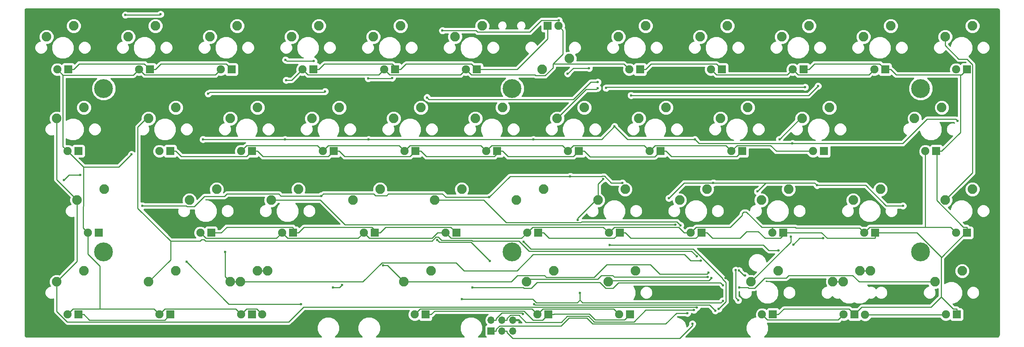
<source format=gtl>
G04 #@! TF.FileFunction,Copper,L1,Top,Signal*
%FSLAX46Y46*%
G04 Gerber Fmt 4.6, Leading zero omitted, Abs format (unit mm)*
G04 Created by KiCad (PCBNEW 4.0.7) date 06/01/18 20:48:46*
%MOMM*%
%LPD*%
G01*
G04 APERTURE LIST*
%ADD10C,0.100000*%
%ADD11C,2.250000*%
%ADD12C,1.905000*%
%ADD13R,1.905000X1.905000*%
%ADD14C,4.400000*%
%ADD15R,1.700000X1.700000*%
%ADD16O,1.700000X1.700000*%
%ADD17C,0.600000*%
%ADD18C,0.250000*%
%ADD19C,0.254000*%
G04 APERTURE END LIST*
D10*
D11*
X188278000Y-71120000D03*
X181928000Y-73660000D03*
D12*
X184468000Y-81280000D03*
D13*
X187008000Y-81280000D03*
D11*
X85883800Y-90170000D03*
X79533800Y-92710000D03*
D12*
X84630000Y-100320000D03*
D14*
X142890000Y-85730000D03*
X142880000Y-47640000D03*
X238110000Y-85730000D03*
X238120000Y-47620000D03*
X47620000Y-85730000D03*
D15*
X137960000Y-104170000D03*
D16*
X137960000Y-101630000D03*
X140500000Y-104170000D03*
X140500000Y-101630000D03*
X143040000Y-104170000D03*
X143040000Y-101630000D03*
D11*
X40640000Y-33020000D03*
X34290000Y-35560000D03*
D12*
X36830000Y-43180000D03*
D13*
X39370000Y-43180000D03*
D11*
X59690000Y-33020000D03*
X53340000Y-35560000D03*
D12*
X55880000Y-43180000D03*
D13*
X58420000Y-43180000D03*
D11*
X78740000Y-33020000D03*
X72390000Y-35560000D03*
D12*
X74930000Y-43180000D03*
D13*
X77470000Y-43180000D03*
D11*
X97790000Y-33020000D03*
X91440000Y-35560000D03*
D12*
X93980000Y-43180000D03*
D13*
X96520000Y-43180000D03*
D11*
X116840000Y-33020000D03*
X110490000Y-35560000D03*
D12*
X113030000Y-43180000D03*
D13*
X115570000Y-43180000D03*
D11*
X135890000Y-33020000D03*
X129540000Y-35560000D03*
D12*
X132080000Y-43180000D03*
D13*
X134620000Y-43180000D03*
D11*
X149860000Y-43180000D03*
X156210000Y-40640000D03*
D12*
X153670000Y-33020000D03*
D13*
X151130000Y-33020000D03*
D11*
X173990000Y-33020000D03*
X167640000Y-35560000D03*
D12*
X170180000Y-43180000D03*
D13*
X172720000Y-43180000D03*
D11*
X193040000Y-33020000D03*
X186690000Y-35560000D03*
D12*
X189230000Y-43180000D03*
D13*
X191770000Y-43180000D03*
D11*
X212090000Y-33020000D03*
X205740000Y-35560000D03*
D12*
X208280000Y-43180000D03*
D13*
X210820000Y-43180000D03*
D11*
X231140000Y-33020000D03*
X224790000Y-35560000D03*
D12*
X227330000Y-43180000D03*
D13*
X229870000Y-43180000D03*
D11*
X250190000Y-33020000D03*
X243840000Y-35560000D03*
D12*
X246380000Y-43180000D03*
D13*
X248920000Y-43180000D03*
D11*
X43021200Y-52070000D03*
X36671200Y-54610000D03*
D12*
X39211200Y-62230000D03*
D13*
X41751200Y-62230000D03*
D11*
X64452500Y-52070000D03*
X58102500Y-54610000D03*
D12*
X60642500Y-62230000D03*
D13*
X63182500Y-62230000D03*
D11*
X83502500Y-52070000D03*
X77152500Y-54610000D03*
D12*
X79692500Y-62230000D03*
D13*
X82232500Y-62230000D03*
D11*
X102552000Y-52070000D03*
X96202000Y-54610000D03*
D12*
X98742000Y-62230000D03*
D13*
X101282000Y-62230000D03*
D11*
X121602000Y-52070000D03*
X115252000Y-54610000D03*
D12*
X117792000Y-62230000D03*
D13*
X120332000Y-62230000D03*
D11*
X140652000Y-52070000D03*
X134302000Y-54610000D03*
D12*
X136842000Y-62230000D03*
D13*
X139382000Y-62230000D03*
D11*
X159702000Y-52070000D03*
X153352000Y-54610000D03*
D12*
X155892000Y-62230000D03*
D13*
X158432000Y-62230000D03*
D11*
X178752000Y-52070000D03*
X172402000Y-54610000D03*
D12*
X174942000Y-62230000D03*
D13*
X177482000Y-62230000D03*
D11*
X197802000Y-52070000D03*
X191452000Y-54610000D03*
D12*
X193992000Y-62230000D03*
D13*
X196532000Y-62230000D03*
D11*
X216852000Y-52070000D03*
X210502000Y-54610000D03*
D12*
X213042000Y-62230000D03*
D13*
X215582000Y-62230000D03*
D11*
X243046000Y-52070000D03*
X236696000Y-54610000D03*
D12*
X239236000Y-62230000D03*
D13*
X241776000Y-62230000D03*
D11*
X47783800Y-71120000D03*
X41433800Y-73660000D03*
D12*
X43973800Y-81280000D03*
D13*
X46513800Y-81280000D03*
D11*
X73977500Y-71120000D03*
X67627500Y-73660000D03*
D12*
X70167500Y-81280000D03*
D13*
X72707500Y-81280000D03*
D11*
X93027500Y-71120000D03*
X86677500Y-73660000D03*
D12*
X89217500Y-81280000D03*
D13*
X91757500Y-81280000D03*
D11*
X112078000Y-71120000D03*
X105728000Y-73660000D03*
D12*
X108268000Y-81280000D03*
D13*
X110808000Y-81280000D03*
D11*
X131128000Y-71120000D03*
X124778000Y-73660000D03*
D12*
X127318000Y-81280000D03*
D13*
X129858000Y-81280000D03*
D11*
X150178000Y-71120000D03*
X143828000Y-73660000D03*
D12*
X146368000Y-81280000D03*
D13*
X148908000Y-81280000D03*
D11*
X169228000Y-71120000D03*
X162878000Y-73660000D03*
D12*
X165418000Y-81280000D03*
D13*
X167958000Y-81280000D03*
D11*
X207328000Y-71120000D03*
X200978000Y-73660000D03*
D12*
X203518000Y-81280000D03*
D13*
X206058000Y-81280000D03*
D11*
X228759000Y-71120000D03*
X222409000Y-73660000D03*
D12*
X224949000Y-81280000D03*
D13*
X227489000Y-81280000D03*
D11*
X250190000Y-71120000D03*
X243840000Y-73660000D03*
D12*
X246380000Y-81280000D03*
D13*
X248920000Y-81280000D03*
D11*
X43021200Y-90170000D03*
X36671200Y-92710000D03*
D12*
X39211200Y-100330000D03*
D13*
X41751200Y-100330000D03*
D11*
X64452500Y-90170000D03*
X58102500Y-92710000D03*
D12*
X60642500Y-100330000D03*
D13*
X63182500Y-100330000D03*
D11*
X83502500Y-90170000D03*
X77152500Y-92710000D03*
D12*
X79692500Y-100330000D03*
D13*
X82232500Y-100330000D03*
D11*
X123984000Y-90170000D03*
X117634000Y-92710000D03*
D12*
X120174000Y-100330000D03*
D13*
X122714000Y-100330000D03*
D11*
X152559000Y-90170000D03*
X146209000Y-92710000D03*
D12*
X148749000Y-100330000D03*
D13*
X151289000Y-100330000D03*
D11*
X171609000Y-90170000D03*
X165259000Y-92710000D03*
D12*
X167799000Y-100330000D03*
D13*
X170339000Y-100330000D03*
D11*
X204946000Y-90170000D03*
X198596000Y-92710000D03*
D12*
X201136000Y-100330000D03*
D13*
X203676000Y-100330000D03*
D11*
X226378000Y-90170000D03*
X220028000Y-92710000D03*
D12*
X225180000Y-100380000D03*
D11*
X223996000Y-90170000D03*
X217646000Y-92710000D03*
D12*
X220186000Y-100330000D03*
D13*
X222726000Y-100330000D03*
D11*
X247809000Y-90170000D03*
X241459000Y-92710000D03*
D12*
X243999000Y-100330000D03*
D13*
X246539000Y-100330000D03*
D14*
X47625000Y-47625000D03*
D17*
X121730000Y-40900000D03*
X145170000Y-37640000D03*
X196320000Y-86510000D03*
X198400000Y-86230000D03*
X213380000Y-78990000D03*
X192600000Y-91820000D03*
X188240000Y-96370000D03*
X180280000Y-95850000D03*
X185000000Y-94990000D03*
X66510000Y-79930000D03*
X66510000Y-79930000D03*
X164760000Y-47510000D03*
X211200000Y-47310000D03*
X195782500Y-90080000D03*
X197210000Y-91250000D03*
X215374600Y-82550000D03*
X208430000Y-84060000D03*
X42220000Y-67790000D03*
X38350000Y-69000000D03*
X93636800Y-97895800D03*
X66951000Y-88047600D03*
X145400400Y-100185900D03*
X60910000Y-30290000D03*
X52690000Y-30470000D03*
X153793700Y-31752600D03*
X126631200Y-34109600D03*
X160830000Y-42860000D03*
X155810000Y-44180000D03*
X147825100Y-59485300D03*
X109415500Y-59485300D03*
X89910000Y-59485300D03*
X208250800Y-60447400D03*
X185482800Y-59485300D03*
X246762900Y-55213800D03*
X166750300Y-56461300D03*
X70788200Y-59469300D03*
X125394500Y-82924700D03*
X137700000Y-87870000D03*
X192074600Y-93497600D03*
X133635400Y-94028200D03*
X123031500Y-49716000D03*
X162846300Y-46120900D03*
X185936100Y-98701700D03*
X54140000Y-62980000D03*
X90170000Y-45680000D03*
X96630000Y-41240000D03*
X90040000Y-40940000D03*
X185929900Y-86763600D03*
X75960000Y-85720000D03*
X186878800Y-87753000D03*
X180959200Y-79359900D03*
X188617300Y-90586100D03*
X112799000Y-88863600D03*
X182126100Y-79536100D03*
X162810000Y-47520000D03*
X188506900Y-91623700D03*
X164110000Y-68710000D03*
X158175400Y-78265500D03*
X189316000Y-91849300D03*
X207858529Y-82163592D03*
X205211600Y-59455700D03*
X195836200Y-94049600D03*
X191050000Y-99012500D03*
X145581000Y-83333700D03*
X190240699Y-99418199D03*
X148017000Y-97973500D03*
X205020000Y-85398600D03*
X165616100Y-84100700D03*
X170603500Y-49218500D03*
X214193800Y-47039400D03*
X114900000Y-45180000D03*
X109320000Y-45300000D03*
X99260000Y-48300000D03*
X72000000Y-48840000D03*
X185271000Y-99320700D03*
X183725000Y-100023100D03*
X103220000Y-93410000D03*
X101110000Y-94030000D03*
X156440000Y-68114998D03*
X179402978Y-73210000D03*
X168597802Y-69622174D03*
X189790000Y-69627400D03*
X200070000Y-71630000D03*
X194987425Y-89991262D03*
X213978800Y-70201000D03*
X98373700Y-72660200D03*
X233996700Y-74993600D03*
X137530000Y-72979200D03*
X56662600Y-74970800D03*
X195606100Y-97024700D03*
X131193900Y-96722100D03*
X158685400Y-95330100D03*
X192009600Y-97132600D03*
X184917800Y-102511500D03*
D18*
X145170000Y-37640000D02*
X141910000Y-40900000D01*
X141910000Y-40900000D02*
X121730000Y-40900000D01*
X198400000Y-86230000D02*
X196600000Y-86230000D01*
X196600000Y-86230000D02*
X196320000Y-86510000D01*
X185000000Y-94990000D02*
X184140000Y-95850000D01*
X184140000Y-95850000D02*
X180280000Y-95850000D01*
X211200000Y-47310000D02*
X164960000Y-47310000D01*
X164960000Y-47310000D02*
X164760000Y-47510000D01*
X197210000Y-91250000D02*
X196952500Y-91250000D01*
X196952500Y-91250000D02*
X195782500Y-90080000D01*
X209940000Y-82550000D02*
X215374600Y-82550000D01*
X208430000Y-84060000D02*
X209940000Y-82550000D01*
X38350000Y-69000000D02*
X39560000Y-67790000D01*
X39560000Y-67790000D02*
X42220000Y-67790000D01*
X137960000Y-101630000D02*
X139135300Y-101630000D01*
X139135300Y-101332400D02*
X139135300Y-101630000D01*
X140489800Y-99977900D02*
X139135300Y-101332400D01*
X145192400Y-99977900D02*
X140489800Y-99977900D01*
X145400400Y-100185900D02*
X145192400Y-99977900D01*
X76799200Y-97895800D02*
X66951000Y-88047600D01*
X93636800Y-97895800D02*
X76799200Y-97895800D01*
X52690000Y-30470000D02*
X60730000Y-30470000D01*
X60730000Y-30470000D02*
X60910000Y-30290000D01*
X134439600Y-34109600D02*
X126631200Y-34109600D01*
X134802400Y-34472400D02*
X134439600Y-34109600D01*
X147002600Y-34472400D02*
X134802400Y-34472400D01*
X149722400Y-31752600D02*
X147002600Y-34472400D01*
X153793700Y-31752600D02*
X149722400Y-31752600D01*
X155810000Y-44180000D02*
X157130000Y-42860000D01*
X157130000Y-42860000D02*
X160830000Y-42860000D01*
X147825100Y-59485300D02*
X109415500Y-59485300D01*
X246337900Y-54788800D02*
X246762900Y-55213800D01*
X239587200Y-54788800D02*
X246337900Y-54788800D01*
X233928600Y-60447400D02*
X239587200Y-54788800D01*
X208250800Y-60447400D02*
X233928600Y-60447400D01*
X186444900Y-60447400D02*
X185482800Y-59485300D01*
X208250800Y-60447400D02*
X186444900Y-60447400D01*
X163726300Y-59485300D02*
X147825100Y-59485300D01*
X166750300Y-56461300D02*
X163726300Y-59485300D01*
X169774300Y-59485300D02*
X166750300Y-56461300D01*
X185482800Y-59485300D02*
X169774300Y-59485300D01*
X109415500Y-59485300D02*
X89910000Y-59485300D01*
X70804200Y-59485300D02*
X70788200Y-59469300D01*
X89910000Y-59485300D02*
X70804200Y-59485300D01*
X83502500Y-90170000D02*
X85883800Y-90170000D01*
X226378000Y-90170000D02*
X223996000Y-90170000D01*
X133287523Y-83457523D02*
X125927323Y-83457523D01*
X137700000Y-87870000D02*
X133287523Y-83457523D01*
X125927323Y-83457523D02*
X125394500Y-82924700D01*
X145476100Y-94028200D02*
X133635400Y-94028200D01*
X145637800Y-94189900D02*
X145476100Y-94028200D01*
X147347200Y-94189900D02*
X145637800Y-94189900D01*
X148674500Y-92862600D02*
X147347200Y-94189900D01*
X163360500Y-92862600D02*
X148674500Y-92862600D01*
X164687800Y-94189900D02*
X163360500Y-92862600D01*
X166397200Y-94189900D02*
X164687800Y-94189900D01*
X167685500Y-92901600D02*
X166397200Y-94189900D01*
X191478600Y-92901600D02*
X167685500Y-92901600D01*
X192074600Y-93497600D02*
X191478600Y-92901600D01*
X161204690Y-46120900D02*
X162846300Y-46120900D01*
X157157790Y-50167800D02*
X161204690Y-46120900D01*
X123483300Y-50167800D02*
X157157790Y-50167800D01*
X123031500Y-49716000D02*
X123483300Y-50167800D01*
X36671200Y-68897400D02*
X36671200Y-54610000D01*
X41433800Y-73660000D02*
X36671200Y-68897400D01*
X41433800Y-87947400D02*
X36671200Y-92710000D01*
X41433800Y-73660000D02*
X41433800Y-87947400D01*
X36671200Y-99600000D02*
X36671200Y-92710000D01*
X39164600Y-102093400D02*
X36671200Y-99600000D01*
X90747100Y-102093400D02*
X39164600Y-102093400D01*
X94238800Y-98601700D02*
X90747100Y-102093400D01*
X185836100Y-98601700D02*
X94238800Y-98601700D01*
X185936100Y-98701700D02*
X185836100Y-98601700D01*
X148180000Y-44457900D02*
X133357900Y-44457900D01*
X152407900Y-41902100D02*
X152407900Y-42778102D01*
X150556001Y-44630001D02*
X148352101Y-44630001D01*
X152407900Y-42778102D02*
X150556001Y-44630001D01*
X148352101Y-44630001D02*
X148180000Y-44457900D01*
X153670000Y-33020000D02*
X154718901Y-34068901D01*
X154718901Y-34068901D02*
X154718901Y-39591099D01*
X154718901Y-39591099D02*
X152407900Y-41902100D01*
X185745900Y-80002100D02*
X184468000Y-81280000D01*
X193702896Y-80002100D02*
X185745900Y-80002100D01*
X196519989Y-76749999D02*
X196519989Y-77185007D01*
X196844989Y-76424999D02*
X196519989Y-76749999D01*
X201077104Y-80002100D02*
X197500002Y-76424998D01*
X203517800Y-80002100D02*
X201077104Y-80002100D01*
X203518000Y-80002300D02*
X203517800Y-80002100D01*
X197500002Y-76424998D02*
X196844989Y-76424999D01*
X196519989Y-77185007D02*
X193702896Y-80002100D01*
X223844001Y-80175001D02*
X224949000Y-81280000D01*
X209079999Y-80175001D02*
X223844001Y-80175001D01*
X208907098Y-80002100D02*
X209079999Y-80175001D01*
X203518000Y-80002300D02*
X203518200Y-80002100D01*
X203518200Y-80002100D02*
X208907098Y-80002100D01*
X42940100Y-65958900D02*
X51161100Y-65958900D01*
X51161100Y-65958900D02*
X54140000Y-62980000D01*
X109545900Y-82557900D02*
X108268000Y-81280000D01*
X125477785Y-81280000D02*
X124199885Y-82557900D01*
X124199885Y-82557900D02*
X109545900Y-82557900D01*
X128595501Y-82557501D02*
X127318000Y-81280000D01*
X146368000Y-81280000D02*
X145090499Y-82557501D01*
X127318000Y-81280000D02*
X125477785Y-81280000D01*
X145090499Y-82557501D02*
X128595501Y-82557501D01*
X90170000Y-45680000D02*
X91480000Y-45680000D01*
X91480000Y-45680000D02*
X93980000Y-43180000D01*
X202413900Y-101607900D02*
X201136000Y-100330000D01*
X218908100Y-101607900D02*
X202413900Y-101607900D01*
X220186000Y-100330000D02*
X218908100Y-101607900D01*
X61920400Y-99052100D02*
X60642500Y-100330000D01*
X78414600Y-99052100D02*
X61920400Y-99052100D01*
X79692500Y-100330000D02*
X78414600Y-99052100D01*
X119069900Y-60952100D02*
X117792000Y-62230000D01*
X135564100Y-60952100D02*
X119069900Y-60952100D01*
X136842000Y-62230000D02*
X135564100Y-60952100D01*
X164140100Y-80002100D02*
X165418000Y-81280000D01*
X147645900Y-80002100D02*
X164140100Y-80002100D01*
X146368000Y-81280000D02*
X147645900Y-80002100D01*
X71445400Y-82557900D02*
X70167500Y-81280000D01*
X87939600Y-82557900D02*
X71445400Y-82557900D01*
X89217500Y-81280000D02*
X87939600Y-82557900D01*
X203518000Y-81280000D02*
X203518000Y-80002300D01*
X116514100Y-60952100D02*
X117792000Y-62230000D01*
X100019900Y-60952100D02*
X116514100Y-60952100D01*
X98742000Y-62230000D02*
X100019900Y-60952100D01*
X80970400Y-60952100D02*
X79692500Y-62230000D01*
X97464100Y-60952100D02*
X80970400Y-60952100D01*
X98742000Y-62230000D02*
X97464100Y-60952100D01*
X133357900Y-44457900D02*
X132080000Y-43180000D01*
X239236000Y-80002100D02*
X239236000Y-62230000D01*
X245102100Y-80002100D02*
X239236000Y-80002100D01*
X246380000Y-81280000D02*
X245102100Y-80002100D01*
X226226900Y-80002100D02*
X224949000Y-81280000D01*
X239236000Y-80002100D02*
X226226900Y-80002100D01*
X168902100Y-41902100D02*
X152407900Y-41902100D01*
X170180000Y-43180000D02*
X168902100Y-41902100D01*
X190507900Y-44457900D02*
X189230000Y-43180000D01*
X207002100Y-44457900D02*
X190507900Y-44457900D01*
X208280000Y-43180000D02*
X207002100Y-44457900D01*
X209557900Y-44457900D02*
X208280000Y-43180000D01*
X226052100Y-44457900D02*
X209557900Y-44457900D01*
X227330000Y-43180000D02*
X226052100Y-44457900D01*
X243949000Y-100380000D02*
X243999000Y-100330000D01*
X225180000Y-100380000D02*
X243949000Y-100380000D01*
X204466700Y-62230000D02*
X213042000Y-62230000D01*
X203146200Y-60909500D02*
X204466700Y-62230000D01*
X195312500Y-60909500D02*
X203146200Y-60909500D01*
X193992000Y-62230000D02*
X195312500Y-60909500D01*
X182985700Y-81280000D02*
X184468000Y-81280000D01*
X181707800Y-80002100D02*
X182985700Y-81280000D01*
X166695900Y-80002100D02*
X181707800Y-80002100D01*
X165418000Y-81280000D02*
X166695900Y-80002100D01*
X138119900Y-60952100D02*
X136842000Y-62230000D01*
X154614100Y-60952100D02*
X138119900Y-60952100D01*
X155892000Y-62230000D02*
X154614100Y-60952100D01*
X176219900Y-60952100D02*
X174942000Y-62230000D01*
X192714100Y-60952100D02*
X176219900Y-60952100D01*
X193992000Y-62230000D02*
X192714100Y-60952100D01*
X157169900Y-60952100D02*
X155892000Y-62230000D01*
X173664100Y-60952100D02*
X157169900Y-60952100D01*
X174942000Y-62230000D02*
X173664100Y-60952100D01*
X90495400Y-82557900D02*
X89217500Y-81280000D01*
X106990100Y-82557900D02*
X90495400Y-82557900D01*
X108268000Y-81280000D02*
X106990100Y-82557900D01*
X73652100Y-44457900D02*
X57157900Y-44457900D01*
X74930000Y-43180000D02*
X73652100Y-44457900D01*
X80970400Y-99052100D02*
X79692500Y-100330000D01*
X83362100Y-99052100D02*
X80970400Y-99052100D01*
X84630000Y-100320000D02*
X83362100Y-99052100D01*
X46784700Y-89034700D02*
X46784700Y-99052100D01*
X43973800Y-86223800D02*
X46784700Y-89034700D01*
X43973800Y-81280000D02*
X43973800Y-86223800D01*
X40489100Y-99052100D02*
X46784700Y-99052100D01*
X39211200Y-100330000D02*
X40489100Y-99052100D01*
X59364600Y-99052100D02*
X60642500Y-100330000D01*
X46784700Y-99052100D02*
X59364600Y-99052100D01*
X147471100Y-99052100D02*
X148749000Y-100330000D01*
X121451900Y-99052100D02*
X147471100Y-99052100D01*
X120174000Y-100330000D02*
X121451900Y-99052100D01*
X150026900Y-99052100D02*
X148749000Y-100330000D01*
X166521100Y-99052100D02*
X150026900Y-99052100D01*
X167799000Y-100330000D02*
X166521100Y-99052100D01*
X57157900Y-44457900D02*
X55880000Y-43180000D01*
X42940100Y-65958900D02*
X39211200Y-62230000D01*
X42940100Y-75064500D02*
X42940100Y-65958900D01*
X42874000Y-75130600D02*
X42940100Y-75064500D01*
X42874000Y-80180200D02*
X42874000Y-75130600D01*
X43973800Y-81280000D02*
X42874000Y-80180200D01*
X38152000Y-61170800D02*
X38152000Y-44502000D01*
X39211200Y-62230000D02*
X38152000Y-61170800D01*
X54558000Y-44502000D02*
X38152000Y-44502000D01*
X55880000Y-43180000D02*
X54558000Y-44502000D01*
X38152000Y-44502000D02*
X36830000Y-43180000D01*
X95257900Y-44457900D02*
X93980000Y-43180000D01*
X111752100Y-44457900D02*
X95257900Y-44457900D01*
X113030000Y-43180000D02*
X111752100Y-44457900D01*
X130802100Y-44457900D02*
X132080000Y-43180000D01*
X114307900Y-44457900D02*
X130802100Y-44457900D01*
X113030000Y-43180000D02*
X114307900Y-44457900D01*
X151130000Y-33020000D02*
X151130000Y-36066002D01*
X151130000Y-36066002D02*
X144016002Y-43180000D01*
X144016002Y-43180000D02*
X134620000Y-43180000D01*
X227413700Y-82557800D02*
X216307404Y-82557800D01*
X227489000Y-81280000D02*
X227489000Y-82482500D01*
X215029604Y-81280000D02*
X206696900Y-81280000D01*
X216307404Y-82557800D02*
X215029604Y-81280000D01*
X227489000Y-82482500D02*
X227413700Y-82557800D01*
X188285800Y-81280000D02*
X187008000Y-81280000D01*
X189563600Y-82557800D02*
X188285800Y-81280000D01*
X197579998Y-80994998D02*
X196017196Y-82557800D01*
X201824211Y-82557800D02*
X200261409Y-80994998D01*
X205419100Y-82557800D02*
X201824211Y-82557800D01*
X206696900Y-81280000D02*
X205419100Y-82557800D01*
X196017196Y-82557800D02*
X189563600Y-82557800D01*
X200261409Y-80994998D02*
X197579998Y-80994998D01*
X91643300Y-79963300D02*
X91757500Y-80077500D01*
X76353110Y-79963300D02*
X91643300Y-79963300D01*
X91757500Y-80077500D02*
X91757500Y-81280000D01*
X75036410Y-81280000D02*
X76353110Y-79963300D01*
X72707500Y-81280000D02*
X75036410Y-81280000D01*
X90040000Y-40940000D02*
X90340000Y-41240000D01*
X90340000Y-41240000D02*
X96630000Y-41240000D01*
X227489000Y-81280000D02*
X237268800Y-81280000D01*
X122714000Y-100330000D02*
X123991800Y-100330000D01*
X39370000Y-43180000D02*
X40647800Y-43180000D01*
X57103300Y-41863300D02*
X58420000Y-43180000D01*
X41964500Y-41863300D02*
X57103300Y-41863300D01*
X40647800Y-43180000D02*
X41964500Y-41863300D01*
X58420000Y-43180000D02*
X59697800Y-43180000D01*
X65738100Y-63507800D02*
X64460300Y-62230000D01*
X80954700Y-63507800D02*
X65738100Y-63507800D01*
X82232500Y-62230000D02*
X80954700Y-63507800D01*
X63182500Y-62230000D02*
X64460300Y-62230000D01*
X228553300Y-41863300D02*
X229870000Y-43180000D01*
X213414500Y-41863300D02*
X228553300Y-41863300D01*
X212097800Y-43180000D02*
X213414500Y-41863300D01*
X210820000Y-43180000D02*
X212097800Y-43180000D01*
X229870000Y-43180000D02*
X231147800Y-43180000D01*
X84788100Y-63507800D02*
X83510300Y-62230000D01*
X100004200Y-63507800D02*
X84788100Y-63507800D01*
X101282000Y-62230000D02*
X100004200Y-63507800D01*
X82232500Y-62230000D02*
X83510300Y-62230000D01*
X76187800Y-41897800D02*
X77470000Y-43180000D01*
X60980000Y-41897800D02*
X76187800Y-41897800D01*
X59697800Y-43180000D02*
X60980000Y-41897800D01*
X103837600Y-63507800D02*
X102559800Y-62230000D01*
X119054200Y-63507800D02*
X103837600Y-63507800D01*
X120332000Y-62230000D02*
X119054200Y-63507800D01*
X101282000Y-62230000D02*
X102559800Y-62230000D01*
X139382000Y-62230000D02*
X140020900Y-62230000D01*
X140020900Y-62230000D02*
X140659800Y-62230000D01*
X122887600Y-63507800D02*
X121609800Y-62230000D01*
X138743100Y-63507800D02*
X122887600Y-63507800D01*
X140020900Y-62230000D02*
X138743100Y-63507800D01*
X120332000Y-62230000D02*
X121609800Y-62230000D01*
X148908000Y-81280000D02*
X150185800Y-81280000D01*
X157154100Y-63507900D02*
X158432000Y-62230000D01*
X141937700Y-63507900D02*
X157154100Y-63507900D01*
X140659800Y-62230000D02*
X141937700Y-63507900D01*
X176152200Y-63559800D02*
X177482000Y-62230000D01*
X161039600Y-63559800D02*
X176152200Y-63559800D01*
X159709800Y-62230000D02*
X161039600Y-63559800D01*
X158432000Y-62230000D02*
X159709800Y-62230000D01*
X166680100Y-82557900D02*
X167958000Y-81280000D01*
X151463700Y-82557900D02*
X166680100Y-82557900D01*
X150185800Y-81280000D02*
X151463700Y-82557900D01*
X185730100Y-82557900D02*
X187008000Y-81280000D01*
X170513700Y-82557900D02*
X185730100Y-82557900D01*
X169235800Y-81280000D02*
X170513700Y-82557900D01*
X167958000Y-81280000D02*
X169235800Y-81280000D01*
X206058000Y-81280000D02*
X206696900Y-81280000D01*
X175275600Y-41902200D02*
X173997800Y-43180000D01*
X190492200Y-41902200D02*
X175275600Y-41902200D01*
X191770000Y-43180000D02*
X190492200Y-41902200D01*
X172720000Y-43180000D02*
X173358900Y-43180000D01*
X173358900Y-43180000D02*
X173997800Y-43180000D01*
X61891900Y-101620600D02*
X63182500Y-100330000D01*
X44319600Y-101620600D02*
X61891900Y-101620600D01*
X43029000Y-100330000D02*
X44319600Y-101620600D01*
X41751200Y-100330000D02*
X43029000Y-100330000D01*
X180037600Y-63507800D02*
X178759800Y-62230000D01*
X195254200Y-63507800D02*
X180037600Y-63507800D01*
X196532000Y-62230000D02*
X195254200Y-63507800D01*
X177482000Y-62230000D02*
X178759800Y-62230000D01*
X203676000Y-100330000D02*
X204953800Y-100330000D01*
X206231600Y-99052200D02*
X204953800Y-100330000D01*
X221448200Y-99052200D02*
X206231600Y-99052200D01*
X222726000Y-100330000D02*
X221448200Y-99052200D01*
X247427100Y-57856700D02*
X247427100Y-44457800D01*
X243053800Y-62230000D02*
X247427100Y-57856700D01*
X247642200Y-44457800D02*
X247427100Y-44457800D01*
X248920000Y-43180000D02*
X247642200Y-44457800D01*
X232425600Y-44457800D02*
X231147800Y-43180000D01*
X247427100Y-44457800D02*
X232425600Y-44457800D01*
X241885100Y-73756300D02*
X241885100Y-62230000D01*
X248131000Y-80002200D02*
X241885100Y-73756300D01*
X248920000Y-80002200D02*
X248131000Y-80002200D01*
X241776000Y-62230000D02*
X241885100Y-62230000D01*
X241885100Y-62230000D02*
X243053800Y-62230000D01*
X248920000Y-81280000D02*
X248920000Y-80002200D01*
X248717000Y-81280000D02*
X248920000Y-81280000D01*
X242992900Y-87004100D02*
X248717000Y-81280000D01*
X237268800Y-81280000D02*
X242992900Y-87004100D01*
X246539000Y-100330000D02*
X246539000Y-99052200D01*
X245740400Y-99052200D02*
X246539000Y-99052200D01*
X242949700Y-96261500D02*
X245740400Y-99052200D01*
X242949700Y-87047300D02*
X242949700Y-96261500D01*
X242992900Y-87004100D02*
X242949700Y-87047300D01*
X224412000Y-98644000D02*
X222726000Y-100330000D01*
X240567200Y-98644000D02*
X224412000Y-98644000D01*
X242949700Y-96261500D02*
X240567200Y-98644000D01*
X113363600Y-80002200D02*
X112085800Y-81280000D01*
X128580200Y-80002200D02*
X113363600Y-80002200D01*
X129858000Y-81280000D02*
X128580200Y-80002200D01*
X110808000Y-81280000D02*
X111446900Y-81280000D01*
X111446900Y-81280000D02*
X112085800Y-81280000D01*
X94313100Y-80002200D02*
X93035300Y-81280000D01*
X110169100Y-80002200D02*
X94313100Y-80002200D01*
X111446900Y-81280000D02*
X110169100Y-80002200D01*
X91757500Y-81280000D02*
X93035300Y-81280000D01*
X118125600Y-41902200D02*
X116847800Y-43180000D01*
X133342200Y-41902200D02*
X118125600Y-41902200D01*
X134620000Y-43180000D02*
X133342200Y-41902200D01*
X115570000Y-43180000D02*
X116208900Y-43180000D01*
X116208900Y-43180000D02*
X116847800Y-43180000D01*
X99075600Y-41902200D02*
X97797800Y-43180000D01*
X114931100Y-41902200D02*
X99075600Y-41902200D01*
X116208900Y-43180000D02*
X114931100Y-41902200D01*
X96520000Y-43180000D02*
X97797800Y-43180000D01*
X151289000Y-100330000D02*
X152566800Y-100330000D01*
X152640300Y-100256500D02*
X152566800Y-100330000D01*
X160852400Y-100256500D02*
X152640300Y-100256500D01*
X162203700Y-101607800D02*
X160852400Y-100256500D01*
X169061200Y-101607800D02*
X162203700Y-101607800D01*
X170339000Y-100330000D02*
X169061200Y-101607800D01*
X124794200Y-99527600D02*
X123991800Y-100330000D01*
X145626500Y-99527600D02*
X124794200Y-99527600D01*
X147729600Y-101630700D02*
X145626500Y-99527600D01*
X149988300Y-101630700D02*
X147729600Y-101630700D01*
X151289000Y-100330000D02*
X149988300Y-101630700D01*
X184716000Y-85549700D02*
X185929900Y-86763600D01*
X146809100Y-85549700D02*
X184716000Y-85549700D01*
X133649211Y-83182800D02*
X144442200Y-83182800D01*
X133473923Y-83007512D02*
X133649211Y-83182800D01*
X125684702Y-82299698D02*
X126392516Y-83007512D01*
X125094498Y-82299698D02*
X125684702Y-82299698D01*
X71357804Y-83182800D02*
X124211396Y-83182800D01*
X144442200Y-83182800D02*
X146809100Y-85549700D01*
X71050002Y-82874998D02*
X71357804Y-83182800D01*
X70449998Y-82874998D02*
X71050002Y-82874998D01*
X70142196Y-83182800D02*
X70449998Y-82874998D01*
X63230600Y-83182800D02*
X70142196Y-83182800D01*
X124211396Y-83182800D02*
X125094498Y-82299698D01*
X126392516Y-83007512D02*
X133473923Y-83007512D01*
X63230600Y-87581900D02*
X63230600Y-83182800D01*
X58102500Y-92710000D02*
X63230600Y-87581900D01*
X57610500Y-54610000D02*
X58102500Y-54610000D01*
X55602400Y-56618100D02*
X57610500Y-54610000D01*
X55602400Y-75554600D02*
X55602400Y-56618100D01*
X63230600Y-83182800D02*
X55602400Y-75554600D01*
X75960000Y-85720000D02*
X75960000Y-91517500D01*
X75960000Y-91517500D02*
X77152500Y-92710000D01*
X77152500Y-92710000D02*
X79533800Y-92710000D01*
X108068300Y-92710000D02*
X79533800Y-92710000D01*
X112540000Y-88238300D02*
X108068300Y-92710000D01*
X129776400Y-88238300D02*
X112540000Y-88238300D01*
X131670500Y-90132400D02*
X129776400Y-88238300D01*
X144002600Y-90132400D02*
X131670500Y-90132400D01*
X147767600Y-86367400D02*
X144002600Y-90132400D01*
X183106500Y-86367400D02*
X147767600Y-86367400D01*
X184492100Y-87753000D02*
X183106500Y-86367400D01*
X186878800Y-87753000D02*
X184492100Y-87753000D01*
X180959200Y-79359800D02*
X180959200Y-79359900D01*
X103880200Y-79359800D02*
X180959200Y-79359800D01*
X98180400Y-73660000D02*
X103880200Y-79359800D01*
X86677500Y-73660000D02*
X98180400Y-73660000D01*
X188317301Y-90886099D02*
X188617300Y-90586100D01*
X175137700Y-88683800D02*
X177339999Y-90886099D01*
X164979100Y-88683800D02*
X175137700Y-88683800D01*
X162023000Y-91639900D02*
X164979100Y-88683800D01*
X150846000Y-91639900D02*
X162023000Y-91639900D01*
X150431100Y-91225000D02*
X150846000Y-91639900D01*
X177339999Y-90886099D02*
X188317301Y-90886099D01*
X117634000Y-92710000D02*
X142670600Y-92710000D01*
X144155600Y-91225000D02*
X150431100Y-91225000D01*
X142670600Y-92710000D02*
X144155600Y-91225000D01*
X113787600Y-88863600D02*
X112799000Y-88863600D01*
X117634000Y-92710000D02*
X113787600Y-88863600D01*
X181284100Y-78694100D02*
X182126100Y-79536100D01*
X159081500Y-78694100D02*
X181284100Y-78694100D01*
X158884800Y-78890800D02*
X159081500Y-78694100D01*
X141511300Y-78890800D02*
X158884800Y-78890800D01*
X136280500Y-73660000D02*
X141511300Y-78890800D01*
X124778000Y-73660000D02*
X136280500Y-73660000D01*
X162810000Y-47520000D02*
X162510001Y-47819999D01*
X160142001Y-47819999D02*
X153352000Y-54610000D01*
X162510001Y-47819999D02*
X160142001Y-47819999D01*
X166712700Y-91623700D02*
X188506900Y-91623700D01*
X166342800Y-91253800D02*
X166712700Y-91623700D01*
X163664800Y-91253800D02*
X166342800Y-91253800D01*
X162828300Y-92090300D02*
X163664800Y-91253800D01*
X146828700Y-92090300D02*
X162828300Y-92090300D01*
X146209000Y-92710000D02*
X146828700Y-92090300D01*
X162878000Y-69942000D02*
X164110000Y-68710000D01*
X162878000Y-73660000D02*
X162878000Y-69942000D01*
X158175400Y-77899900D02*
X158175400Y-78265500D01*
X162415300Y-73660000D02*
X158175400Y-77899900D01*
X162878000Y-73660000D02*
X162415300Y-73660000D01*
X188775800Y-92389500D02*
X189316000Y-91849300D01*
X165579500Y-92389500D02*
X188775800Y-92389500D01*
X165259000Y-92710000D02*
X165579500Y-92389500D01*
X198596000Y-92710000D02*
X207858529Y-83447471D01*
X207858529Y-83447471D02*
X207858529Y-82163592D01*
X210057300Y-54610000D02*
X210502000Y-54610000D01*
X205211600Y-59455700D02*
X210057300Y-54610000D01*
X220028000Y-92710000D02*
X217646000Y-92710000D01*
X197884500Y-94049600D02*
X195836200Y-94049600D01*
X198024800Y-94189900D02*
X197884500Y-94049600D01*
X202416404Y-91831400D02*
X202380002Y-91794998D01*
X199385096Y-94189900D02*
X198024800Y-94189900D01*
X241459000Y-92710000D02*
X223789500Y-92710000D01*
X201779998Y-91794998D02*
X199385096Y-94189900D01*
X206754900Y-91831400D02*
X202416404Y-91831400D01*
X222294900Y-91215400D02*
X207370900Y-91215400D01*
X207370900Y-91215400D02*
X206754900Y-91831400D01*
X223789500Y-92710000D02*
X222294900Y-91215400D01*
X202380002Y-91794998D02*
X201779998Y-91794998D01*
X243840000Y-37594100D02*
X243840000Y-35560000D01*
X246987300Y-40741400D02*
X243840000Y-37594100D01*
X248910600Y-40741400D02*
X246987300Y-40741400D01*
X250197900Y-42028700D02*
X248910600Y-40741400D01*
X250197900Y-67302100D02*
X250197900Y-42028700D01*
X243840000Y-73660000D02*
X250197900Y-67302100D01*
X147280800Y-85033500D02*
X145581000Y-83333700D01*
X185127000Y-85033500D02*
X147280800Y-85033500D01*
X192738100Y-92883102D02*
X191974999Y-92120001D01*
X192738100Y-97324400D02*
X192738100Y-92883102D01*
X191974999Y-91881499D02*
X185127000Y-85033500D01*
X191050000Y-99012500D02*
X192738100Y-97324400D01*
X191974999Y-92120001D02*
X191974999Y-91881499D01*
X188893600Y-98071100D02*
X190240699Y-99418199D01*
X148114600Y-98071100D02*
X188893600Y-98071100D01*
X148017000Y-97973500D02*
X148114600Y-98071100D01*
X202733590Y-85398600D02*
X205020000Y-85398600D01*
X201435690Y-84100700D02*
X202733590Y-85398600D01*
X165616100Y-84100700D02*
X201435690Y-84100700D01*
X212014700Y-49218500D02*
X214193800Y-47039400D01*
X170603500Y-49218500D02*
X212014700Y-49218500D01*
X109320000Y-45300000D02*
X114780000Y-45300000D01*
X114780000Y-45300000D02*
X114900000Y-45180000D01*
X72390000Y-48450000D02*
X99110000Y-48450000D01*
X99110000Y-48450000D02*
X99260000Y-48300000D01*
X72000000Y-48840000D02*
X72390000Y-48450000D01*
X140500000Y-101630000D02*
X141675300Y-101630000D01*
X174035500Y-99320700D02*
X185271000Y-99320700D01*
X171298000Y-102058200D02*
X174035500Y-99320700D01*
X162017200Y-102058200D02*
X171298000Y-102058200D01*
X160693600Y-100734600D02*
X162017200Y-102058200D01*
X155721100Y-100734600D02*
X160693600Y-100734600D01*
X154330100Y-102125600D02*
X155721100Y-100734600D01*
X146103100Y-102125600D02*
X154330100Y-102125600D01*
X144432200Y-100454700D02*
X146103100Y-102125600D01*
X142483200Y-100454700D02*
X144432200Y-100454700D01*
X141675300Y-101262600D02*
X142483200Y-100454700D01*
X141675300Y-101630000D02*
X141675300Y-101262600D01*
X139135300Y-103802600D02*
X139135300Y-104170000D01*
X139943200Y-102994700D02*
X139135300Y-103802600D01*
X154323300Y-102994700D02*
X139943200Y-102994700D01*
X156133100Y-101184900D02*
X154323300Y-102994700D01*
X160282000Y-101184900D02*
X156133100Y-101184900D01*
X161605700Y-102508600D02*
X160282000Y-101184900D01*
X178691600Y-102508600D02*
X161605700Y-102508600D01*
X181177100Y-100023100D02*
X178691600Y-102508600D01*
X183725000Y-100023100D02*
X181177100Y-100023100D01*
X137960000Y-104170000D02*
X139135300Y-104170000D01*
X101110000Y-94030000D02*
X102600000Y-94030000D01*
X102600000Y-94030000D02*
X103220000Y-93410000D01*
X163779998Y-68114998D02*
X156440000Y-68114998D01*
X156440000Y-68114998D02*
X142394202Y-68114998D01*
X179402978Y-73210000D02*
X182985578Y-69627400D01*
X182985578Y-69627400D02*
X189790000Y-69627400D01*
X168597802Y-69622174D02*
X165952404Y-69627400D01*
X204230000Y-69627400D02*
X189790000Y-69627400D01*
X213405200Y-69627400D02*
X204230000Y-69627400D01*
X202072600Y-69627400D02*
X204230000Y-69627400D01*
X200070000Y-71630000D02*
X202072600Y-69627400D01*
X194987425Y-96406025D02*
X194987425Y-89991262D01*
X195606100Y-97024700D02*
X194987425Y-96406025D01*
X142394202Y-68114998D02*
X137530000Y-72979200D01*
X163809998Y-68084998D02*
X163779998Y-68114998D01*
X164410002Y-68084998D02*
X163809998Y-68084998D01*
X165952404Y-69627400D02*
X164410002Y-68084998D01*
X230098400Y-74993600D02*
X233996700Y-74993600D01*
X225305800Y-70201000D02*
X230098400Y-74993600D01*
X213978800Y-70201000D02*
X225305800Y-70201000D01*
X213978800Y-70201000D02*
X213405200Y-69627400D01*
X98824300Y-72209600D02*
X98373700Y-72660200D01*
X110627600Y-72209600D02*
X98824300Y-72209600D01*
X110993200Y-72575200D02*
X110627600Y-72209600D01*
X113604200Y-72575200D02*
X110993200Y-72575200D01*
X114014100Y-72165300D02*
X113604200Y-72575200D01*
X126625100Y-72165300D02*
X114014100Y-72165300D01*
X127439000Y-72979200D02*
X126625100Y-72165300D01*
X137530000Y-72979200D02*
X127439000Y-72979200D01*
X66887200Y-74970800D02*
X56662600Y-74970800D01*
X67056300Y-75139900D02*
X66887200Y-74970800D01*
X68765700Y-75139900D02*
X67056300Y-75139900D01*
X71124200Y-72781400D02*
X68765700Y-75139900D01*
X75786400Y-72781400D02*
X71124200Y-72781400D01*
X76388600Y-72179200D02*
X75786400Y-72781400D01*
X88454400Y-72179200D02*
X76388600Y-72179200D01*
X88935400Y-72660200D02*
X88454400Y-72179200D01*
X98373700Y-72660200D02*
X88935400Y-72660200D01*
X158059900Y-97569300D02*
X158685400Y-96943800D01*
X148552500Y-97569300D02*
X158059900Y-97569300D01*
X147705300Y-96722100D02*
X148552500Y-97569300D01*
X131193900Y-96722100D02*
X147705300Y-96722100D01*
X158685400Y-96943800D02*
X158685400Y-95330100D01*
X191573000Y-97569200D02*
X192009600Y-97132600D01*
X159310800Y-97569200D02*
X191573000Y-97569200D01*
X158685400Y-96943800D02*
X159310800Y-97569200D01*
X140500000Y-104170000D02*
X141675300Y-104170000D01*
X184917800Y-102908900D02*
X184917800Y-102511500D01*
X181956400Y-105870300D02*
X184917800Y-102908900D01*
X143008300Y-105870300D02*
X181956400Y-105870300D01*
X141675300Y-104537300D02*
X143008300Y-105870300D01*
X141675300Y-104170000D02*
X141675300Y-104537300D01*
D19*
G36*
X256270777Y-29067144D02*
X256365539Y-29130461D01*
X256428856Y-29225223D01*
X256465000Y-29406930D01*
X256465000Y-104951069D01*
X256409521Y-105229981D01*
X256291145Y-105407144D01*
X256113979Y-105525522D01*
X255835070Y-105581000D01*
X201660348Y-105581000D01*
X202246273Y-104996096D01*
X202647342Y-104030215D01*
X202648255Y-102984374D01*
X202391709Y-102363486D01*
X202413900Y-102367900D01*
X218908100Y-102367900D01*
X219198939Y-102310048D01*
X219445501Y-102145301D01*
X219730869Y-101859933D01*
X219868841Y-101917224D01*
X220500388Y-101917775D01*
X221084072Y-101676602D01*
X221198810Y-101562064D01*
X221309410Y-101733941D01*
X221521610Y-101878931D01*
X221773500Y-101929940D01*
X223678500Y-101929940D01*
X223913817Y-101885662D01*
X224129941Y-101746590D01*
X224199489Y-101644803D01*
X224279579Y-101725032D01*
X224862841Y-101967224D01*
X225494388Y-101967775D01*
X226078072Y-101726602D01*
X226525032Y-101280421D01*
X226583340Y-101140000D01*
X242616007Y-101140000D01*
X242652398Y-101228072D01*
X243098579Y-101675032D01*
X243681841Y-101917224D01*
X244313388Y-101917775D01*
X244897072Y-101676602D01*
X245011810Y-101562064D01*
X245122410Y-101733941D01*
X245334610Y-101878931D01*
X245586500Y-101929940D01*
X247491500Y-101929940D01*
X247726817Y-101885662D01*
X247942941Y-101746590D01*
X248087931Y-101534390D01*
X248138940Y-101282500D01*
X248138940Y-99377500D01*
X248094662Y-99142183D01*
X247955590Y-98926059D01*
X247743390Y-98781069D01*
X247491500Y-98730060D01*
X247220233Y-98730060D01*
X247076401Y-98514799D01*
X246829839Y-98350052D01*
X246539000Y-98292200D01*
X246055202Y-98292200D01*
X245642228Y-97879226D01*
X245789626Y-97879355D01*
X246756207Y-97479972D01*
X247496373Y-96741096D01*
X247897442Y-95775215D01*
X247897639Y-95549040D01*
X248838738Y-95549040D01*
X249068138Y-96104229D01*
X249492537Y-96529370D01*
X250047325Y-96759738D01*
X250648040Y-96760262D01*
X251203229Y-96530862D01*
X251628370Y-96106463D01*
X251858738Y-95551675D01*
X251859262Y-94950960D01*
X251629862Y-94395771D01*
X251205463Y-93970630D01*
X250650675Y-93740262D01*
X250049960Y-93739738D01*
X249494771Y-93969138D01*
X249069630Y-94393537D01*
X248839262Y-94948325D01*
X248838738Y-95549040D01*
X247897639Y-95549040D01*
X247898355Y-94729374D01*
X247498972Y-93762793D01*
X246760096Y-93022627D01*
X245794215Y-92621558D01*
X244748374Y-92620645D01*
X243781793Y-93020028D01*
X243709700Y-93091995D01*
X243709700Y-90518550D01*
X246048696Y-90518550D01*
X246316075Y-91165657D01*
X246810739Y-91661185D01*
X247457379Y-91929693D01*
X248157550Y-91930304D01*
X248804657Y-91662925D01*
X249300185Y-91168261D01*
X249568693Y-90521621D01*
X249569304Y-89821450D01*
X249301925Y-89174343D01*
X248807261Y-88678815D01*
X248160621Y-88410307D01*
X247460450Y-88409696D01*
X246813343Y-88677075D01*
X246317815Y-89171739D01*
X246049307Y-89818379D01*
X246048696Y-90518550D01*
X243709700Y-90518550D01*
X243709700Y-87362102D01*
X248191862Y-82879940D01*
X249872500Y-82879940D01*
X250107817Y-82835662D01*
X250323941Y-82696590D01*
X250468931Y-82484390D01*
X250519940Y-82232500D01*
X250519940Y-80327500D01*
X250475662Y-80092183D01*
X250336590Y-79876059D01*
X250124390Y-79731069D01*
X249872500Y-79680060D01*
X249601233Y-79680060D01*
X249457401Y-79464799D01*
X249210839Y-79300052D01*
X248920000Y-79242200D01*
X248445802Y-79242200D01*
X248032837Y-78829235D01*
X248170626Y-78829355D01*
X249137207Y-78429972D01*
X249877373Y-77691096D01*
X250278442Y-76725215D01*
X250278639Y-76499040D01*
X251219738Y-76499040D01*
X251449138Y-77054229D01*
X251873537Y-77479370D01*
X252428325Y-77709738D01*
X253029040Y-77710262D01*
X253584229Y-77480862D01*
X254009370Y-77056463D01*
X254239738Y-76501675D01*
X254240262Y-75900960D01*
X254010862Y-75345771D01*
X253586463Y-74920630D01*
X253031675Y-74690262D01*
X252430960Y-74689738D01*
X251875771Y-74919138D01*
X251450630Y-75343537D01*
X251220262Y-75898325D01*
X251219738Y-76499040D01*
X250278639Y-76499040D01*
X250279355Y-75679374D01*
X249879972Y-74712793D01*
X249141096Y-73972627D01*
X248175215Y-73571558D01*
X247129374Y-73570645D01*
X246162793Y-73970028D01*
X245422627Y-74708904D01*
X245021558Y-75674785D01*
X245021433Y-75817831D01*
X244496616Y-75293014D01*
X244835657Y-75152925D01*
X245331185Y-74658261D01*
X245599693Y-74011621D01*
X245600304Y-73311450D01*
X245501785Y-73073017D01*
X247106252Y-71468550D01*
X248429696Y-71468550D01*
X248697075Y-72115657D01*
X249191739Y-72611185D01*
X249838379Y-72879693D01*
X250538550Y-72880304D01*
X251185657Y-72612925D01*
X251681185Y-72118261D01*
X251949693Y-71471621D01*
X251950304Y-70771450D01*
X251682925Y-70124343D01*
X251188261Y-69628815D01*
X250541621Y-69360307D01*
X249841450Y-69359696D01*
X249194343Y-69627075D01*
X248698815Y-70121739D01*
X248430307Y-70768379D01*
X248429696Y-71468550D01*
X247106252Y-71468550D01*
X250735301Y-67839501D01*
X250900048Y-67592940D01*
X250935870Y-67412850D01*
X250957900Y-67302100D01*
X250957900Y-42028700D01*
X250900048Y-41737861D01*
X250735301Y-41491299D01*
X249448001Y-40203999D01*
X249337418Y-40130110D01*
X249877373Y-39591096D01*
X250278442Y-38625215D01*
X250278639Y-38399040D01*
X251219738Y-38399040D01*
X251449138Y-38954229D01*
X251873537Y-39379370D01*
X252428325Y-39609738D01*
X253029040Y-39610262D01*
X253584229Y-39380862D01*
X254009370Y-38956463D01*
X254239738Y-38401675D01*
X254240262Y-37800960D01*
X254010862Y-37245771D01*
X253586463Y-36820630D01*
X253031675Y-36590262D01*
X252430960Y-36589738D01*
X251875771Y-36819138D01*
X251450630Y-37243537D01*
X251220262Y-37798325D01*
X251219738Y-38399040D01*
X250278639Y-38399040D01*
X250279355Y-37579374D01*
X249879972Y-36612793D01*
X249141096Y-35872627D01*
X248175215Y-35471558D01*
X247129374Y-35470645D01*
X246162793Y-35870028D01*
X245422627Y-36608904D01*
X245021558Y-37574785D01*
X245021448Y-37700746D01*
X244600000Y-37279298D01*
X244600000Y-37150296D01*
X244835657Y-37052925D01*
X245331185Y-36558261D01*
X245599693Y-35911621D01*
X245600304Y-35211450D01*
X245332925Y-34564343D01*
X244838261Y-34068815D01*
X244191621Y-33800307D01*
X243491450Y-33799696D01*
X242844343Y-34067075D01*
X242348815Y-34561739D01*
X242080307Y-35208379D01*
X242079696Y-35908550D01*
X242347075Y-36555657D01*
X242381193Y-36589834D01*
X242270960Y-36589738D01*
X241715771Y-36819138D01*
X241290630Y-37243537D01*
X241060262Y-37798325D01*
X241059738Y-38399040D01*
X241289138Y-38954229D01*
X241713537Y-39379370D01*
X242268325Y-39609738D01*
X242869040Y-39610262D01*
X243424229Y-39380862D01*
X243849370Y-38956463D01*
X243930992Y-38759894D01*
X246449899Y-41278801D01*
X246696460Y-41443548D01*
X246987300Y-41501400D01*
X248595798Y-41501400D01*
X248674458Y-41580060D01*
X247967500Y-41580060D01*
X247732183Y-41624338D01*
X247516059Y-41763410D01*
X247391284Y-41946024D01*
X247280421Y-41834968D01*
X246697159Y-41592776D01*
X246065612Y-41592225D01*
X245481928Y-41833398D01*
X245034968Y-42279579D01*
X244792776Y-42862841D01*
X244792225Y-43494388D01*
X244876273Y-43697800D01*
X232740402Y-43697800D01*
X231685201Y-42642599D01*
X231469940Y-42498767D01*
X231469940Y-42227500D01*
X231425662Y-41992183D01*
X231286590Y-41776059D01*
X231074390Y-41631069D01*
X230822500Y-41580060D01*
X229344862Y-41580060D01*
X229090701Y-41325899D01*
X228844139Y-41161152D01*
X228553300Y-41103300D01*
X213414500Y-41103300D01*
X213123661Y-41161152D01*
X212877099Y-41325899D01*
X212311118Y-41891880D01*
X212236590Y-41776059D01*
X212024390Y-41631069D01*
X211772500Y-41580060D01*
X209867500Y-41580060D01*
X209632183Y-41624338D01*
X209416059Y-41763410D01*
X209291284Y-41946024D01*
X209180421Y-41834968D01*
X208597159Y-41592776D01*
X207965612Y-41592225D01*
X207381928Y-41833398D01*
X206934968Y-42279579D01*
X206692776Y-42862841D01*
X206692225Y-43494388D01*
X206750288Y-43634910D01*
X206687298Y-43697900D01*
X193369940Y-43697900D01*
X193369940Y-42227500D01*
X193325662Y-41992183D01*
X193186590Y-41776059D01*
X192974390Y-41631069D01*
X192722500Y-41580060D01*
X191244862Y-41580060D01*
X191029601Y-41364799D01*
X190783039Y-41200052D01*
X190492200Y-41142200D01*
X175275600Y-41142200D01*
X174984761Y-41200052D01*
X174738199Y-41364799D01*
X174211118Y-41891880D01*
X174136590Y-41776059D01*
X173924390Y-41631069D01*
X173672500Y-41580060D01*
X171767500Y-41580060D01*
X171532183Y-41624338D01*
X171316059Y-41763410D01*
X171191284Y-41946024D01*
X171080421Y-41834968D01*
X170497159Y-41592776D01*
X169865612Y-41592225D01*
X169725090Y-41650288D01*
X169439501Y-41364699D01*
X169192939Y-41199952D01*
X168902100Y-41142100D01*
X157907209Y-41142100D01*
X157969693Y-40991621D01*
X157970304Y-40291450D01*
X157702925Y-39644343D01*
X157668807Y-39610166D01*
X157779040Y-39610262D01*
X158334229Y-39380862D01*
X158759370Y-38956463D01*
X158989738Y-38401675D01*
X158989740Y-38399040D01*
X164859738Y-38399040D01*
X165089138Y-38954229D01*
X165513537Y-39379370D01*
X166068325Y-39609738D01*
X166669040Y-39610262D01*
X167224229Y-39380862D01*
X167649370Y-38956463D01*
X167788821Y-38620626D01*
X168820645Y-38620626D01*
X169220028Y-39587207D01*
X169958904Y-40327373D01*
X170924785Y-40728442D01*
X171970626Y-40729355D01*
X172937207Y-40329972D01*
X173677373Y-39591096D01*
X174078442Y-38625215D01*
X174078639Y-38399040D01*
X175019738Y-38399040D01*
X175249138Y-38954229D01*
X175673537Y-39379370D01*
X176228325Y-39609738D01*
X176829040Y-39610262D01*
X177384229Y-39380862D01*
X177809370Y-38956463D01*
X178039738Y-38401675D01*
X178039740Y-38399040D01*
X183909738Y-38399040D01*
X184139138Y-38954229D01*
X184563537Y-39379370D01*
X185118325Y-39609738D01*
X185719040Y-39610262D01*
X186274229Y-39380862D01*
X186699370Y-38956463D01*
X186838821Y-38620626D01*
X187870645Y-38620626D01*
X188270028Y-39587207D01*
X189008904Y-40327373D01*
X189974785Y-40728442D01*
X191020626Y-40729355D01*
X191987207Y-40329972D01*
X192727373Y-39591096D01*
X193128442Y-38625215D01*
X193128639Y-38399040D01*
X194069738Y-38399040D01*
X194299138Y-38954229D01*
X194723537Y-39379370D01*
X195278325Y-39609738D01*
X195879040Y-39610262D01*
X196434229Y-39380862D01*
X196859370Y-38956463D01*
X197089738Y-38401675D01*
X197089740Y-38399040D01*
X202959738Y-38399040D01*
X203189138Y-38954229D01*
X203613537Y-39379370D01*
X204168325Y-39609738D01*
X204769040Y-39610262D01*
X205324229Y-39380862D01*
X205749370Y-38956463D01*
X205888821Y-38620626D01*
X206920645Y-38620626D01*
X207320028Y-39587207D01*
X208058904Y-40327373D01*
X209024785Y-40728442D01*
X210070626Y-40729355D01*
X211037207Y-40329972D01*
X211777373Y-39591096D01*
X212178442Y-38625215D01*
X212178639Y-38399040D01*
X213119738Y-38399040D01*
X213349138Y-38954229D01*
X213773537Y-39379370D01*
X214328325Y-39609738D01*
X214929040Y-39610262D01*
X215484229Y-39380862D01*
X215909370Y-38956463D01*
X216139738Y-38401675D01*
X216139740Y-38399040D01*
X222009738Y-38399040D01*
X222239138Y-38954229D01*
X222663537Y-39379370D01*
X223218325Y-39609738D01*
X223819040Y-39610262D01*
X224374229Y-39380862D01*
X224799370Y-38956463D01*
X224938821Y-38620626D01*
X225970645Y-38620626D01*
X226370028Y-39587207D01*
X227108904Y-40327373D01*
X228074785Y-40728442D01*
X229120626Y-40729355D01*
X230087207Y-40329972D01*
X230827373Y-39591096D01*
X231228442Y-38625215D01*
X231228639Y-38399040D01*
X232169738Y-38399040D01*
X232399138Y-38954229D01*
X232823537Y-39379370D01*
X233378325Y-39609738D01*
X233979040Y-39610262D01*
X234534229Y-39380862D01*
X234959370Y-38956463D01*
X235189738Y-38401675D01*
X235190262Y-37800960D01*
X234960862Y-37245771D01*
X234536463Y-36820630D01*
X233981675Y-36590262D01*
X233380960Y-36589738D01*
X232825771Y-36819138D01*
X232400630Y-37243537D01*
X232170262Y-37798325D01*
X232169738Y-38399040D01*
X231228639Y-38399040D01*
X231229355Y-37579374D01*
X230829972Y-36612793D01*
X230091096Y-35872627D01*
X229125215Y-35471558D01*
X228079374Y-35470645D01*
X227112793Y-35870028D01*
X226372627Y-36608904D01*
X225971558Y-37574785D01*
X225970645Y-38620626D01*
X224938821Y-38620626D01*
X225029738Y-38401675D01*
X225030262Y-37800960D01*
X224831548Y-37320036D01*
X225138550Y-37320304D01*
X225785657Y-37052925D01*
X226281185Y-36558261D01*
X226549693Y-35911621D01*
X226550304Y-35211450D01*
X226282925Y-34564343D01*
X225788261Y-34068815D01*
X225141621Y-33800307D01*
X224441450Y-33799696D01*
X223794343Y-34067075D01*
X223298815Y-34561739D01*
X223030307Y-35208379D01*
X223029696Y-35908550D01*
X223297075Y-36555657D01*
X223331193Y-36589834D01*
X223220960Y-36589738D01*
X222665771Y-36819138D01*
X222240630Y-37243537D01*
X222010262Y-37798325D01*
X222009738Y-38399040D01*
X216139740Y-38399040D01*
X216140262Y-37800960D01*
X215910862Y-37245771D01*
X215486463Y-36820630D01*
X214931675Y-36590262D01*
X214330960Y-36589738D01*
X213775771Y-36819138D01*
X213350630Y-37243537D01*
X213120262Y-37798325D01*
X213119738Y-38399040D01*
X212178639Y-38399040D01*
X212179355Y-37579374D01*
X211779972Y-36612793D01*
X211041096Y-35872627D01*
X210075215Y-35471558D01*
X209029374Y-35470645D01*
X208062793Y-35870028D01*
X207322627Y-36608904D01*
X206921558Y-37574785D01*
X206920645Y-38620626D01*
X205888821Y-38620626D01*
X205979738Y-38401675D01*
X205980262Y-37800960D01*
X205781548Y-37320036D01*
X206088550Y-37320304D01*
X206735657Y-37052925D01*
X207231185Y-36558261D01*
X207499693Y-35911621D01*
X207500304Y-35211450D01*
X207232925Y-34564343D01*
X206738261Y-34068815D01*
X206091621Y-33800307D01*
X205391450Y-33799696D01*
X204744343Y-34067075D01*
X204248815Y-34561739D01*
X203980307Y-35208379D01*
X203979696Y-35908550D01*
X204247075Y-36555657D01*
X204281193Y-36589834D01*
X204170960Y-36589738D01*
X203615771Y-36819138D01*
X203190630Y-37243537D01*
X202960262Y-37798325D01*
X202959738Y-38399040D01*
X197089740Y-38399040D01*
X197090262Y-37800960D01*
X196860862Y-37245771D01*
X196436463Y-36820630D01*
X195881675Y-36590262D01*
X195280960Y-36589738D01*
X194725771Y-36819138D01*
X194300630Y-37243537D01*
X194070262Y-37798325D01*
X194069738Y-38399040D01*
X193128639Y-38399040D01*
X193129355Y-37579374D01*
X192729972Y-36612793D01*
X191991096Y-35872627D01*
X191025215Y-35471558D01*
X189979374Y-35470645D01*
X189012793Y-35870028D01*
X188272627Y-36608904D01*
X187871558Y-37574785D01*
X187870645Y-38620626D01*
X186838821Y-38620626D01*
X186929738Y-38401675D01*
X186930262Y-37800960D01*
X186731548Y-37320036D01*
X187038550Y-37320304D01*
X187685657Y-37052925D01*
X188181185Y-36558261D01*
X188449693Y-35911621D01*
X188450304Y-35211450D01*
X188182925Y-34564343D01*
X187688261Y-34068815D01*
X187041621Y-33800307D01*
X186341450Y-33799696D01*
X185694343Y-34067075D01*
X185198815Y-34561739D01*
X184930307Y-35208379D01*
X184929696Y-35908550D01*
X185197075Y-36555657D01*
X185231193Y-36589834D01*
X185120960Y-36589738D01*
X184565771Y-36819138D01*
X184140630Y-37243537D01*
X183910262Y-37798325D01*
X183909738Y-38399040D01*
X178039740Y-38399040D01*
X178040262Y-37800960D01*
X177810862Y-37245771D01*
X177386463Y-36820630D01*
X176831675Y-36590262D01*
X176230960Y-36589738D01*
X175675771Y-36819138D01*
X175250630Y-37243537D01*
X175020262Y-37798325D01*
X175019738Y-38399040D01*
X174078639Y-38399040D01*
X174079355Y-37579374D01*
X173679972Y-36612793D01*
X172941096Y-35872627D01*
X171975215Y-35471558D01*
X170929374Y-35470645D01*
X169962793Y-35870028D01*
X169222627Y-36608904D01*
X168821558Y-37574785D01*
X168820645Y-38620626D01*
X167788821Y-38620626D01*
X167879738Y-38401675D01*
X167880262Y-37800960D01*
X167681548Y-37320036D01*
X167988550Y-37320304D01*
X168635657Y-37052925D01*
X169131185Y-36558261D01*
X169399693Y-35911621D01*
X169400304Y-35211450D01*
X169132925Y-34564343D01*
X168638261Y-34068815D01*
X167991621Y-33800307D01*
X167291450Y-33799696D01*
X166644343Y-34067075D01*
X166148815Y-34561739D01*
X165880307Y-35208379D01*
X165879696Y-35908550D01*
X166147075Y-36555657D01*
X166181193Y-36589834D01*
X166070960Y-36589738D01*
X165515771Y-36819138D01*
X165090630Y-37243537D01*
X164860262Y-37798325D01*
X164859738Y-38399040D01*
X158989740Y-38399040D01*
X158990262Y-37800960D01*
X158760862Y-37245771D01*
X158336463Y-36820630D01*
X157781675Y-36590262D01*
X157180960Y-36589738D01*
X156625771Y-36819138D01*
X156200630Y-37243537D01*
X155970262Y-37798325D01*
X155969738Y-38399040D01*
X156168452Y-38879964D01*
X155861450Y-38879696D01*
X155478901Y-39037762D01*
X155478901Y-34068901D01*
X155421049Y-33778062D01*
X155256302Y-33531500D01*
X155199933Y-33475131D01*
X155244189Y-33368550D01*
X172229696Y-33368550D01*
X172497075Y-34015657D01*
X172991739Y-34511185D01*
X173638379Y-34779693D01*
X174338550Y-34780304D01*
X174985657Y-34512925D01*
X175481185Y-34018261D01*
X175749693Y-33371621D01*
X175749695Y-33368550D01*
X191279696Y-33368550D01*
X191547075Y-34015657D01*
X192041739Y-34511185D01*
X192688379Y-34779693D01*
X193388550Y-34780304D01*
X194035657Y-34512925D01*
X194531185Y-34018261D01*
X194799693Y-33371621D01*
X194799695Y-33368550D01*
X210329696Y-33368550D01*
X210597075Y-34015657D01*
X211091739Y-34511185D01*
X211738379Y-34779693D01*
X212438550Y-34780304D01*
X213085657Y-34512925D01*
X213581185Y-34018261D01*
X213849693Y-33371621D01*
X213849695Y-33368550D01*
X229379696Y-33368550D01*
X229647075Y-34015657D01*
X230141739Y-34511185D01*
X230788379Y-34779693D01*
X231488550Y-34780304D01*
X232135657Y-34512925D01*
X232631185Y-34018261D01*
X232899693Y-33371621D01*
X232899695Y-33368550D01*
X248429696Y-33368550D01*
X248697075Y-34015657D01*
X249191739Y-34511185D01*
X249838379Y-34779693D01*
X250538550Y-34780304D01*
X251185657Y-34512925D01*
X251681185Y-34018261D01*
X251949693Y-33371621D01*
X251950304Y-32671450D01*
X251682925Y-32024343D01*
X251188261Y-31528815D01*
X250541621Y-31260307D01*
X249841450Y-31259696D01*
X249194343Y-31527075D01*
X248698815Y-32021739D01*
X248430307Y-32668379D01*
X248429696Y-33368550D01*
X232899695Y-33368550D01*
X232900304Y-32671450D01*
X232632925Y-32024343D01*
X232138261Y-31528815D01*
X231491621Y-31260307D01*
X230791450Y-31259696D01*
X230144343Y-31527075D01*
X229648815Y-32021739D01*
X229380307Y-32668379D01*
X229379696Y-33368550D01*
X213849695Y-33368550D01*
X213850304Y-32671450D01*
X213582925Y-32024343D01*
X213088261Y-31528815D01*
X212441621Y-31260307D01*
X211741450Y-31259696D01*
X211094343Y-31527075D01*
X210598815Y-32021739D01*
X210330307Y-32668379D01*
X210329696Y-33368550D01*
X194799695Y-33368550D01*
X194800304Y-32671450D01*
X194532925Y-32024343D01*
X194038261Y-31528815D01*
X193391621Y-31260307D01*
X192691450Y-31259696D01*
X192044343Y-31527075D01*
X191548815Y-32021739D01*
X191280307Y-32668379D01*
X191279696Y-33368550D01*
X175749695Y-33368550D01*
X175750304Y-32671450D01*
X175482925Y-32024343D01*
X174988261Y-31528815D01*
X174341621Y-31260307D01*
X173641450Y-31259696D01*
X172994343Y-31527075D01*
X172498815Y-32021739D01*
X172230307Y-32668379D01*
X172229696Y-33368550D01*
X155244189Y-33368550D01*
X155257224Y-33337159D01*
X155257775Y-32705612D01*
X155016602Y-32121928D01*
X154728630Y-31833454D01*
X154728862Y-31567433D01*
X154586817Y-31223657D01*
X154324027Y-30960408D01*
X153980499Y-30817762D01*
X153608533Y-30817438D01*
X153264757Y-30959483D01*
X153231582Y-30992600D01*
X149722400Y-30992600D01*
X149431561Y-31050452D01*
X149184999Y-31215199D01*
X146687798Y-33712400D01*
X145741995Y-33712400D01*
X145909282Y-33545405D01*
X146074811Y-33146767D01*
X146075188Y-32715127D01*
X145910354Y-32316200D01*
X145605405Y-32010718D01*
X145206767Y-31845189D01*
X144775127Y-31844812D01*
X144376200Y-32009646D01*
X144070718Y-32314595D01*
X143905189Y-32713233D01*
X143904812Y-33144873D01*
X144069646Y-33543800D01*
X144237952Y-33712400D01*
X141341995Y-33712400D01*
X141509282Y-33545405D01*
X141674811Y-33146767D01*
X141675188Y-32715127D01*
X141510354Y-32316200D01*
X141205405Y-32010718D01*
X140806767Y-31845189D01*
X140375127Y-31844812D01*
X139976200Y-32009646D01*
X139670718Y-32314595D01*
X139505189Y-32713233D01*
X139504812Y-33144873D01*
X139669646Y-33543800D01*
X139837952Y-33712400D01*
X137508189Y-33712400D01*
X137649693Y-33371621D01*
X137650304Y-32671450D01*
X137382925Y-32024343D01*
X136888261Y-31528815D01*
X136241621Y-31260307D01*
X135541450Y-31259696D01*
X134894343Y-31527075D01*
X134398815Y-32021739D01*
X134130307Y-32668379D01*
X134129713Y-33349600D01*
X127193663Y-33349600D01*
X127161527Y-33317408D01*
X126817999Y-33174762D01*
X126446033Y-33174438D01*
X126102257Y-33316483D01*
X125839008Y-33579273D01*
X125696362Y-33922801D01*
X125696038Y-34294767D01*
X125838083Y-34638543D01*
X126100873Y-34901792D01*
X126444401Y-35044438D01*
X126816367Y-35044762D01*
X127160143Y-34902717D01*
X127193318Y-34869600D01*
X127920980Y-34869600D01*
X127780307Y-35208379D01*
X127779696Y-35908550D01*
X128047075Y-36555657D01*
X128081193Y-36589834D01*
X127970960Y-36589738D01*
X127415771Y-36819138D01*
X126990630Y-37243537D01*
X126760262Y-37798325D01*
X126759738Y-38399040D01*
X126989138Y-38954229D01*
X127413537Y-39379370D01*
X127968325Y-39609738D01*
X128569040Y-39610262D01*
X129124229Y-39380862D01*
X129549370Y-38956463D01*
X129688821Y-38620626D01*
X130720645Y-38620626D01*
X131120028Y-39587207D01*
X131858904Y-40327373D01*
X132824785Y-40728442D01*
X133870626Y-40729355D01*
X134837207Y-40329972D01*
X135577373Y-39591096D01*
X135978442Y-38625215D01*
X135978639Y-38399040D01*
X136919738Y-38399040D01*
X137149138Y-38954229D01*
X137573537Y-39379370D01*
X138128325Y-39609738D01*
X138729040Y-39610262D01*
X139284229Y-39380862D01*
X139709370Y-38956463D01*
X139939738Y-38401675D01*
X139940262Y-37800960D01*
X139710862Y-37245771D01*
X139286463Y-36820630D01*
X138731675Y-36590262D01*
X138130960Y-36589738D01*
X137575771Y-36819138D01*
X137150630Y-37243537D01*
X136920262Y-37798325D01*
X136919738Y-38399040D01*
X135978639Y-38399040D01*
X135979355Y-37579374D01*
X135579972Y-36612793D01*
X134841096Y-35872627D01*
X133875215Y-35471558D01*
X132829374Y-35470645D01*
X131862793Y-35870028D01*
X131122627Y-36608904D01*
X130721558Y-37574785D01*
X130720645Y-38620626D01*
X129688821Y-38620626D01*
X129779738Y-38401675D01*
X129780262Y-37800960D01*
X129581548Y-37320036D01*
X129888550Y-37320304D01*
X130535657Y-37052925D01*
X131031185Y-36558261D01*
X131299693Y-35911621D01*
X131300304Y-35211450D01*
X131159055Y-34869600D01*
X134124798Y-34869600D01*
X134264999Y-35009801D01*
X134511561Y-35174548D01*
X134802400Y-35232400D01*
X147002600Y-35232400D01*
X147293439Y-35174548D01*
X147540001Y-35009801D01*
X149530060Y-33019742D01*
X149530060Y-33972500D01*
X149574338Y-34207817D01*
X149713410Y-34423941D01*
X149925610Y-34568931D01*
X150177500Y-34619940D01*
X150370000Y-34619940D01*
X150370000Y-35751200D01*
X148681141Y-37440059D01*
X148600862Y-37245771D01*
X148176463Y-36820630D01*
X147621675Y-36590262D01*
X147020960Y-36589738D01*
X146465771Y-36819138D01*
X146040630Y-37243537D01*
X145810262Y-37798325D01*
X145809738Y-38399040D01*
X146039138Y-38954229D01*
X146463537Y-39379370D01*
X146660178Y-39461022D01*
X143701200Y-42420000D01*
X136219940Y-42420000D01*
X136219940Y-42227500D01*
X136175662Y-41992183D01*
X136036590Y-41776059D01*
X135824390Y-41631069D01*
X135572500Y-41580060D01*
X134094862Y-41580060D01*
X133879601Y-41364799D01*
X133633039Y-41200052D01*
X133342200Y-41142200D01*
X118125600Y-41142200D01*
X117834761Y-41200052D01*
X117588199Y-41364799D01*
X117061118Y-41891880D01*
X116986590Y-41776059D01*
X116774390Y-41631069D01*
X116522500Y-41580060D01*
X115683762Y-41580060D01*
X115468501Y-41364799D01*
X115221939Y-41200052D01*
X114931100Y-41142200D01*
X99075600Y-41142200D01*
X98784761Y-41200052D01*
X98538199Y-41364799D01*
X98011118Y-41891880D01*
X97936590Y-41776059D01*
X97724390Y-41631069D01*
X97498972Y-41585421D01*
X97564838Y-41426799D01*
X97565162Y-41054833D01*
X97423117Y-40711057D01*
X97160327Y-40447808D01*
X96816799Y-40305162D01*
X96762108Y-40305114D01*
X97477373Y-39591096D01*
X97878442Y-38625215D01*
X97878639Y-38399040D01*
X98819738Y-38399040D01*
X99049138Y-38954229D01*
X99473537Y-39379370D01*
X100028325Y-39609738D01*
X100629040Y-39610262D01*
X101184229Y-39380862D01*
X101609370Y-38956463D01*
X101839738Y-38401675D01*
X101839740Y-38399040D01*
X107709738Y-38399040D01*
X107939138Y-38954229D01*
X108363537Y-39379370D01*
X108918325Y-39609738D01*
X109519040Y-39610262D01*
X110074229Y-39380862D01*
X110499370Y-38956463D01*
X110638821Y-38620626D01*
X111670645Y-38620626D01*
X112070028Y-39587207D01*
X112808904Y-40327373D01*
X113774785Y-40728442D01*
X114820626Y-40729355D01*
X115787207Y-40329972D01*
X116527373Y-39591096D01*
X116928442Y-38625215D01*
X116928639Y-38399040D01*
X117869738Y-38399040D01*
X118099138Y-38954229D01*
X118523537Y-39379370D01*
X119078325Y-39609738D01*
X119679040Y-39610262D01*
X120234229Y-39380862D01*
X120659370Y-38956463D01*
X120889738Y-38401675D01*
X120890262Y-37800960D01*
X120660862Y-37245771D01*
X120236463Y-36820630D01*
X119681675Y-36590262D01*
X119080960Y-36589738D01*
X118525771Y-36819138D01*
X118100630Y-37243537D01*
X117870262Y-37798325D01*
X117869738Y-38399040D01*
X116928639Y-38399040D01*
X116929355Y-37579374D01*
X116529972Y-36612793D01*
X115791096Y-35872627D01*
X114825215Y-35471558D01*
X113779374Y-35470645D01*
X112812793Y-35870028D01*
X112072627Y-36608904D01*
X111671558Y-37574785D01*
X111670645Y-38620626D01*
X110638821Y-38620626D01*
X110729738Y-38401675D01*
X110730262Y-37800960D01*
X110531548Y-37320036D01*
X110838550Y-37320304D01*
X111485657Y-37052925D01*
X111981185Y-36558261D01*
X112249693Y-35911621D01*
X112250304Y-35211450D01*
X111982925Y-34564343D01*
X111488261Y-34068815D01*
X110841621Y-33800307D01*
X110141450Y-33799696D01*
X109494343Y-34067075D01*
X108998815Y-34561739D01*
X108730307Y-35208379D01*
X108729696Y-35908550D01*
X108997075Y-36555657D01*
X109031193Y-36589834D01*
X108920960Y-36589738D01*
X108365771Y-36819138D01*
X107940630Y-37243537D01*
X107710262Y-37798325D01*
X107709738Y-38399040D01*
X101839740Y-38399040D01*
X101840262Y-37800960D01*
X101610862Y-37245771D01*
X101186463Y-36820630D01*
X100631675Y-36590262D01*
X100030960Y-36589738D01*
X99475771Y-36819138D01*
X99050630Y-37243537D01*
X98820262Y-37798325D01*
X98819738Y-38399040D01*
X97878639Y-38399040D01*
X97879355Y-37579374D01*
X97479972Y-36612793D01*
X96741096Y-35872627D01*
X95775215Y-35471558D01*
X94729374Y-35470645D01*
X93762793Y-35870028D01*
X93022627Y-36608904D01*
X92621558Y-37574785D01*
X92620645Y-38620626D01*
X93020028Y-39587207D01*
X93758904Y-40327373D01*
X94126470Y-40480000D01*
X90861604Y-40480000D01*
X90833117Y-40411057D01*
X90570327Y-40147808D01*
X90226799Y-40005162D01*
X89854833Y-40004838D01*
X89511057Y-40146883D01*
X89247808Y-40409673D01*
X89105162Y-40753201D01*
X89104838Y-41125167D01*
X89246883Y-41468943D01*
X89509673Y-41732192D01*
X89853201Y-41874838D01*
X89948548Y-41874921D01*
X90049161Y-41942148D01*
X90340000Y-42000000D01*
X92915035Y-42000000D01*
X92634968Y-42279579D01*
X92392776Y-42862841D01*
X92392225Y-43494388D01*
X92450288Y-43634910D01*
X91165198Y-44920000D01*
X90732463Y-44920000D01*
X90700327Y-44887808D01*
X90356799Y-44745162D01*
X89984833Y-44744838D01*
X89641057Y-44886883D01*
X89377808Y-45149673D01*
X89235162Y-45493201D01*
X89234838Y-45865167D01*
X89376883Y-46208943D01*
X89639673Y-46472192D01*
X89983201Y-46614838D01*
X90355167Y-46615162D01*
X90698943Y-46473117D01*
X90732118Y-46440000D01*
X91480000Y-46440000D01*
X91770839Y-46382148D01*
X92017401Y-46217401D01*
X93524869Y-44709933D01*
X93662841Y-44767224D01*
X94294388Y-44767775D01*
X94434910Y-44709712D01*
X94720499Y-44995301D01*
X94967061Y-45160048D01*
X95257900Y-45217900D01*
X108385071Y-45217900D01*
X108384838Y-45485167D01*
X108526883Y-45828943D01*
X108789673Y-46092192D01*
X109133201Y-46234838D01*
X109505167Y-46235162D01*
X109848943Y-46093117D01*
X109882118Y-46060000D01*
X114581137Y-46060000D01*
X114713201Y-46114838D01*
X115085167Y-46115162D01*
X115428943Y-45973117D01*
X115692192Y-45710327D01*
X115834838Y-45366799D01*
X115834968Y-45217900D01*
X130802100Y-45217900D01*
X131092939Y-45160048D01*
X131339501Y-44995301D01*
X131624869Y-44709933D01*
X131762841Y-44767224D01*
X132394388Y-44767775D01*
X132534910Y-44709712D01*
X132820499Y-44995301D01*
X133067061Y-45160048D01*
X133357900Y-45217900D01*
X141318073Y-45217900D01*
X141276199Y-45235202D01*
X140478005Y-46032005D01*
X140045493Y-47073610D01*
X140044509Y-48201442D01*
X140475202Y-49243801D01*
X140638915Y-49407800D01*
X123915826Y-49407800D01*
X123824617Y-49187057D01*
X123561827Y-48923808D01*
X123218299Y-48781162D01*
X122846333Y-48780838D01*
X122502557Y-48922883D01*
X122239308Y-49185673D01*
X122096662Y-49529201D01*
X122096338Y-49901167D01*
X122238383Y-50244943D01*
X122501173Y-50508192D01*
X122844701Y-50650838D01*
X122891577Y-50650879D01*
X122945899Y-50705201D01*
X123192461Y-50869948D01*
X123483300Y-50927800D01*
X139305005Y-50927800D01*
X139160815Y-51071739D01*
X138892307Y-51718379D01*
X138891696Y-52418550D01*
X139159075Y-53065657D01*
X139653739Y-53561185D01*
X140300379Y-53829693D01*
X141000550Y-53830304D01*
X141647657Y-53562925D01*
X142143185Y-53068261D01*
X142411693Y-52421621D01*
X142412304Y-51721450D01*
X142144925Y-51074343D01*
X141998638Y-50927800D01*
X155959398Y-50927800D01*
X153939108Y-52948090D01*
X153703621Y-52850307D01*
X153003450Y-52849696D01*
X152356343Y-53117075D01*
X151860815Y-53611739D01*
X151592307Y-54258379D01*
X151591696Y-54958550D01*
X151859075Y-55605657D01*
X151893193Y-55639834D01*
X151782960Y-55639738D01*
X151227771Y-55869138D01*
X150802630Y-56293537D01*
X150572262Y-56848325D01*
X150571738Y-57449040D01*
X150801138Y-58004229D01*
X151225537Y-58429370D01*
X151780325Y-58659738D01*
X152381040Y-58660262D01*
X152936229Y-58430862D01*
X153361370Y-58006463D01*
X153591738Y-57451675D01*
X153592262Y-56850960D01*
X153393548Y-56370036D01*
X153700550Y-56370304D01*
X154347657Y-56102925D01*
X154843185Y-55608261D01*
X155111693Y-54961621D01*
X155112304Y-54261450D01*
X155013785Y-54023017D01*
X156618252Y-52418550D01*
X157941696Y-52418550D01*
X158209075Y-53065657D01*
X158703739Y-53561185D01*
X159350379Y-53829693D01*
X160050550Y-53830304D01*
X160697657Y-53562925D01*
X161193185Y-53068261D01*
X161461693Y-52421621D01*
X161461695Y-52418550D01*
X176991696Y-52418550D01*
X177259075Y-53065657D01*
X177753739Y-53561185D01*
X178400379Y-53829693D01*
X179100550Y-53830304D01*
X179747657Y-53562925D01*
X180243185Y-53068261D01*
X180511693Y-52421621D01*
X180511695Y-52418550D01*
X196041696Y-52418550D01*
X196309075Y-53065657D01*
X196803739Y-53561185D01*
X197450379Y-53829693D01*
X198150550Y-53830304D01*
X198797657Y-53562925D01*
X199293185Y-53068261D01*
X199561693Y-52421621D01*
X199561695Y-52418550D01*
X215091696Y-52418550D01*
X215359075Y-53065657D01*
X215853739Y-53561185D01*
X216500379Y-53829693D01*
X217200550Y-53830304D01*
X217847657Y-53562925D01*
X218343185Y-53068261D01*
X218611693Y-52421621D01*
X218611695Y-52418550D01*
X241285696Y-52418550D01*
X241553075Y-53065657D01*
X242047739Y-53561185D01*
X242694379Y-53829693D01*
X243394550Y-53830304D01*
X244041657Y-53562925D01*
X244537185Y-53068261D01*
X244805693Y-52421621D01*
X244806304Y-51721450D01*
X244538925Y-51074343D01*
X244044261Y-50578815D01*
X243397621Y-50310307D01*
X242697450Y-50309696D01*
X242050343Y-50577075D01*
X241554815Y-51071739D01*
X241286307Y-51718379D01*
X241285696Y-52418550D01*
X218611695Y-52418550D01*
X218612304Y-51721450D01*
X218344925Y-51074343D01*
X217850261Y-50578815D01*
X217203621Y-50310307D01*
X216503450Y-50309696D01*
X215856343Y-50577075D01*
X215360815Y-51071739D01*
X215092307Y-51718379D01*
X215091696Y-52418550D01*
X199561695Y-52418550D01*
X199562304Y-51721450D01*
X199294925Y-51074343D01*
X198800261Y-50578815D01*
X198153621Y-50310307D01*
X197453450Y-50309696D01*
X196806343Y-50577075D01*
X196310815Y-51071739D01*
X196042307Y-51718379D01*
X196041696Y-52418550D01*
X180511695Y-52418550D01*
X180512304Y-51721450D01*
X180244925Y-51074343D01*
X179750261Y-50578815D01*
X179103621Y-50310307D01*
X178403450Y-50309696D01*
X177756343Y-50577075D01*
X177260815Y-51071739D01*
X176992307Y-51718379D01*
X176991696Y-52418550D01*
X161461695Y-52418550D01*
X161462304Y-51721450D01*
X161194925Y-51074343D01*
X160700261Y-50578815D01*
X160053621Y-50310307D01*
X159353450Y-50309696D01*
X158706343Y-50577075D01*
X158210815Y-51071739D01*
X157942307Y-51718379D01*
X157941696Y-52418550D01*
X156618252Y-52418550D01*
X159633135Y-49403667D01*
X169668338Y-49403667D01*
X169810383Y-49747443D01*
X170073173Y-50010692D01*
X170416701Y-50153338D01*
X170788667Y-50153662D01*
X171132443Y-50011617D01*
X171165618Y-49978500D01*
X212014700Y-49978500D01*
X212305539Y-49920648D01*
X212552101Y-49755901D01*
X214333480Y-47974522D01*
X214378967Y-47974562D01*
X214722743Y-47832517D01*
X214985992Y-47569727D01*
X215128638Y-47226199D01*
X215128962Y-46854233D01*
X214986917Y-46510457D01*
X214724127Y-46247208D01*
X214380599Y-46104562D01*
X214008633Y-46104238D01*
X213664857Y-46246283D01*
X213401608Y-46509073D01*
X213258962Y-46852601D01*
X213258921Y-46899477D01*
X211699898Y-48458500D01*
X171165963Y-48458500D01*
X171133827Y-48426308D01*
X170790299Y-48283662D01*
X170418333Y-48283338D01*
X170074557Y-48425383D01*
X169811308Y-48688173D01*
X169668662Y-49031701D01*
X169668338Y-49403667D01*
X159633135Y-49403667D01*
X160456804Y-48579999D01*
X162510001Y-48579999D01*
X162800840Y-48522147D01*
X162901213Y-48455080D01*
X162995167Y-48455162D01*
X163338943Y-48313117D01*
X163602192Y-48050327D01*
X163744838Y-47706799D01*
X163744848Y-47695167D01*
X163824838Y-47695167D01*
X163966883Y-48038943D01*
X164229673Y-48302192D01*
X164573201Y-48444838D01*
X164945167Y-48445162D01*
X165288943Y-48303117D01*
X165522467Y-48070000D01*
X210637537Y-48070000D01*
X210669673Y-48102192D01*
X211013201Y-48244838D01*
X211385167Y-48245162D01*
X211728943Y-48103117D01*
X211992192Y-47840327D01*
X212134838Y-47496799D01*
X212135162Y-47124833D01*
X211993117Y-46781057D01*
X211730327Y-46517808D01*
X211386799Y-46375162D01*
X211014833Y-46374838D01*
X210671057Y-46516883D01*
X210637882Y-46550000D01*
X164960000Y-46550000D01*
X164833997Y-46575064D01*
X164574833Y-46574838D01*
X164231057Y-46716883D01*
X163967808Y-46979673D01*
X163825162Y-47323201D01*
X163824838Y-47695167D01*
X163744848Y-47695167D01*
X163745162Y-47334833D01*
X163603117Y-46991057D01*
X163450859Y-46838533D01*
X163638492Y-46651227D01*
X163781138Y-46307699D01*
X163781462Y-45935733D01*
X163639417Y-45591957D01*
X163376627Y-45328708D01*
X163033099Y-45186062D01*
X162661133Y-45185738D01*
X162317357Y-45327783D01*
X162284182Y-45360900D01*
X161204690Y-45360900D01*
X160913851Y-45418752D01*
X160667289Y-45583499D01*
X156842988Y-49407800D01*
X145121911Y-49407800D01*
X145281995Y-49247995D01*
X145714507Y-48206390D01*
X145715491Y-47078558D01*
X145284798Y-46036199D01*
X144487995Y-45238005D01*
X144439577Y-45217900D01*
X147890276Y-45217900D01*
X148061262Y-45332149D01*
X148352101Y-45390001D01*
X150556001Y-45390001D01*
X150846840Y-45332149D01*
X151093402Y-45167402D01*
X152945301Y-43315503D01*
X153110048Y-43068941D01*
X153167900Y-42778102D01*
X153167900Y-42662100D01*
X156253098Y-42662100D01*
X155670320Y-43244878D01*
X155624833Y-43244838D01*
X155281057Y-43386883D01*
X155017808Y-43649673D01*
X154875162Y-43993201D01*
X154874838Y-44365167D01*
X155016883Y-44708943D01*
X155279673Y-44972192D01*
X155623201Y-45114838D01*
X155995167Y-45115162D01*
X156338943Y-44973117D01*
X156602192Y-44710327D01*
X156744838Y-44366799D01*
X156744879Y-44319923D01*
X157444802Y-43620000D01*
X160267537Y-43620000D01*
X160299673Y-43652192D01*
X160643201Y-43794838D01*
X161015167Y-43795162D01*
X161358943Y-43653117D01*
X161622192Y-43390327D01*
X161764838Y-43046799D01*
X161765162Y-42674833D01*
X161759901Y-42662100D01*
X168587298Y-42662100D01*
X168650067Y-42724869D01*
X168592776Y-42862841D01*
X168592225Y-43494388D01*
X168833398Y-44078072D01*
X169279579Y-44525032D01*
X169862841Y-44767224D01*
X170494388Y-44767775D01*
X171078072Y-44526602D01*
X171192810Y-44412064D01*
X171303410Y-44583941D01*
X171515610Y-44728931D01*
X171767500Y-44779940D01*
X173672500Y-44779940D01*
X173907817Y-44735662D01*
X174123941Y-44596590D01*
X174268931Y-44384390D01*
X174319940Y-44132500D01*
X174319940Y-43861233D01*
X174535201Y-43717401D01*
X175590402Y-42662200D01*
X187726090Y-42662200D01*
X187642776Y-42862841D01*
X187642225Y-43494388D01*
X187883398Y-44078072D01*
X188329579Y-44525032D01*
X188912841Y-44767224D01*
X189544388Y-44767775D01*
X189684910Y-44709712D01*
X189970499Y-44995301D01*
X190217061Y-45160048D01*
X190507900Y-45217900D01*
X207002100Y-45217900D01*
X207292939Y-45160048D01*
X207539501Y-44995301D01*
X207824869Y-44709933D01*
X207962841Y-44767224D01*
X208594388Y-44767775D01*
X208734910Y-44709712D01*
X209020499Y-44995301D01*
X209267061Y-45160048D01*
X209557900Y-45217900D01*
X226052100Y-45217900D01*
X226342939Y-45160048D01*
X226589501Y-44995301D01*
X226874869Y-44709933D01*
X227012841Y-44767224D01*
X227644388Y-44767775D01*
X228228072Y-44526602D01*
X228342810Y-44412064D01*
X228453410Y-44583941D01*
X228665610Y-44728931D01*
X228917500Y-44779940D01*
X230822500Y-44779940D01*
X231057817Y-44735662D01*
X231273941Y-44596590D01*
X231361476Y-44468478D01*
X231888199Y-44995201D01*
X232134761Y-45159948D01*
X232425600Y-45217800D01*
X236513596Y-45217800D01*
X235718005Y-46012005D01*
X235285493Y-47053610D01*
X235284509Y-48181442D01*
X235715202Y-49223801D01*
X236512005Y-50021995D01*
X237553610Y-50454507D01*
X238681442Y-50455491D01*
X239723801Y-50024798D01*
X240521995Y-49227995D01*
X240954507Y-48186390D01*
X240955491Y-47058558D01*
X240524798Y-46016199D01*
X239727995Y-45218005D01*
X239727501Y-45217800D01*
X246667100Y-45217800D01*
X246667100Y-54112284D01*
X246628739Y-54086652D01*
X246337900Y-54028800D01*
X239587200Y-54028800D01*
X239296361Y-54086652D01*
X239049799Y-54251399D01*
X238455794Y-54845404D01*
X238456304Y-54261450D01*
X238188925Y-53614343D01*
X237694261Y-53118815D01*
X237047621Y-52850307D01*
X236347450Y-52849696D01*
X235700343Y-53117075D01*
X235204815Y-53611739D01*
X234936307Y-54258379D01*
X234935696Y-54958550D01*
X235203075Y-55605657D01*
X235237193Y-55639834D01*
X235126960Y-55639738D01*
X234571771Y-55869138D01*
X234146630Y-56293537D01*
X233916262Y-56848325D01*
X233915738Y-57449040D01*
X234145138Y-58004229D01*
X234569537Y-58429370D01*
X234783135Y-58518063D01*
X233613798Y-59687400D01*
X215055174Y-59687400D01*
X215799207Y-59379972D01*
X216539373Y-58641096D01*
X216940442Y-57675215D01*
X216940639Y-57449040D01*
X217881738Y-57449040D01*
X218111138Y-58004229D01*
X218535537Y-58429370D01*
X219090325Y-58659738D01*
X219691040Y-58660262D01*
X220246229Y-58430862D01*
X220671370Y-58006463D01*
X220901738Y-57451675D01*
X220902262Y-56850960D01*
X220672862Y-56295771D01*
X220248463Y-55870630D01*
X219693675Y-55640262D01*
X219092960Y-55639738D01*
X218537771Y-55869138D01*
X218112630Y-56293537D01*
X217882262Y-56848325D01*
X217881738Y-57449040D01*
X216940639Y-57449040D01*
X216941355Y-56629374D01*
X216541972Y-55662793D01*
X215803096Y-54922627D01*
X214837215Y-54521558D01*
X213791374Y-54520645D01*
X212824793Y-54920028D01*
X212084627Y-55658904D01*
X211683558Y-56624785D01*
X211682645Y-57670626D01*
X212082028Y-58637207D01*
X212820904Y-59377373D01*
X213567532Y-59687400D01*
X208813263Y-59687400D01*
X208781127Y-59655208D01*
X208437599Y-59512562D01*
X208065633Y-59512238D01*
X207721857Y-59654283D01*
X207688682Y-59687400D01*
X206127793Y-59687400D01*
X206146438Y-59642499D01*
X206146479Y-59595623D01*
X207888783Y-57853319D01*
X207951138Y-58004229D01*
X208375537Y-58429370D01*
X208930325Y-58659738D01*
X209531040Y-58660262D01*
X210086229Y-58430862D01*
X210511370Y-58006463D01*
X210741738Y-57451675D01*
X210742262Y-56850960D01*
X210543548Y-56370036D01*
X210850550Y-56370304D01*
X211497657Y-56102925D01*
X211993185Y-55608261D01*
X212261693Y-54961621D01*
X212262304Y-54261450D01*
X211994925Y-53614343D01*
X211500261Y-53118815D01*
X210853621Y-52850307D01*
X210153450Y-52849696D01*
X209506343Y-53117075D01*
X209010815Y-53611739D01*
X208742307Y-54258379D01*
X208741790Y-54850708D01*
X205071920Y-58520578D01*
X205026433Y-58520538D01*
X204682657Y-58662583D01*
X204419408Y-58925373D01*
X204276762Y-59268901D01*
X204276438Y-59640867D01*
X204295665Y-59687400D01*
X196005174Y-59687400D01*
X196749207Y-59379972D01*
X197489373Y-58641096D01*
X197890442Y-57675215D01*
X197890639Y-57449040D01*
X198831738Y-57449040D01*
X199061138Y-58004229D01*
X199485537Y-58429370D01*
X200040325Y-58659738D01*
X200641040Y-58660262D01*
X201196229Y-58430862D01*
X201621370Y-58006463D01*
X201851738Y-57451675D01*
X201852262Y-56850960D01*
X201622862Y-56295771D01*
X201198463Y-55870630D01*
X200643675Y-55640262D01*
X200042960Y-55639738D01*
X199487771Y-55869138D01*
X199062630Y-56293537D01*
X198832262Y-56848325D01*
X198831738Y-57449040D01*
X197890639Y-57449040D01*
X197891355Y-56629374D01*
X197491972Y-55662793D01*
X196753096Y-54922627D01*
X195787215Y-54521558D01*
X194741374Y-54520645D01*
X193774793Y-54920028D01*
X193034627Y-55658904D01*
X192633558Y-56624785D01*
X192632645Y-57670626D01*
X193032028Y-58637207D01*
X193770904Y-59377373D01*
X194517532Y-59687400D01*
X186759702Y-59687400D01*
X186417922Y-59345620D01*
X186417962Y-59300133D01*
X186275917Y-58956357D01*
X186013127Y-58693108D01*
X185669599Y-58550462D01*
X185297633Y-58550138D01*
X184953857Y-58692183D01*
X184920682Y-58725300D01*
X178355022Y-58725300D01*
X178439373Y-58641096D01*
X178840442Y-57675215D01*
X178840639Y-57449040D01*
X179781738Y-57449040D01*
X180011138Y-58004229D01*
X180435537Y-58429370D01*
X180990325Y-58659738D01*
X181591040Y-58660262D01*
X182146229Y-58430862D01*
X182571370Y-58006463D01*
X182801738Y-57451675D01*
X182801740Y-57449040D01*
X188671738Y-57449040D01*
X188901138Y-58004229D01*
X189325537Y-58429370D01*
X189880325Y-58659738D01*
X190481040Y-58660262D01*
X191036229Y-58430862D01*
X191461370Y-58006463D01*
X191691738Y-57451675D01*
X191692262Y-56850960D01*
X191493548Y-56370036D01*
X191800550Y-56370304D01*
X192447657Y-56102925D01*
X192943185Y-55608261D01*
X193211693Y-54961621D01*
X193212304Y-54261450D01*
X192944925Y-53614343D01*
X192450261Y-53118815D01*
X191803621Y-52850307D01*
X191103450Y-52849696D01*
X190456343Y-53117075D01*
X189960815Y-53611739D01*
X189692307Y-54258379D01*
X189691696Y-54958550D01*
X189959075Y-55605657D01*
X189993193Y-55639834D01*
X189882960Y-55639738D01*
X189327771Y-55869138D01*
X188902630Y-56293537D01*
X188672262Y-56848325D01*
X188671738Y-57449040D01*
X182801740Y-57449040D01*
X182802262Y-56850960D01*
X182572862Y-56295771D01*
X182148463Y-55870630D01*
X181593675Y-55640262D01*
X180992960Y-55639738D01*
X180437771Y-55869138D01*
X180012630Y-56293537D01*
X179782262Y-56848325D01*
X179781738Y-57449040D01*
X178840639Y-57449040D01*
X178841355Y-56629374D01*
X178441972Y-55662793D01*
X177703096Y-54922627D01*
X176737215Y-54521558D01*
X175691374Y-54520645D01*
X174724793Y-54920028D01*
X173984627Y-55658904D01*
X173583558Y-56624785D01*
X173582645Y-57670626D01*
X173982028Y-58637207D01*
X174069967Y-58725300D01*
X170089102Y-58725300D01*
X168812842Y-57449040D01*
X169621738Y-57449040D01*
X169851138Y-58004229D01*
X170275537Y-58429370D01*
X170830325Y-58659738D01*
X171431040Y-58660262D01*
X171986229Y-58430862D01*
X172411370Y-58006463D01*
X172641738Y-57451675D01*
X172642262Y-56850960D01*
X172443548Y-56370036D01*
X172750550Y-56370304D01*
X173397657Y-56102925D01*
X173893185Y-55608261D01*
X174161693Y-54961621D01*
X174162304Y-54261450D01*
X173894925Y-53614343D01*
X173400261Y-53118815D01*
X172753621Y-52850307D01*
X172053450Y-52849696D01*
X171406343Y-53117075D01*
X170910815Y-53611739D01*
X170642307Y-54258379D01*
X170641696Y-54958550D01*
X170909075Y-55605657D01*
X170943193Y-55639834D01*
X170832960Y-55639738D01*
X170277771Y-55869138D01*
X169852630Y-56293537D01*
X169622262Y-56848325D01*
X169621738Y-57449040D01*
X168812842Y-57449040D01*
X167685422Y-56321620D01*
X167685462Y-56276133D01*
X167543417Y-55932357D01*
X167280627Y-55669108D01*
X166937099Y-55526462D01*
X166565133Y-55526138D01*
X166221357Y-55668183D01*
X165958108Y-55930973D01*
X165815462Y-56274501D01*
X165815421Y-56321377D01*
X163411498Y-58725300D01*
X159305022Y-58725300D01*
X159389373Y-58641096D01*
X159790442Y-57675215D01*
X159790639Y-57449040D01*
X160731738Y-57449040D01*
X160961138Y-58004229D01*
X161385537Y-58429370D01*
X161940325Y-58659738D01*
X162541040Y-58660262D01*
X163096229Y-58430862D01*
X163521370Y-58006463D01*
X163751738Y-57451675D01*
X163752262Y-56850960D01*
X163522862Y-56295771D01*
X163098463Y-55870630D01*
X162543675Y-55640262D01*
X161942960Y-55639738D01*
X161387771Y-55869138D01*
X160962630Y-56293537D01*
X160732262Y-56848325D01*
X160731738Y-57449040D01*
X159790639Y-57449040D01*
X159791355Y-56629374D01*
X159391972Y-55662793D01*
X158653096Y-54922627D01*
X157687215Y-54521558D01*
X156641374Y-54520645D01*
X155674793Y-54920028D01*
X154934627Y-55658904D01*
X154533558Y-56624785D01*
X154532645Y-57670626D01*
X154932028Y-58637207D01*
X155019967Y-58725300D01*
X148387563Y-58725300D01*
X148355427Y-58693108D01*
X148011899Y-58550462D01*
X147639933Y-58550138D01*
X147296157Y-58692183D01*
X147262982Y-58725300D01*
X140255022Y-58725300D01*
X140339373Y-58641096D01*
X140740442Y-57675215D01*
X140740639Y-57449040D01*
X141681738Y-57449040D01*
X141911138Y-58004229D01*
X142335537Y-58429370D01*
X142890325Y-58659738D01*
X143491040Y-58660262D01*
X144046229Y-58430862D01*
X144471370Y-58006463D01*
X144701738Y-57451675D01*
X144702262Y-56850960D01*
X144472862Y-56295771D01*
X144048463Y-55870630D01*
X143493675Y-55640262D01*
X142892960Y-55639738D01*
X142337771Y-55869138D01*
X141912630Y-56293537D01*
X141682262Y-56848325D01*
X141681738Y-57449040D01*
X140740639Y-57449040D01*
X140741355Y-56629374D01*
X140341972Y-55662793D01*
X139603096Y-54922627D01*
X138637215Y-54521558D01*
X137591374Y-54520645D01*
X136624793Y-54920028D01*
X135884627Y-55658904D01*
X135483558Y-56624785D01*
X135482645Y-57670626D01*
X135882028Y-58637207D01*
X135969967Y-58725300D01*
X121205022Y-58725300D01*
X121289373Y-58641096D01*
X121690442Y-57675215D01*
X121690639Y-57449040D01*
X122631738Y-57449040D01*
X122861138Y-58004229D01*
X123285537Y-58429370D01*
X123840325Y-58659738D01*
X124441040Y-58660262D01*
X124996229Y-58430862D01*
X125421370Y-58006463D01*
X125651738Y-57451675D01*
X125651740Y-57449040D01*
X131521738Y-57449040D01*
X131751138Y-58004229D01*
X132175537Y-58429370D01*
X132730325Y-58659738D01*
X133331040Y-58660262D01*
X133886229Y-58430862D01*
X134311370Y-58006463D01*
X134541738Y-57451675D01*
X134542262Y-56850960D01*
X134343548Y-56370036D01*
X134650550Y-56370304D01*
X135297657Y-56102925D01*
X135793185Y-55608261D01*
X136061693Y-54961621D01*
X136062304Y-54261450D01*
X135794925Y-53614343D01*
X135300261Y-53118815D01*
X134653621Y-52850307D01*
X133953450Y-52849696D01*
X133306343Y-53117075D01*
X132810815Y-53611739D01*
X132542307Y-54258379D01*
X132541696Y-54958550D01*
X132809075Y-55605657D01*
X132843193Y-55639834D01*
X132732960Y-55639738D01*
X132177771Y-55869138D01*
X131752630Y-56293537D01*
X131522262Y-56848325D01*
X131521738Y-57449040D01*
X125651740Y-57449040D01*
X125652262Y-56850960D01*
X125422862Y-56295771D01*
X124998463Y-55870630D01*
X124443675Y-55640262D01*
X123842960Y-55639738D01*
X123287771Y-55869138D01*
X122862630Y-56293537D01*
X122632262Y-56848325D01*
X122631738Y-57449040D01*
X121690639Y-57449040D01*
X121691355Y-56629374D01*
X121291972Y-55662793D01*
X120553096Y-54922627D01*
X119587215Y-54521558D01*
X118541374Y-54520645D01*
X117574793Y-54920028D01*
X116834627Y-55658904D01*
X116433558Y-56624785D01*
X116432645Y-57670626D01*
X116832028Y-58637207D01*
X116919967Y-58725300D01*
X109977963Y-58725300D01*
X109945827Y-58693108D01*
X109602299Y-58550462D01*
X109230333Y-58550138D01*
X108886557Y-58692183D01*
X108853382Y-58725300D01*
X102155022Y-58725300D01*
X102239373Y-58641096D01*
X102640442Y-57675215D01*
X102640639Y-57449040D01*
X103581738Y-57449040D01*
X103811138Y-58004229D01*
X104235537Y-58429370D01*
X104790325Y-58659738D01*
X105391040Y-58660262D01*
X105946229Y-58430862D01*
X106371370Y-58006463D01*
X106601738Y-57451675D01*
X106601740Y-57449040D01*
X112471738Y-57449040D01*
X112701138Y-58004229D01*
X113125537Y-58429370D01*
X113680325Y-58659738D01*
X114281040Y-58660262D01*
X114836229Y-58430862D01*
X115261370Y-58006463D01*
X115491738Y-57451675D01*
X115492262Y-56850960D01*
X115293548Y-56370036D01*
X115600550Y-56370304D01*
X116247657Y-56102925D01*
X116743185Y-55608261D01*
X117011693Y-54961621D01*
X117012304Y-54261450D01*
X116744925Y-53614343D01*
X116250261Y-53118815D01*
X115603621Y-52850307D01*
X114903450Y-52849696D01*
X114256343Y-53117075D01*
X113760815Y-53611739D01*
X113492307Y-54258379D01*
X113491696Y-54958550D01*
X113759075Y-55605657D01*
X113793193Y-55639834D01*
X113682960Y-55639738D01*
X113127771Y-55869138D01*
X112702630Y-56293537D01*
X112472262Y-56848325D01*
X112471738Y-57449040D01*
X106601740Y-57449040D01*
X106602262Y-56850960D01*
X106372862Y-56295771D01*
X105948463Y-55870630D01*
X105393675Y-55640262D01*
X104792960Y-55639738D01*
X104237771Y-55869138D01*
X103812630Y-56293537D01*
X103582262Y-56848325D01*
X103581738Y-57449040D01*
X102640639Y-57449040D01*
X102641355Y-56629374D01*
X102241972Y-55662793D01*
X101503096Y-54922627D01*
X100537215Y-54521558D01*
X99491374Y-54520645D01*
X98524793Y-54920028D01*
X97784627Y-55658904D01*
X97383558Y-56624785D01*
X97382645Y-57670626D01*
X97782028Y-58637207D01*
X97869967Y-58725300D01*
X90472463Y-58725300D01*
X90440327Y-58693108D01*
X90096799Y-58550462D01*
X89724833Y-58550138D01*
X89381057Y-58692183D01*
X89347882Y-58725300D01*
X83105522Y-58725300D01*
X83189873Y-58641096D01*
X83590942Y-57675215D01*
X83591139Y-57449040D01*
X84532238Y-57449040D01*
X84761638Y-58004229D01*
X85186037Y-58429370D01*
X85740825Y-58659738D01*
X86341540Y-58660262D01*
X86896729Y-58430862D01*
X87321870Y-58006463D01*
X87552238Y-57451675D01*
X87552240Y-57449040D01*
X93421738Y-57449040D01*
X93651138Y-58004229D01*
X94075537Y-58429370D01*
X94630325Y-58659738D01*
X95231040Y-58660262D01*
X95786229Y-58430862D01*
X96211370Y-58006463D01*
X96441738Y-57451675D01*
X96442262Y-56850960D01*
X96243548Y-56370036D01*
X96550550Y-56370304D01*
X97197657Y-56102925D01*
X97693185Y-55608261D01*
X97961693Y-54961621D01*
X97962304Y-54261450D01*
X97694925Y-53614343D01*
X97200261Y-53118815D01*
X96553621Y-52850307D01*
X95853450Y-52849696D01*
X95206343Y-53117075D01*
X94710815Y-53611739D01*
X94442307Y-54258379D01*
X94441696Y-54958550D01*
X94709075Y-55605657D01*
X94743193Y-55639834D01*
X94632960Y-55639738D01*
X94077771Y-55869138D01*
X93652630Y-56293537D01*
X93422262Y-56848325D01*
X93421738Y-57449040D01*
X87552240Y-57449040D01*
X87552762Y-56850960D01*
X87323362Y-56295771D01*
X86898963Y-55870630D01*
X86344175Y-55640262D01*
X85743460Y-55639738D01*
X85188271Y-55869138D01*
X84763130Y-56293537D01*
X84532762Y-56848325D01*
X84532238Y-57449040D01*
X83591139Y-57449040D01*
X83591855Y-56629374D01*
X83192472Y-55662793D01*
X82453596Y-54922627D01*
X81487715Y-54521558D01*
X80441874Y-54520645D01*
X79475293Y-54920028D01*
X78735127Y-55658904D01*
X78334058Y-56624785D01*
X78333145Y-57670626D01*
X78732528Y-58637207D01*
X78820467Y-58725300D01*
X71366635Y-58725300D01*
X71318527Y-58677108D01*
X70974999Y-58534462D01*
X70603033Y-58534138D01*
X70259257Y-58676183D01*
X69996008Y-58938973D01*
X69853362Y-59282501D01*
X69853038Y-59654467D01*
X69995083Y-59998243D01*
X70257873Y-60261492D01*
X70601401Y-60404138D01*
X70973367Y-60404462D01*
X71317143Y-60262417D01*
X71334290Y-60245300D01*
X80702948Y-60245300D01*
X80679561Y-60249952D01*
X80432999Y-60414699D01*
X80147631Y-60700067D01*
X80009659Y-60642776D01*
X79378112Y-60642225D01*
X78794428Y-60883398D01*
X78347468Y-61329579D01*
X78105276Y-61912841D01*
X78104725Y-62544388D01*
X78188773Y-62747800D01*
X66052902Y-62747800D01*
X64997701Y-61692599D01*
X64782440Y-61548767D01*
X64782440Y-61277500D01*
X64738162Y-61042183D01*
X64599090Y-60826059D01*
X64386890Y-60681069D01*
X64135000Y-60630060D01*
X62230000Y-60630060D01*
X61994683Y-60674338D01*
X61778559Y-60813410D01*
X61653784Y-60996024D01*
X61542921Y-60884968D01*
X60959659Y-60642776D01*
X60328112Y-60642225D01*
X59744428Y-60883398D01*
X59297468Y-61329579D01*
X59055276Y-61912841D01*
X59054725Y-62544388D01*
X59295898Y-63128072D01*
X59742079Y-63575032D01*
X60325341Y-63817224D01*
X60956888Y-63817775D01*
X61540572Y-63576602D01*
X61655310Y-63462064D01*
X61765910Y-63633941D01*
X61978110Y-63778931D01*
X62230000Y-63829940D01*
X64135000Y-63829940D01*
X64370317Y-63785662D01*
X64586441Y-63646590D01*
X64673976Y-63518478D01*
X65200699Y-64045201D01*
X65447261Y-64209948D01*
X65738100Y-64267800D01*
X80954700Y-64267800D01*
X81245539Y-64209948D01*
X81492101Y-64045201D01*
X81707362Y-63829940D01*
X83185000Y-63829940D01*
X83420317Y-63785662D01*
X83636441Y-63646590D01*
X83723976Y-63518478D01*
X84250699Y-64045201D01*
X84497261Y-64209948D01*
X84788100Y-64267800D01*
X100004200Y-64267800D01*
X100295039Y-64209948D01*
X100541601Y-64045201D01*
X100756862Y-63829940D01*
X102234500Y-63829940D01*
X102469817Y-63785662D01*
X102685941Y-63646590D01*
X102773476Y-63518478D01*
X103300199Y-64045201D01*
X103546761Y-64209948D01*
X103837600Y-64267800D01*
X119054200Y-64267800D01*
X119345039Y-64209948D01*
X119591601Y-64045201D01*
X119806862Y-63829940D01*
X121284500Y-63829940D01*
X121519817Y-63785662D01*
X121735941Y-63646590D01*
X121823476Y-63518478D01*
X122350199Y-64045201D01*
X122596761Y-64209948D01*
X122887600Y-64267800D01*
X138743100Y-64267800D01*
X139033939Y-64209948D01*
X139280501Y-64045201D01*
X139495762Y-63829940D01*
X140334500Y-63829940D01*
X140569817Y-63785662D01*
X140785941Y-63646590D01*
X140873476Y-63518478D01*
X141400299Y-64045301D01*
X141646861Y-64210048D01*
X141937700Y-64267900D01*
X157154100Y-64267900D01*
X157444939Y-64210048D01*
X157691501Y-64045301D01*
X157906862Y-63829940D01*
X159384500Y-63829940D01*
X159619817Y-63785662D01*
X159835941Y-63646590D01*
X159923476Y-63518478D01*
X160502199Y-64097201D01*
X160748760Y-64261948D01*
X161039600Y-64319800D01*
X176152200Y-64319800D01*
X176443039Y-64261948D01*
X176689601Y-64097201D01*
X176956862Y-63829940D01*
X178434500Y-63829940D01*
X178669817Y-63785662D01*
X178885941Y-63646590D01*
X178973476Y-63518478D01*
X179500199Y-64045201D01*
X179746761Y-64209948D01*
X180037600Y-64267800D01*
X195254200Y-64267800D01*
X195545039Y-64209948D01*
X195791601Y-64045201D01*
X196006862Y-63829940D01*
X197484500Y-63829940D01*
X197719817Y-63785662D01*
X197935941Y-63646590D01*
X198080931Y-63434390D01*
X198131940Y-63182500D01*
X198131940Y-61669500D01*
X202831398Y-61669500D01*
X203929299Y-62767401D01*
X204175861Y-62932148D01*
X204466700Y-62990000D01*
X211638348Y-62990000D01*
X211695398Y-63128072D01*
X212141579Y-63575032D01*
X212724841Y-63817224D01*
X213356388Y-63817775D01*
X213940072Y-63576602D01*
X214054810Y-63462064D01*
X214165410Y-63633941D01*
X214377610Y-63778931D01*
X214629500Y-63829940D01*
X216534500Y-63829940D01*
X216769817Y-63785662D01*
X216985941Y-63646590D01*
X217130931Y-63434390D01*
X217181940Y-63182500D01*
X217181940Y-61277500D01*
X217168750Y-61207400D01*
X233928600Y-61207400D01*
X234219439Y-61149548D01*
X234466001Y-60984801D01*
X237876729Y-57574073D01*
X237876645Y-57670626D01*
X238276028Y-58637207D01*
X239014904Y-59377373D01*
X239980785Y-59778442D01*
X241026626Y-59779355D01*
X241993207Y-59379972D01*
X242733373Y-58641096D01*
X243134442Y-57675215D01*
X243135355Y-56629374D01*
X242735972Y-55662793D01*
X242622178Y-55548800D01*
X245889648Y-55548800D01*
X245935674Y-55660193D01*
X245887675Y-55640262D01*
X245286960Y-55639738D01*
X244731771Y-55869138D01*
X244306630Y-56293537D01*
X244076262Y-56848325D01*
X244075738Y-57449040D01*
X244305138Y-58004229D01*
X244729537Y-58429370D01*
X245284325Y-58659738D01*
X245549029Y-58659969D01*
X243267118Y-60941880D01*
X243192590Y-60826059D01*
X242980390Y-60681069D01*
X242728500Y-60630060D01*
X240823500Y-60630060D01*
X240588183Y-60674338D01*
X240372059Y-60813410D01*
X240247284Y-60996024D01*
X240136421Y-60884968D01*
X239553159Y-60642776D01*
X238921612Y-60642225D01*
X238337928Y-60883398D01*
X237890968Y-61329579D01*
X237648776Y-61912841D01*
X237648225Y-62544388D01*
X237889398Y-63128072D01*
X238335579Y-63575032D01*
X238476000Y-63633340D01*
X238476000Y-79242100D01*
X226226900Y-79242100D01*
X225936061Y-79299952D01*
X225689499Y-79464699D01*
X225404131Y-79750067D01*
X225266159Y-79692776D01*
X224634612Y-79692225D01*
X224494090Y-79750288D01*
X224381402Y-79637600D01*
X224134840Y-79472853D01*
X223844001Y-79415001D01*
X209370120Y-79415001D01*
X209197937Y-79299952D01*
X208907098Y-79242100D01*
X203518200Y-79242100D01*
X203518000Y-79242140D01*
X203517800Y-79242100D01*
X201391906Y-79242100D01*
X199859940Y-77710134D01*
X200007040Y-77710262D01*
X200562229Y-77480862D01*
X200987370Y-77056463D01*
X201126821Y-76720626D01*
X202158645Y-76720626D01*
X202558028Y-77687207D01*
X203296904Y-78427373D01*
X204262785Y-78828442D01*
X205308626Y-78829355D01*
X206275207Y-78429972D01*
X207015373Y-77691096D01*
X207416442Y-76725215D01*
X207416639Y-76499040D01*
X208357738Y-76499040D01*
X208587138Y-77054229D01*
X209011537Y-77479370D01*
X209566325Y-77709738D01*
X210167040Y-77710262D01*
X210722229Y-77480862D01*
X211147370Y-77056463D01*
X211377738Y-76501675D01*
X211377740Y-76499040D01*
X219628738Y-76499040D01*
X219858138Y-77054229D01*
X220282537Y-77479370D01*
X220837325Y-77709738D01*
X221438040Y-77710262D01*
X221993229Y-77480862D01*
X222418370Y-77056463D01*
X222557821Y-76720626D01*
X223589645Y-76720626D01*
X223989028Y-77687207D01*
X224727904Y-78427373D01*
X225693785Y-78828442D01*
X226739626Y-78829355D01*
X227706207Y-78429972D01*
X228446373Y-77691096D01*
X228847442Y-76725215D01*
X228848355Y-75679374D01*
X228448972Y-74712793D01*
X227710096Y-73972627D01*
X226744215Y-73571558D01*
X225698374Y-73570645D01*
X224731793Y-73970028D01*
X223991627Y-74708904D01*
X223590558Y-75674785D01*
X223589645Y-76720626D01*
X222557821Y-76720626D01*
X222648738Y-76501675D01*
X222649262Y-75900960D01*
X222450548Y-75420036D01*
X222757550Y-75420304D01*
X223404657Y-75152925D01*
X223900185Y-74658261D01*
X224168693Y-74011621D01*
X224169304Y-73311450D01*
X223901925Y-72664343D01*
X223407261Y-72168815D01*
X222760621Y-71900307D01*
X222060450Y-71899696D01*
X221413343Y-72167075D01*
X220917815Y-72661739D01*
X220649307Y-73308379D01*
X220648696Y-74008550D01*
X220916075Y-74655657D01*
X220950193Y-74689834D01*
X220839960Y-74689738D01*
X220284771Y-74919138D01*
X219859630Y-75343537D01*
X219629262Y-75898325D01*
X219628738Y-76499040D01*
X211377740Y-76499040D01*
X211378262Y-75900960D01*
X211148862Y-75345771D01*
X210724463Y-74920630D01*
X210169675Y-74690262D01*
X209568960Y-74689738D01*
X209013771Y-74919138D01*
X208588630Y-75343537D01*
X208358262Y-75898325D01*
X208357738Y-76499040D01*
X207416639Y-76499040D01*
X207417355Y-75679374D01*
X207017972Y-74712793D01*
X206279096Y-73972627D01*
X205313215Y-73571558D01*
X204267374Y-73570645D01*
X203300793Y-73970028D01*
X202560627Y-74708904D01*
X202159558Y-75674785D01*
X202158645Y-76720626D01*
X201126821Y-76720626D01*
X201217738Y-76501675D01*
X201218262Y-75900960D01*
X201019548Y-75420036D01*
X201326550Y-75420304D01*
X201973657Y-75152925D01*
X202469185Y-74658261D01*
X202737693Y-74011621D01*
X202738304Y-73311450D01*
X202470925Y-72664343D01*
X201976261Y-72168815D01*
X201329621Y-71900307D01*
X200970292Y-71899993D01*
X201004838Y-71816799D01*
X201004879Y-71769923D01*
X202387402Y-70387400D01*
X205726503Y-70387400D01*
X205568307Y-70768379D01*
X205567696Y-71468550D01*
X205835075Y-72115657D01*
X206329739Y-72611185D01*
X206976379Y-72879693D01*
X207676550Y-72880304D01*
X208323657Y-72612925D01*
X208819185Y-72118261D01*
X209087693Y-71471621D01*
X209088304Y-70771450D01*
X208929618Y-70387400D01*
X213044147Y-70387400D01*
X213185683Y-70729943D01*
X213448473Y-70993192D01*
X213792001Y-71135838D01*
X214163967Y-71136162D01*
X214507743Y-70994117D01*
X214540918Y-70961000D01*
X224990998Y-70961000D01*
X229560999Y-75531001D01*
X229807561Y-75695748D01*
X229868358Y-75707841D01*
X229789262Y-75898325D01*
X229788738Y-76499040D01*
X230018138Y-77054229D01*
X230442537Y-77479370D01*
X230997325Y-77709738D01*
X231598040Y-77710262D01*
X232153229Y-77480862D01*
X232578370Y-77056463D01*
X232808738Y-76501675D01*
X232809262Y-75900960D01*
X232748374Y-75753600D01*
X233434237Y-75753600D01*
X233466373Y-75785792D01*
X233809901Y-75928438D01*
X234181867Y-75928762D01*
X234525643Y-75786717D01*
X234788892Y-75523927D01*
X234931538Y-75180399D01*
X234931862Y-74808433D01*
X234789817Y-74464657D01*
X234527027Y-74201408D01*
X234183499Y-74058762D01*
X233811533Y-74058438D01*
X233467757Y-74200483D01*
X233434582Y-74233600D01*
X230413202Y-74233600D01*
X229059864Y-72880262D01*
X229107550Y-72880304D01*
X229754657Y-72612925D01*
X230250185Y-72118261D01*
X230518693Y-71471621D01*
X230519304Y-70771450D01*
X230251925Y-70124343D01*
X229757261Y-69628815D01*
X229110621Y-69360307D01*
X228410450Y-69359696D01*
X227763343Y-69627075D01*
X227267815Y-70121739D01*
X226999307Y-70768379D01*
X226999262Y-70819660D01*
X225843201Y-69663599D01*
X225596639Y-69498852D01*
X225305800Y-69441000D01*
X214541263Y-69441000D01*
X214509127Y-69408808D01*
X214165599Y-69266162D01*
X214118723Y-69266121D01*
X213942601Y-69089999D01*
X213696039Y-68925252D01*
X213405200Y-68867400D01*
X190352463Y-68867400D01*
X190320327Y-68835208D01*
X189976799Y-68692562D01*
X189604833Y-68692238D01*
X189261057Y-68834283D01*
X189227882Y-68867400D01*
X182985578Y-68867400D01*
X182694739Y-68925252D01*
X182448177Y-69089998D01*
X179263298Y-72274878D01*
X179217811Y-72274838D01*
X178874035Y-72416883D01*
X178610786Y-72679673D01*
X178468140Y-73023201D01*
X178467816Y-73395167D01*
X178609861Y-73738943D01*
X178872651Y-74002192D01*
X179216179Y-74144838D01*
X179588145Y-74145162D01*
X179931921Y-74003117D01*
X180167906Y-73767543D01*
X180167696Y-74008550D01*
X180435075Y-74655657D01*
X180469193Y-74689834D01*
X180358960Y-74689738D01*
X179803771Y-74919138D01*
X179378630Y-75343537D01*
X179148262Y-75898325D01*
X179147738Y-76499040D01*
X179377138Y-77054229D01*
X179801537Y-77479370D01*
X180356325Y-77709738D01*
X180957040Y-77710262D01*
X181512229Y-77480862D01*
X181937370Y-77056463D01*
X182076821Y-76720626D01*
X183108645Y-76720626D01*
X183508028Y-77687207D01*
X184246904Y-78427373D01*
X185212785Y-78828442D01*
X186258626Y-78829355D01*
X187225207Y-78429972D01*
X187965373Y-77691096D01*
X188366442Y-76725215D01*
X188366639Y-76499040D01*
X189307738Y-76499040D01*
X189537138Y-77054229D01*
X189961537Y-77479370D01*
X190516325Y-77709738D01*
X191117040Y-77710262D01*
X191672229Y-77480862D01*
X192097370Y-77056463D01*
X192327738Y-76501675D01*
X192328262Y-75900960D01*
X192098862Y-75345771D01*
X191674463Y-74920630D01*
X191119675Y-74690262D01*
X190518960Y-74689738D01*
X189963771Y-74919138D01*
X189538630Y-75343537D01*
X189308262Y-75898325D01*
X189307738Y-76499040D01*
X188366639Y-76499040D01*
X188367355Y-75679374D01*
X187967972Y-74712793D01*
X187229096Y-73972627D01*
X186263215Y-73571558D01*
X185217374Y-73570645D01*
X184250793Y-73970028D01*
X183510627Y-74708904D01*
X183109558Y-75674785D01*
X183108645Y-76720626D01*
X182076821Y-76720626D01*
X182167738Y-76501675D01*
X182168262Y-75900960D01*
X181969548Y-75420036D01*
X182276550Y-75420304D01*
X182923657Y-75152925D01*
X183419185Y-74658261D01*
X183687693Y-74011621D01*
X183688304Y-73311450D01*
X183420925Y-72664343D01*
X182926261Y-72168815D01*
X182279621Y-71900307D01*
X181787903Y-71899878D01*
X183300381Y-70387400D01*
X186676503Y-70387400D01*
X186518307Y-70768379D01*
X186517696Y-71468550D01*
X186785075Y-72115657D01*
X187279739Y-72611185D01*
X187926379Y-72879693D01*
X188626550Y-72880304D01*
X189273657Y-72612925D01*
X189769185Y-72118261D01*
X190037693Y-71471621D01*
X190038304Y-70771450D01*
X189951985Y-70562542D01*
X189975167Y-70562562D01*
X190318943Y-70420517D01*
X190352118Y-70387400D01*
X200237798Y-70387400D01*
X199930320Y-70694878D01*
X199884833Y-70694838D01*
X199541057Y-70836883D01*
X199277808Y-71099673D01*
X199135162Y-71443201D01*
X199134838Y-71815167D01*
X199276883Y-72158943D01*
X199539673Y-72422192D01*
X199671814Y-72477062D01*
X199486815Y-72661739D01*
X199218307Y-73308379D01*
X199217696Y-74008550D01*
X199485075Y-74655657D01*
X199519193Y-74689834D01*
X199408960Y-74689738D01*
X198853771Y-74919138D01*
X198428630Y-75343537D01*
X198198262Y-75898325D01*
X198198131Y-76048325D01*
X198037403Y-75887597D01*
X197790841Y-75722850D01*
X197500002Y-75664998D01*
X196844988Y-75664999D01*
X196554154Y-75722850D01*
X196554149Y-75722851D01*
X196307588Y-75887598D01*
X195982588Y-76212598D01*
X195817841Y-76459160D01*
X195759989Y-76749999D01*
X195759989Y-76870205D01*
X193388094Y-79242100D01*
X185745900Y-79242100D01*
X185455061Y-79299952D01*
X185208499Y-79464699D01*
X184923131Y-79750067D01*
X184785159Y-79692776D01*
X184153612Y-79692225D01*
X183569928Y-79933398D01*
X183141541Y-80361039D01*
X182882579Y-80102077D01*
X182918292Y-80066427D01*
X183060938Y-79722899D01*
X183061262Y-79350933D01*
X182919217Y-79007157D01*
X182656427Y-78743908D01*
X182312899Y-78601262D01*
X182266023Y-78601221D01*
X181821501Y-78156699D01*
X181574939Y-77991952D01*
X181284100Y-77934100D01*
X168671945Y-77934100D01*
X168915373Y-77691096D01*
X169316442Y-76725215D01*
X169316639Y-76499040D01*
X170257738Y-76499040D01*
X170487138Y-77054229D01*
X170911537Y-77479370D01*
X171466325Y-77709738D01*
X172067040Y-77710262D01*
X172622229Y-77480862D01*
X173047370Y-77056463D01*
X173277738Y-76501675D01*
X173278262Y-75900960D01*
X173048862Y-75345771D01*
X172624463Y-74920630D01*
X172069675Y-74690262D01*
X171468960Y-74689738D01*
X170913771Y-74919138D01*
X170488630Y-75343537D01*
X170258262Y-75898325D01*
X170257738Y-76499040D01*
X169316639Y-76499040D01*
X169317355Y-75679374D01*
X168917972Y-74712793D01*
X168179096Y-73972627D01*
X167213215Y-73571558D01*
X166167374Y-73570645D01*
X165200793Y-73970028D01*
X164460627Y-74708904D01*
X164059558Y-75674785D01*
X164058645Y-76720626D01*
X164458028Y-77687207D01*
X164704491Y-77934100D01*
X159216002Y-77934100D01*
X160259520Y-76890582D01*
X160327138Y-77054229D01*
X160751537Y-77479370D01*
X161306325Y-77709738D01*
X161907040Y-77710262D01*
X162462229Y-77480862D01*
X162887370Y-77056463D01*
X163117738Y-76501675D01*
X163118262Y-75900960D01*
X162919548Y-75420036D01*
X163226550Y-75420304D01*
X163873657Y-75152925D01*
X164369185Y-74658261D01*
X164637693Y-74011621D01*
X164638304Y-73311450D01*
X164370925Y-72664343D01*
X163876261Y-72168815D01*
X163638000Y-72069881D01*
X163638000Y-70256802D01*
X164249680Y-69645122D01*
X164295167Y-69645162D01*
X164638943Y-69503117D01*
X164696181Y-69445979D01*
X165415003Y-70164801D01*
X165415639Y-70165226D01*
X165416066Y-70165862D01*
X165538862Y-70247560D01*
X165661565Y-70329548D01*
X165662316Y-70329697D01*
X165662953Y-70330121D01*
X165807780Y-70358632D01*
X165952404Y-70387400D01*
X165953153Y-70387251D01*
X165953905Y-70387399D01*
X167627877Y-70384092D01*
X167468307Y-70768379D01*
X167467696Y-71468550D01*
X167735075Y-72115657D01*
X168229739Y-72611185D01*
X168876379Y-72879693D01*
X169576550Y-72880304D01*
X170223657Y-72612925D01*
X170719185Y-72118261D01*
X170987693Y-71471621D01*
X170988304Y-70771450D01*
X170720925Y-70124343D01*
X170226261Y-69628815D01*
X169579621Y-69360307D01*
X169501244Y-69360239D01*
X169390919Y-69093231D01*
X169128129Y-68829982D01*
X168784601Y-68687336D01*
X168412635Y-68687012D01*
X168068859Y-68829057D01*
X168034572Y-68863285D01*
X166266583Y-68866777D01*
X164947403Y-67547597D01*
X164700841Y-67382850D01*
X164410002Y-67324998D01*
X163809998Y-67324998D01*
X163659179Y-67354998D01*
X157002463Y-67354998D01*
X156970327Y-67322806D01*
X156626799Y-67180160D01*
X156254833Y-67179836D01*
X155911057Y-67321881D01*
X155877882Y-67354998D01*
X142394202Y-67354998D01*
X142151616Y-67403252D01*
X142103362Y-67412850D01*
X141856801Y-67577597D01*
X137390320Y-72044078D01*
X137344833Y-72044038D01*
X137001057Y-72186083D01*
X136967882Y-72219200D01*
X132518070Y-72219200D01*
X132619185Y-72118261D01*
X132887693Y-71471621D01*
X132888304Y-70771450D01*
X132620925Y-70124343D01*
X132126261Y-69628815D01*
X131479621Y-69360307D01*
X130779450Y-69359696D01*
X130132343Y-69627075D01*
X129636815Y-70121739D01*
X129368307Y-70768379D01*
X129367696Y-71468550D01*
X129635075Y-72115657D01*
X129738437Y-72219200D01*
X127753802Y-72219200D01*
X127162501Y-71627899D01*
X126915939Y-71463152D01*
X126625100Y-71405300D01*
X114014100Y-71405300D01*
X113837720Y-71440384D01*
X113838304Y-70771450D01*
X113570925Y-70124343D01*
X113076261Y-69628815D01*
X112429621Y-69360307D01*
X111729450Y-69359696D01*
X111082343Y-69627075D01*
X110586815Y-70121739D01*
X110318307Y-70768379D01*
X110317713Y-71449600D01*
X98824300Y-71449600D01*
X98533461Y-71507452D01*
X98286899Y-71672199D01*
X98234020Y-71725078D01*
X98188533Y-71725038D01*
X97844757Y-71867083D01*
X97811582Y-71900200D01*
X94609232Y-71900200D01*
X94787193Y-71471621D01*
X94787804Y-70771450D01*
X94520425Y-70124343D01*
X94025761Y-69628815D01*
X93379121Y-69360307D01*
X92678950Y-69359696D01*
X92031843Y-69627075D01*
X91536315Y-70121739D01*
X91267807Y-70768379D01*
X91267196Y-71468550D01*
X91445550Y-71900200D01*
X89250202Y-71900200D01*
X88991801Y-71641799D01*
X88745239Y-71477052D01*
X88454400Y-71419200D01*
X76388600Y-71419200D01*
X76146014Y-71467454D01*
X76097760Y-71477052D01*
X75851199Y-71641799D01*
X75535397Y-71957601D01*
X75737193Y-71471621D01*
X75737804Y-70771450D01*
X75470425Y-70124343D01*
X74975761Y-69628815D01*
X74329121Y-69360307D01*
X73628950Y-69359696D01*
X72981843Y-69627075D01*
X72486315Y-70121739D01*
X72217807Y-70768379D01*
X72217196Y-71468550D01*
X72445629Y-72021400D01*
X71124200Y-72021400D01*
X70833361Y-72079252D01*
X70586799Y-72243999D01*
X69387689Y-73443109D01*
X69387804Y-73311450D01*
X69120425Y-72664343D01*
X68625761Y-72168815D01*
X67979121Y-71900307D01*
X67278950Y-71899696D01*
X66631843Y-72167075D01*
X66136315Y-72661739D01*
X65867807Y-73308379D01*
X65867196Y-74008550D01*
X65950764Y-74210800D01*
X57225063Y-74210800D01*
X57192927Y-74178608D01*
X56849399Y-74035962D01*
X56477433Y-74035638D01*
X56362400Y-74083169D01*
X56362400Y-58589802D01*
X56530825Y-58659738D01*
X57131540Y-58660262D01*
X57686729Y-58430862D01*
X58111870Y-58006463D01*
X58251321Y-57670626D01*
X59283145Y-57670626D01*
X59682528Y-58637207D01*
X60421404Y-59377373D01*
X61387285Y-59778442D01*
X62433126Y-59779355D01*
X63399707Y-59379972D01*
X64139873Y-58641096D01*
X64540942Y-57675215D01*
X64541139Y-57449040D01*
X65482238Y-57449040D01*
X65711638Y-58004229D01*
X66136037Y-58429370D01*
X66690825Y-58659738D01*
X67291540Y-58660262D01*
X67846729Y-58430862D01*
X68271870Y-58006463D01*
X68502238Y-57451675D01*
X68502240Y-57449040D01*
X74372238Y-57449040D01*
X74601638Y-58004229D01*
X75026037Y-58429370D01*
X75580825Y-58659738D01*
X76181540Y-58660262D01*
X76736729Y-58430862D01*
X77161870Y-58006463D01*
X77392238Y-57451675D01*
X77392762Y-56850960D01*
X77194048Y-56370036D01*
X77501050Y-56370304D01*
X78148157Y-56102925D01*
X78643685Y-55608261D01*
X78912193Y-54961621D01*
X78912804Y-54261450D01*
X78645425Y-53614343D01*
X78150761Y-53118815D01*
X77504121Y-52850307D01*
X76803950Y-52849696D01*
X76156843Y-53117075D01*
X75661315Y-53611739D01*
X75392807Y-54258379D01*
X75392196Y-54958550D01*
X75659575Y-55605657D01*
X75693693Y-55639834D01*
X75583460Y-55639738D01*
X75028271Y-55869138D01*
X74603130Y-56293537D01*
X74372762Y-56848325D01*
X74372238Y-57449040D01*
X68502240Y-57449040D01*
X68502762Y-56850960D01*
X68273362Y-56295771D01*
X67848963Y-55870630D01*
X67294175Y-55640262D01*
X66693460Y-55639738D01*
X66138271Y-55869138D01*
X65713130Y-56293537D01*
X65482762Y-56848325D01*
X65482238Y-57449040D01*
X64541139Y-57449040D01*
X64541855Y-56629374D01*
X64142472Y-55662793D01*
X63403596Y-54922627D01*
X62437715Y-54521558D01*
X61391874Y-54520645D01*
X60425293Y-54920028D01*
X59685127Y-55658904D01*
X59284058Y-56624785D01*
X59283145Y-57670626D01*
X58251321Y-57670626D01*
X58342238Y-57451675D01*
X58342762Y-56850960D01*
X58144048Y-56370036D01*
X58451050Y-56370304D01*
X59098157Y-56102925D01*
X59593685Y-55608261D01*
X59862193Y-54961621D01*
X59862804Y-54261450D01*
X59595425Y-53614343D01*
X59100761Y-53118815D01*
X58454121Y-52850307D01*
X57753950Y-52849696D01*
X57106843Y-53117075D01*
X56611315Y-53611739D01*
X56342807Y-54258379D01*
X56342331Y-54803367D01*
X55064999Y-56080699D01*
X54900252Y-56327261D01*
X54842400Y-56618100D01*
X54842400Y-62360182D01*
X54670327Y-62187808D01*
X54326799Y-62045162D01*
X53954833Y-62044838D01*
X53611057Y-62186883D01*
X53347808Y-62449673D01*
X53205162Y-62793201D01*
X53205121Y-62840077D01*
X50846298Y-65198900D01*
X43254902Y-65198900D01*
X41885942Y-63829940D01*
X42703700Y-63829940D01*
X42939017Y-63785662D01*
X43155141Y-63646590D01*
X43300131Y-63434390D01*
X43351140Y-63182500D01*
X43351140Y-61277500D01*
X43306862Y-61042183D01*
X43167790Y-60826059D01*
X42955590Y-60681069D01*
X42703700Y-60630060D01*
X40798700Y-60630060D01*
X40563383Y-60674338D01*
X40347259Y-60813410D01*
X40222484Y-60996024D01*
X40111621Y-60884968D01*
X39528359Y-60642776D01*
X38912000Y-60642238D01*
X38912000Y-59299133D01*
X38990104Y-59377373D01*
X39955985Y-59778442D01*
X41001826Y-59779355D01*
X41968407Y-59379972D01*
X42708573Y-58641096D01*
X43109642Y-57675215D01*
X43109839Y-57449040D01*
X44050938Y-57449040D01*
X44280338Y-58004229D01*
X44704737Y-58429370D01*
X45259525Y-58659738D01*
X45860240Y-58660262D01*
X46415429Y-58430862D01*
X46840570Y-58006463D01*
X47070938Y-57451675D01*
X47071462Y-56850960D01*
X46842062Y-56295771D01*
X46417663Y-55870630D01*
X45862875Y-55640262D01*
X45262160Y-55639738D01*
X44706971Y-55869138D01*
X44281830Y-56293537D01*
X44051462Y-56848325D01*
X44050938Y-57449040D01*
X43109839Y-57449040D01*
X43110555Y-56629374D01*
X42711172Y-55662793D01*
X41972296Y-54922627D01*
X41006415Y-54521558D01*
X39960574Y-54520645D01*
X38993993Y-54920028D01*
X38912000Y-55001878D01*
X38912000Y-52418550D01*
X41260896Y-52418550D01*
X41528275Y-53065657D01*
X42022939Y-53561185D01*
X42669579Y-53829693D01*
X43369750Y-53830304D01*
X44016857Y-53562925D01*
X44512385Y-53068261D01*
X44780893Y-52421621D01*
X44780895Y-52418550D01*
X62692196Y-52418550D01*
X62959575Y-53065657D01*
X63454239Y-53561185D01*
X64100879Y-53829693D01*
X64801050Y-53830304D01*
X65448157Y-53562925D01*
X65943685Y-53068261D01*
X66212193Y-52421621D01*
X66212195Y-52418550D01*
X81742196Y-52418550D01*
X82009575Y-53065657D01*
X82504239Y-53561185D01*
X83150879Y-53829693D01*
X83851050Y-53830304D01*
X84498157Y-53562925D01*
X84993685Y-53068261D01*
X85262193Y-52421621D01*
X85262195Y-52418550D01*
X100791696Y-52418550D01*
X101059075Y-53065657D01*
X101553739Y-53561185D01*
X102200379Y-53829693D01*
X102900550Y-53830304D01*
X103547657Y-53562925D01*
X104043185Y-53068261D01*
X104311693Y-52421621D01*
X104311695Y-52418550D01*
X119841696Y-52418550D01*
X120109075Y-53065657D01*
X120603739Y-53561185D01*
X121250379Y-53829693D01*
X121950550Y-53830304D01*
X122597657Y-53562925D01*
X123093185Y-53068261D01*
X123361693Y-52421621D01*
X123362304Y-51721450D01*
X123094925Y-51074343D01*
X122600261Y-50578815D01*
X121953621Y-50310307D01*
X121253450Y-50309696D01*
X120606343Y-50577075D01*
X120110815Y-51071739D01*
X119842307Y-51718379D01*
X119841696Y-52418550D01*
X104311695Y-52418550D01*
X104312304Y-51721450D01*
X104044925Y-51074343D01*
X103550261Y-50578815D01*
X102903621Y-50310307D01*
X102203450Y-50309696D01*
X101556343Y-50577075D01*
X101060815Y-51071739D01*
X100792307Y-51718379D01*
X100791696Y-52418550D01*
X85262195Y-52418550D01*
X85262804Y-51721450D01*
X84995425Y-51074343D01*
X84500761Y-50578815D01*
X83854121Y-50310307D01*
X83153950Y-50309696D01*
X82506843Y-50577075D01*
X82011315Y-51071739D01*
X81742807Y-51718379D01*
X81742196Y-52418550D01*
X66212195Y-52418550D01*
X66212804Y-51721450D01*
X65945425Y-51074343D01*
X65450761Y-50578815D01*
X64804121Y-50310307D01*
X64103950Y-50309696D01*
X63456843Y-50577075D01*
X62961315Y-51071739D01*
X62692807Y-51718379D01*
X62692196Y-52418550D01*
X44780895Y-52418550D01*
X44781504Y-51721450D01*
X44514125Y-51074343D01*
X44019461Y-50578815D01*
X43372821Y-50310307D01*
X42672650Y-50309696D01*
X42025543Y-50577075D01*
X41530015Y-51071739D01*
X41261507Y-51718379D01*
X41260896Y-52418550D01*
X38912000Y-52418550D01*
X38912000Y-45262000D01*
X45979328Y-45262000D01*
X45223005Y-46017005D01*
X44790493Y-47058610D01*
X44789509Y-48186442D01*
X45220202Y-49228801D01*
X46017005Y-50026995D01*
X47058610Y-50459507D01*
X48186442Y-50460491D01*
X49228801Y-50029798D01*
X50026995Y-49232995D01*
X50113292Y-49025167D01*
X71064838Y-49025167D01*
X71206883Y-49368943D01*
X71469673Y-49632192D01*
X71813201Y-49774838D01*
X72185167Y-49775162D01*
X72528943Y-49633117D01*
X72792192Y-49370327D01*
X72858766Y-49210000D01*
X99013385Y-49210000D01*
X99073201Y-49234838D01*
X99445167Y-49235162D01*
X99788943Y-49093117D01*
X100052192Y-48830327D01*
X100194838Y-48486799D01*
X100195162Y-48114833D01*
X100053117Y-47771057D01*
X99790327Y-47507808D01*
X99446799Y-47365162D01*
X99074833Y-47364838D01*
X98731057Y-47506883D01*
X98547620Y-47690000D01*
X72390000Y-47690000D01*
X72099160Y-47747852D01*
X71864150Y-47904881D01*
X71814833Y-47904838D01*
X71471057Y-48046883D01*
X71207808Y-48309673D01*
X71065162Y-48653201D01*
X71064838Y-49025167D01*
X50113292Y-49025167D01*
X50459507Y-48191390D01*
X50460491Y-47063558D01*
X50029798Y-46021199D01*
X49271922Y-45262000D01*
X54558000Y-45262000D01*
X54848839Y-45204148D01*
X55095401Y-45039401D01*
X55424869Y-44709933D01*
X55562841Y-44767224D01*
X56194388Y-44767775D01*
X56334910Y-44709712D01*
X56620499Y-44995301D01*
X56867061Y-45160048D01*
X57157900Y-45217900D01*
X73652100Y-45217900D01*
X73942939Y-45160048D01*
X74189501Y-44995301D01*
X74474869Y-44709933D01*
X74612841Y-44767224D01*
X75244388Y-44767775D01*
X75828072Y-44526602D01*
X75942810Y-44412064D01*
X76053410Y-44583941D01*
X76265610Y-44728931D01*
X76517500Y-44779940D01*
X78422500Y-44779940D01*
X78657817Y-44735662D01*
X78873941Y-44596590D01*
X79018931Y-44384390D01*
X79069940Y-44132500D01*
X79069940Y-42227500D01*
X79025662Y-41992183D01*
X78886590Y-41776059D01*
X78674390Y-41631069D01*
X78422500Y-41580060D01*
X76944862Y-41580060D01*
X76725201Y-41360399D01*
X76478639Y-41195652D01*
X76187800Y-41137800D01*
X60980000Y-41137800D01*
X60689161Y-41195652D01*
X60442599Y-41360399D01*
X59911118Y-41891880D01*
X59836590Y-41776059D01*
X59624390Y-41631069D01*
X59372500Y-41580060D01*
X57894862Y-41580060D01*
X57640701Y-41325899D01*
X57394139Y-41161152D01*
X57103300Y-41103300D01*
X41964500Y-41103300D01*
X41673661Y-41161152D01*
X41427099Y-41325899D01*
X40861118Y-41891880D01*
X40786590Y-41776059D01*
X40574390Y-41631069D01*
X40322500Y-41580060D01*
X38417500Y-41580060D01*
X38182183Y-41624338D01*
X37966059Y-41763410D01*
X37841284Y-41946024D01*
X37730421Y-41834968D01*
X37147159Y-41592776D01*
X36515612Y-41592225D01*
X35931928Y-41833398D01*
X35484968Y-42279579D01*
X35242776Y-42862841D01*
X35242225Y-43494388D01*
X35483398Y-44078072D01*
X35929579Y-44525032D01*
X36512841Y-44767224D01*
X37144388Y-44767775D01*
X37284910Y-44709712D01*
X37392000Y-44816802D01*
X37392000Y-53003603D01*
X37022821Y-52850307D01*
X36322650Y-52849696D01*
X35675543Y-53117075D01*
X35180015Y-53611739D01*
X34911507Y-54258379D01*
X34910896Y-54958550D01*
X35178275Y-55605657D01*
X35212393Y-55639834D01*
X35102160Y-55639738D01*
X34546971Y-55869138D01*
X34121830Y-56293537D01*
X33891462Y-56848325D01*
X33890938Y-57449040D01*
X34120338Y-58004229D01*
X34544737Y-58429370D01*
X35099525Y-58659738D01*
X35700240Y-58660262D01*
X35911200Y-58573095D01*
X35911200Y-68897400D01*
X35969052Y-69188239D01*
X36133799Y-69434801D01*
X39771890Y-73072892D01*
X39674107Y-73308379D01*
X39673496Y-74008550D01*
X39940875Y-74655657D01*
X39974993Y-74689834D01*
X39864760Y-74689738D01*
X39309571Y-74919138D01*
X38884430Y-75343537D01*
X38654062Y-75898325D01*
X38653538Y-76499040D01*
X38882938Y-77054229D01*
X39307337Y-77479370D01*
X39862125Y-77709738D01*
X40462840Y-77710262D01*
X40673800Y-77623095D01*
X40673800Y-87632598D01*
X37258308Y-91048090D01*
X37022821Y-90950307D01*
X36322650Y-90949696D01*
X35675543Y-91217075D01*
X35180015Y-91711739D01*
X34911507Y-92358379D01*
X34910896Y-93058550D01*
X35178275Y-93705657D01*
X35212393Y-93739834D01*
X35102160Y-93739738D01*
X34546971Y-93969138D01*
X34121830Y-94393537D01*
X33891462Y-94948325D01*
X33890938Y-95549040D01*
X34120338Y-96104229D01*
X34544737Y-96529370D01*
X35099525Y-96759738D01*
X35700240Y-96760262D01*
X35911200Y-96673095D01*
X35911200Y-99600000D01*
X35969052Y-99890839D01*
X36133799Y-100137401D01*
X38627199Y-102630801D01*
X38873761Y-102795548D01*
X39164600Y-102853400D01*
X90747100Y-102853400D01*
X91037939Y-102795548D01*
X91284501Y-102630801D01*
X94553603Y-99361700D01*
X118896966Y-99361700D01*
X118828968Y-99429579D01*
X118586776Y-100012841D01*
X118586225Y-100644388D01*
X118827398Y-101228072D01*
X119273579Y-101675032D01*
X119856841Y-101917224D01*
X120488388Y-101917775D01*
X121072072Y-101676602D01*
X121186810Y-101562064D01*
X121297410Y-101733941D01*
X121509610Y-101878931D01*
X121761500Y-101929940D01*
X123666500Y-101929940D01*
X123901817Y-101885662D01*
X124117941Y-101746590D01*
X124262931Y-101534390D01*
X124313940Y-101282500D01*
X124313940Y-101011233D01*
X124529201Y-100867401D01*
X125109002Y-100287600D01*
X137303933Y-100287600D01*
X136909946Y-100550853D01*
X136588039Y-101032622D01*
X136475000Y-101600907D01*
X136475000Y-101659093D01*
X136588039Y-102227378D01*
X136909946Y-102709147D01*
X136911179Y-102709971D01*
X136874683Y-102716838D01*
X136658559Y-102855910D01*
X136513569Y-103068110D01*
X136462560Y-103320000D01*
X136462560Y-105020000D01*
X136506838Y-105255317D01*
X136645910Y-105471441D01*
X136806255Y-105581000D01*
X134991698Y-105581000D01*
X135577623Y-104996096D01*
X135978692Y-104030215D01*
X135979605Y-102984374D01*
X135580222Y-102017793D01*
X134841346Y-101277627D01*
X133875465Y-100876558D01*
X132829624Y-100875645D01*
X131863043Y-101275028D01*
X131122877Y-102013904D01*
X130721808Y-102979785D01*
X130720895Y-104025626D01*
X131120278Y-104992207D01*
X131708045Y-105581000D01*
X111179198Y-105581000D01*
X111765123Y-104996096D01*
X112166192Y-104030215D01*
X112167105Y-102984374D01*
X111767722Y-102017793D01*
X111028846Y-101277627D01*
X110062965Y-100876558D01*
X109017124Y-100875645D01*
X108050543Y-101275028D01*
X107310377Y-102013904D01*
X106909308Y-102979785D01*
X106908395Y-104025626D01*
X107307778Y-104992207D01*
X107895545Y-105581000D01*
X101660548Y-105581000D01*
X102246473Y-104996096D01*
X102647542Y-104030215D01*
X102648455Y-102984374D01*
X102249072Y-102017793D01*
X101510196Y-101277627D01*
X100544315Y-100876558D01*
X99498474Y-100875645D01*
X98531893Y-101275028D01*
X97791727Y-102013904D01*
X97390658Y-102979785D01*
X97389745Y-104025626D01*
X97789128Y-104992207D01*
X98376895Y-105581000D01*
X29787931Y-105581000D01*
X29557622Y-105535189D01*
X29421658Y-105444341D01*
X29330811Y-105308377D01*
X29285000Y-105078073D01*
X29285000Y-38399040D01*
X31509738Y-38399040D01*
X31739138Y-38954229D01*
X32163537Y-39379370D01*
X32718325Y-39609738D01*
X33319040Y-39610262D01*
X33874229Y-39380862D01*
X34299370Y-38956463D01*
X34438821Y-38620626D01*
X35470645Y-38620626D01*
X35870028Y-39587207D01*
X36608904Y-40327373D01*
X37574785Y-40728442D01*
X38620626Y-40729355D01*
X39587207Y-40329972D01*
X40327373Y-39591096D01*
X40728442Y-38625215D01*
X40728639Y-38399040D01*
X41669738Y-38399040D01*
X41899138Y-38954229D01*
X42323537Y-39379370D01*
X42878325Y-39609738D01*
X43479040Y-39610262D01*
X44034229Y-39380862D01*
X44459370Y-38956463D01*
X44689738Y-38401675D01*
X44689740Y-38399040D01*
X50559738Y-38399040D01*
X50789138Y-38954229D01*
X51213537Y-39379370D01*
X51768325Y-39609738D01*
X52369040Y-39610262D01*
X52924229Y-39380862D01*
X53349370Y-38956463D01*
X53488821Y-38620626D01*
X54520645Y-38620626D01*
X54920028Y-39587207D01*
X55658904Y-40327373D01*
X56624785Y-40728442D01*
X57670626Y-40729355D01*
X58637207Y-40329972D01*
X59377373Y-39591096D01*
X59778442Y-38625215D01*
X59778639Y-38399040D01*
X60719738Y-38399040D01*
X60949138Y-38954229D01*
X61373537Y-39379370D01*
X61928325Y-39609738D01*
X62529040Y-39610262D01*
X63084229Y-39380862D01*
X63509370Y-38956463D01*
X63739738Y-38401675D01*
X63739740Y-38399040D01*
X69609738Y-38399040D01*
X69839138Y-38954229D01*
X70263537Y-39379370D01*
X70818325Y-39609738D01*
X71419040Y-39610262D01*
X71974229Y-39380862D01*
X72399370Y-38956463D01*
X72538821Y-38620626D01*
X73570645Y-38620626D01*
X73970028Y-39587207D01*
X74708904Y-40327373D01*
X75674785Y-40728442D01*
X76720626Y-40729355D01*
X77687207Y-40329972D01*
X78427373Y-39591096D01*
X78828442Y-38625215D01*
X78828639Y-38399040D01*
X79769738Y-38399040D01*
X79999138Y-38954229D01*
X80423537Y-39379370D01*
X80978325Y-39609738D01*
X81579040Y-39610262D01*
X82134229Y-39380862D01*
X82559370Y-38956463D01*
X82789738Y-38401675D01*
X82789740Y-38399040D01*
X88659738Y-38399040D01*
X88889138Y-38954229D01*
X89313537Y-39379370D01*
X89868325Y-39609738D01*
X90469040Y-39610262D01*
X91024229Y-39380862D01*
X91449370Y-38956463D01*
X91679738Y-38401675D01*
X91680262Y-37800960D01*
X91481548Y-37320036D01*
X91788550Y-37320304D01*
X92435657Y-37052925D01*
X92931185Y-36558261D01*
X93199693Y-35911621D01*
X93200304Y-35211450D01*
X92932925Y-34564343D01*
X92438261Y-34068815D01*
X91791621Y-33800307D01*
X91091450Y-33799696D01*
X90444343Y-34067075D01*
X89948815Y-34561739D01*
X89680307Y-35208379D01*
X89679696Y-35908550D01*
X89947075Y-36555657D01*
X89981193Y-36589834D01*
X89870960Y-36589738D01*
X89315771Y-36819138D01*
X88890630Y-37243537D01*
X88660262Y-37798325D01*
X88659738Y-38399040D01*
X82789740Y-38399040D01*
X82790262Y-37800960D01*
X82560862Y-37245771D01*
X82136463Y-36820630D01*
X81581675Y-36590262D01*
X80980960Y-36589738D01*
X80425771Y-36819138D01*
X80000630Y-37243537D01*
X79770262Y-37798325D01*
X79769738Y-38399040D01*
X78828639Y-38399040D01*
X78829355Y-37579374D01*
X78429972Y-36612793D01*
X77691096Y-35872627D01*
X76725215Y-35471558D01*
X75679374Y-35470645D01*
X74712793Y-35870028D01*
X73972627Y-36608904D01*
X73571558Y-37574785D01*
X73570645Y-38620626D01*
X72538821Y-38620626D01*
X72629738Y-38401675D01*
X72630262Y-37800960D01*
X72431548Y-37320036D01*
X72738550Y-37320304D01*
X73385657Y-37052925D01*
X73881185Y-36558261D01*
X74149693Y-35911621D01*
X74150304Y-35211450D01*
X73882925Y-34564343D01*
X73388261Y-34068815D01*
X72741621Y-33800307D01*
X72041450Y-33799696D01*
X71394343Y-34067075D01*
X70898815Y-34561739D01*
X70630307Y-35208379D01*
X70629696Y-35908550D01*
X70897075Y-36555657D01*
X70931193Y-36589834D01*
X70820960Y-36589738D01*
X70265771Y-36819138D01*
X69840630Y-37243537D01*
X69610262Y-37798325D01*
X69609738Y-38399040D01*
X63739740Y-38399040D01*
X63740262Y-37800960D01*
X63510862Y-37245771D01*
X63086463Y-36820630D01*
X62531675Y-36590262D01*
X61930960Y-36589738D01*
X61375771Y-36819138D01*
X60950630Y-37243537D01*
X60720262Y-37798325D01*
X60719738Y-38399040D01*
X59778639Y-38399040D01*
X59779355Y-37579374D01*
X59379972Y-36612793D01*
X58641096Y-35872627D01*
X57675215Y-35471558D01*
X56629374Y-35470645D01*
X55662793Y-35870028D01*
X54922627Y-36608904D01*
X54521558Y-37574785D01*
X54520645Y-38620626D01*
X53488821Y-38620626D01*
X53579738Y-38401675D01*
X53580262Y-37800960D01*
X53381548Y-37320036D01*
X53688550Y-37320304D01*
X54335657Y-37052925D01*
X54831185Y-36558261D01*
X55099693Y-35911621D01*
X55100304Y-35211450D01*
X54832925Y-34564343D01*
X54338261Y-34068815D01*
X53691621Y-33800307D01*
X52991450Y-33799696D01*
X52344343Y-34067075D01*
X51848815Y-34561739D01*
X51580307Y-35208379D01*
X51579696Y-35908550D01*
X51847075Y-36555657D01*
X51881193Y-36589834D01*
X51770960Y-36589738D01*
X51215771Y-36819138D01*
X50790630Y-37243537D01*
X50560262Y-37798325D01*
X50559738Y-38399040D01*
X44689740Y-38399040D01*
X44690262Y-37800960D01*
X44460862Y-37245771D01*
X44036463Y-36820630D01*
X43481675Y-36590262D01*
X42880960Y-36589738D01*
X42325771Y-36819138D01*
X41900630Y-37243537D01*
X41670262Y-37798325D01*
X41669738Y-38399040D01*
X40728639Y-38399040D01*
X40729355Y-37579374D01*
X40329972Y-36612793D01*
X39591096Y-35872627D01*
X38625215Y-35471558D01*
X37579374Y-35470645D01*
X36612793Y-35870028D01*
X35872627Y-36608904D01*
X35471558Y-37574785D01*
X35470645Y-38620626D01*
X34438821Y-38620626D01*
X34529738Y-38401675D01*
X34530262Y-37800960D01*
X34331548Y-37320036D01*
X34638550Y-37320304D01*
X35285657Y-37052925D01*
X35781185Y-36558261D01*
X36049693Y-35911621D01*
X36050304Y-35211450D01*
X35782925Y-34564343D01*
X35288261Y-34068815D01*
X34641621Y-33800307D01*
X33941450Y-33799696D01*
X33294343Y-34067075D01*
X32798815Y-34561739D01*
X32530307Y-35208379D01*
X32529696Y-35908550D01*
X32797075Y-36555657D01*
X32831193Y-36589834D01*
X32720960Y-36589738D01*
X32165771Y-36819138D01*
X31740630Y-37243537D01*
X31510262Y-37798325D01*
X31509738Y-38399040D01*
X29285000Y-38399040D01*
X29285000Y-33368550D01*
X38879696Y-33368550D01*
X39147075Y-34015657D01*
X39641739Y-34511185D01*
X40288379Y-34779693D01*
X40988550Y-34780304D01*
X41635657Y-34512925D01*
X42131185Y-34018261D01*
X42399693Y-33371621D01*
X42399695Y-33368550D01*
X57929696Y-33368550D01*
X58197075Y-34015657D01*
X58691739Y-34511185D01*
X59338379Y-34779693D01*
X60038550Y-34780304D01*
X60685657Y-34512925D01*
X61181185Y-34018261D01*
X61449693Y-33371621D01*
X61449695Y-33368550D01*
X76979696Y-33368550D01*
X77247075Y-34015657D01*
X77741739Y-34511185D01*
X78388379Y-34779693D01*
X79088550Y-34780304D01*
X79735657Y-34512925D01*
X80231185Y-34018261D01*
X80499693Y-33371621D01*
X80499695Y-33368550D01*
X96029696Y-33368550D01*
X96297075Y-34015657D01*
X96791739Y-34511185D01*
X97438379Y-34779693D01*
X98138550Y-34780304D01*
X98785657Y-34512925D01*
X99281185Y-34018261D01*
X99549693Y-33371621D01*
X99549695Y-33368550D01*
X115079696Y-33368550D01*
X115347075Y-34015657D01*
X115841739Y-34511185D01*
X116488379Y-34779693D01*
X117188550Y-34780304D01*
X117835657Y-34512925D01*
X118331185Y-34018261D01*
X118599693Y-33371621D01*
X118600304Y-32671450D01*
X118332925Y-32024343D01*
X117838261Y-31528815D01*
X117191621Y-31260307D01*
X116491450Y-31259696D01*
X115844343Y-31527075D01*
X115348815Y-32021739D01*
X115080307Y-32668379D01*
X115079696Y-33368550D01*
X99549695Y-33368550D01*
X99550304Y-32671450D01*
X99282925Y-32024343D01*
X98788261Y-31528815D01*
X98141621Y-31260307D01*
X97441450Y-31259696D01*
X96794343Y-31527075D01*
X96298815Y-32021739D01*
X96030307Y-32668379D01*
X96029696Y-33368550D01*
X80499695Y-33368550D01*
X80500304Y-32671450D01*
X80232925Y-32024343D01*
X79738261Y-31528815D01*
X79091621Y-31260307D01*
X78391450Y-31259696D01*
X77744343Y-31527075D01*
X77248815Y-32021739D01*
X76980307Y-32668379D01*
X76979696Y-33368550D01*
X61449695Y-33368550D01*
X61450304Y-32671450D01*
X61182925Y-32024343D01*
X60688261Y-31528815D01*
X60041621Y-31260307D01*
X59341450Y-31259696D01*
X58694343Y-31527075D01*
X58198815Y-32021739D01*
X57930307Y-32668379D01*
X57929696Y-33368550D01*
X42399695Y-33368550D01*
X42400304Y-32671450D01*
X42132925Y-32024343D01*
X41638261Y-31528815D01*
X40991621Y-31260307D01*
X40291450Y-31259696D01*
X39644343Y-31527075D01*
X39148815Y-32021739D01*
X38880307Y-32668379D01*
X38879696Y-33368550D01*
X29285000Y-33368550D01*
X29285000Y-30655167D01*
X51754838Y-30655167D01*
X51896883Y-30998943D01*
X52159673Y-31262192D01*
X52503201Y-31404838D01*
X52875167Y-31405162D01*
X53218943Y-31263117D01*
X53252118Y-31230000D01*
X60730000Y-31230000D01*
X60755808Y-31224866D01*
X61095167Y-31225162D01*
X61438943Y-31083117D01*
X61702192Y-30820327D01*
X61844838Y-30476799D01*
X61845162Y-30104833D01*
X61703117Y-29761057D01*
X61440327Y-29497808D01*
X61096799Y-29355162D01*
X60724833Y-29354838D01*
X60381057Y-29496883D01*
X60167568Y-29710000D01*
X53252463Y-29710000D01*
X53220327Y-29677808D01*
X52876799Y-29535162D01*
X52504833Y-29534838D01*
X52161057Y-29676883D01*
X51897808Y-29939673D01*
X51755162Y-30283201D01*
X51754838Y-30655167D01*
X29285000Y-30655167D01*
X29285000Y-29279931D01*
X29311477Y-29146821D01*
X29347263Y-29093263D01*
X29400821Y-29057477D01*
X29533931Y-29031000D01*
X256089069Y-29031000D01*
X256270777Y-29067144D01*
X256270777Y-29067144D01*
G37*
X256270777Y-29067144D02*
X256365539Y-29130461D01*
X256428856Y-29225223D01*
X256465000Y-29406930D01*
X256465000Y-104951069D01*
X256409521Y-105229981D01*
X256291145Y-105407144D01*
X256113979Y-105525522D01*
X255835070Y-105581000D01*
X201660348Y-105581000D01*
X202246273Y-104996096D01*
X202647342Y-104030215D01*
X202648255Y-102984374D01*
X202391709Y-102363486D01*
X202413900Y-102367900D01*
X218908100Y-102367900D01*
X219198939Y-102310048D01*
X219445501Y-102145301D01*
X219730869Y-101859933D01*
X219868841Y-101917224D01*
X220500388Y-101917775D01*
X221084072Y-101676602D01*
X221198810Y-101562064D01*
X221309410Y-101733941D01*
X221521610Y-101878931D01*
X221773500Y-101929940D01*
X223678500Y-101929940D01*
X223913817Y-101885662D01*
X224129941Y-101746590D01*
X224199489Y-101644803D01*
X224279579Y-101725032D01*
X224862841Y-101967224D01*
X225494388Y-101967775D01*
X226078072Y-101726602D01*
X226525032Y-101280421D01*
X226583340Y-101140000D01*
X242616007Y-101140000D01*
X242652398Y-101228072D01*
X243098579Y-101675032D01*
X243681841Y-101917224D01*
X244313388Y-101917775D01*
X244897072Y-101676602D01*
X245011810Y-101562064D01*
X245122410Y-101733941D01*
X245334610Y-101878931D01*
X245586500Y-101929940D01*
X247491500Y-101929940D01*
X247726817Y-101885662D01*
X247942941Y-101746590D01*
X248087931Y-101534390D01*
X248138940Y-101282500D01*
X248138940Y-99377500D01*
X248094662Y-99142183D01*
X247955590Y-98926059D01*
X247743390Y-98781069D01*
X247491500Y-98730060D01*
X247220233Y-98730060D01*
X247076401Y-98514799D01*
X246829839Y-98350052D01*
X246539000Y-98292200D01*
X246055202Y-98292200D01*
X245642228Y-97879226D01*
X245789626Y-97879355D01*
X246756207Y-97479972D01*
X247496373Y-96741096D01*
X247897442Y-95775215D01*
X247897639Y-95549040D01*
X248838738Y-95549040D01*
X249068138Y-96104229D01*
X249492537Y-96529370D01*
X250047325Y-96759738D01*
X250648040Y-96760262D01*
X251203229Y-96530862D01*
X251628370Y-96106463D01*
X251858738Y-95551675D01*
X251859262Y-94950960D01*
X251629862Y-94395771D01*
X251205463Y-93970630D01*
X250650675Y-93740262D01*
X250049960Y-93739738D01*
X249494771Y-93969138D01*
X249069630Y-94393537D01*
X248839262Y-94948325D01*
X248838738Y-95549040D01*
X247897639Y-95549040D01*
X247898355Y-94729374D01*
X247498972Y-93762793D01*
X246760096Y-93022627D01*
X245794215Y-92621558D01*
X244748374Y-92620645D01*
X243781793Y-93020028D01*
X243709700Y-93091995D01*
X243709700Y-90518550D01*
X246048696Y-90518550D01*
X246316075Y-91165657D01*
X246810739Y-91661185D01*
X247457379Y-91929693D01*
X248157550Y-91930304D01*
X248804657Y-91662925D01*
X249300185Y-91168261D01*
X249568693Y-90521621D01*
X249569304Y-89821450D01*
X249301925Y-89174343D01*
X248807261Y-88678815D01*
X248160621Y-88410307D01*
X247460450Y-88409696D01*
X246813343Y-88677075D01*
X246317815Y-89171739D01*
X246049307Y-89818379D01*
X246048696Y-90518550D01*
X243709700Y-90518550D01*
X243709700Y-87362102D01*
X248191862Y-82879940D01*
X249872500Y-82879940D01*
X250107817Y-82835662D01*
X250323941Y-82696590D01*
X250468931Y-82484390D01*
X250519940Y-82232500D01*
X250519940Y-80327500D01*
X250475662Y-80092183D01*
X250336590Y-79876059D01*
X250124390Y-79731069D01*
X249872500Y-79680060D01*
X249601233Y-79680060D01*
X249457401Y-79464799D01*
X249210839Y-79300052D01*
X248920000Y-79242200D01*
X248445802Y-79242200D01*
X248032837Y-78829235D01*
X248170626Y-78829355D01*
X249137207Y-78429972D01*
X249877373Y-77691096D01*
X250278442Y-76725215D01*
X250278639Y-76499040D01*
X251219738Y-76499040D01*
X251449138Y-77054229D01*
X251873537Y-77479370D01*
X252428325Y-77709738D01*
X253029040Y-77710262D01*
X253584229Y-77480862D01*
X254009370Y-77056463D01*
X254239738Y-76501675D01*
X254240262Y-75900960D01*
X254010862Y-75345771D01*
X253586463Y-74920630D01*
X253031675Y-74690262D01*
X252430960Y-74689738D01*
X251875771Y-74919138D01*
X251450630Y-75343537D01*
X251220262Y-75898325D01*
X251219738Y-76499040D01*
X250278639Y-76499040D01*
X250279355Y-75679374D01*
X249879972Y-74712793D01*
X249141096Y-73972627D01*
X248175215Y-73571558D01*
X247129374Y-73570645D01*
X246162793Y-73970028D01*
X245422627Y-74708904D01*
X245021558Y-75674785D01*
X245021433Y-75817831D01*
X244496616Y-75293014D01*
X244835657Y-75152925D01*
X245331185Y-74658261D01*
X245599693Y-74011621D01*
X245600304Y-73311450D01*
X245501785Y-73073017D01*
X247106252Y-71468550D01*
X248429696Y-71468550D01*
X248697075Y-72115657D01*
X249191739Y-72611185D01*
X249838379Y-72879693D01*
X250538550Y-72880304D01*
X251185657Y-72612925D01*
X251681185Y-72118261D01*
X251949693Y-71471621D01*
X251950304Y-70771450D01*
X251682925Y-70124343D01*
X251188261Y-69628815D01*
X250541621Y-69360307D01*
X249841450Y-69359696D01*
X249194343Y-69627075D01*
X248698815Y-70121739D01*
X248430307Y-70768379D01*
X248429696Y-71468550D01*
X247106252Y-71468550D01*
X250735301Y-67839501D01*
X250900048Y-67592940D01*
X250935870Y-67412850D01*
X250957900Y-67302100D01*
X250957900Y-42028700D01*
X250900048Y-41737861D01*
X250735301Y-41491299D01*
X249448001Y-40203999D01*
X249337418Y-40130110D01*
X249877373Y-39591096D01*
X250278442Y-38625215D01*
X250278639Y-38399040D01*
X251219738Y-38399040D01*
X251449138Y-38954229D01*
X251873537Y-39379370D01*
X252428325Y-39609738D01*
X253029040Y-39610262D01*
X253584229Y-39380862D01*
X254009370Y-38956463D01*
X254239738Y-38401675D01*
X254240262Y-37800960D01*
X254010862Y-37245771D01*
X253586463Y-36820630D01*
X253031675Y-36590262D01*
X252430960Y-36589738D01*
X251875771Y-36819138D01*
X251450630Y-37243537D01*
X251220262Y-37798325D01*
X251219738Y-38399040D01*
X250278639Y-38399040D01*
X250279355Y-37579374D01*
X249879972Y-36612793D01*
X249141096Y-35872627D01*
X248175215Y-35471558D01*
X247129374Y-35470645D01*
X246162793Y-35870028D01*
X245422627Y-36608904D01*
X245021558Y-37574785D01*
X245021448Y-37700746D01*
X244600000Y-37279298D01*
X244600000Y-37150296D01*
X244835657Y-37052925D01*
X245331185Y-36558261D01*
X245599693Y-35911621D01*
X245600304Y-35211450D01*
X245332925Y-34564343D01*
X244838261Y-34068815D01*
X244191621Y-33800307D01*
X243491450Y-33799696D01*
X242844343Y-34067075D01*
X242348815Y-34561739D01*
X242080307Y-35208379D01*
X242079696Y-35908550D01*
X242347075Y-36555657D01*
X242381193Y-36589834D01*
X242270960Y-36589738D01*
X241715771Y-36819138D01*
X241290630Y-37243537D01*
X241060262Y-37798325D01*
X241059738Y-38399040D01*
X241289138Y-38954229D01*
X241713537Y-39379370D01*
X242268325Y-39609738D01*
X242869040Y-39610262D01*
X243424229Y-39380862D01*
X243849370Y-38956463D01*
X243930992Y-38759894D01*
X246449899Y-41278801D01*
X246696460Y-41443548D01*
X246987300Y-41501400D01*
X248595798Y-41501400D01*
X248674458Y-41580060D01*
X247967500Y-41580060D01*
X247732183Y-41624338D01*
X247516059Y-41763410D01*
X247391284Y-41946024D01*
X247280421Y-41834968D01*
X246697159Y-41592776D01*
X246065612Y-41592225D01*
X245481928Y-41833398D01*
X245034968Y-42279579D01*
X244792776Y-42862841D01*
X244792225Y-43494388D01*
X244876273Y-43697800D01*
X232740402Y-43697800D01*
X231685201Y-42642599D01*
X231469940Y-42498767D01*
X231469940Y-42227500D01*
X231425662Y-41992183D01*
X231286590Y-41776059D01*
X231074390Y-41631069D01*
X230822500Y-41580060D01*
X229344862Y-41580060D01*
X229090701Y-41325899D01*
X228844139Y-41161152D01*
X228553300Y-41103300D01*
X213414500Y-41103300D01*
X213123661Y-41161152D01*
X212877099Y-41325899D01*
X212311118Y-41891880D01*
X212236590Y-41776059D01*
X212024390Y-41631069D01*
X211772500Y-41580060D01*
X209867500Y-41580060D01*
X209632183Y-41624338D01*
X209416059Y-41763410D01*
X209291284Y-41946024D01*
X209180421Y-41834968D01*
X208597159Y-41592776D01*
X207965612Y-41592225D01*
X207381928Y-41833398D01*
X206934968Y-42279579D01*
X206692776Y-42862841D01*
X206692225Y-43494388D01*
X206750288Y-43634910D01*
X206687298Y-43697900D01*
X193369940Y-43697900D01*
X193369940Y-42227500D01*
X193325662Y-41992183D01*
X193186590Y-41776059D01*
X192974390Y-41631069D01*
X192722500Y-41580060D01*
X191244862Y-41580060D01*
X191029601Y-41364799D01*
X190783039Y-41200052D01*
X190492200Y-41142200D01*
X175275600Y-41142200D01*
X174984761Y-41200052D01*
X174738199Y-41364799D01*
X174211118Y-41891880D01*
X174136590Y-41776059D01*
X173924390Y-41631069D01*
X173672500Y-41580060D01*
X171767500Y-41580060D01*
X171532183Y-41624338D01*
X171316059Y-41763410D01*
X171191284Y-41946024D01*
X171080421Y-41834968D01*
X170497159Y-41592776D01*
X169865612Y-41592225D01*
X169725090Y-41650288D01*
X169439501Y-41364699D01*
X169192939Y-41199952D01*
X168902100Y-41142100D01*
X157907209Y-41142100D01*
X157969693Y-40991621D01*
X157970304Y-40291450D01*
X157702925Y-39644343D01*
X157668807Y-39610166D01*
X157779040Y-39610262D01*
X158334229Y-39380862D01*
X158759370Y-38956463D01*
X158989738Y-38401675D01*
X158989740Y-38399040D01*
X164859738Y-38399040D01*
X165089138Y-38954229D01*
X165513537Y-39379370D01*
X166068325Y-39609738D01*
X166669040Y-39610262D01*
X167224229Y-39380862D01*
X167649370Y-38956463D01*
X167788821Y-38620626D01*
X168820645Y-38620626D01*
X169220028Y-39587207D01*
X169958904Y-40327373D01*
X170924785Y-40728442D01*
X171970626Y-40729355D01*
X172937207Y-40329972D01*
X173677373Y-39591096D01*
X174078442Y-38625215D01*
X174078639Y-38399040D01*
X175019738Y-38399040D01*
X175249138Y-38954229D01*
X175673537Y-39379370D01*
X176228325Y-39609738D01*
X176829040Y-39610262D01*
X177384229Y-39380862D01*
X177809370Y-38956463D01*
X178039738Y-38401675D01*
X178039740Y-38399040D01*
X183909738Y-38399040D01*
X184139138Y-38954229D01*
X184563537Y-39379370D01*
X185118325Y-39609738D01*
X185719040Y-39610262D01*
X186274229Y-39380862D01*
X186699370Y-38956463D01*
X186838821Y-38620626D01*
X187870645Y-38620626D01*
X188270028Y-39587207D01*
X189008904Y-40327373D01*
X189974785Y-40728442D01*
X191020626Y-40729355D01*
X191987207Y-40329972D01*
X192727373Y-39591096D01*
X193128442Y-38625215D01*
X193128639Y-38399040D01*
X194069738Y-38399040D01*
X194299138Y-38954229D01*
X194723537Y-39379370D01*
X195278325Y-39609738D01*
X195879040Y-39610262D01*
X196434229Y-39380862D01*
X196859370Y-38956463D01*
X197089738Y-38401675D01*
X197089740Y-38399040D01*
X202959738Y-38399040D01*
X203189138Y-38954229D01*
X203613537Y-39379370D01*
X204168325Y-39609738D01*
X204769040Y-39610262D01*
X205324229Y-39380862D01*
X205749370Y-38956463D01*
X205888821Y-38620626D01*
X206920645Y-38620626D01*
X207320028Y-39587207D01*
X208058904Y-40327373D01*
X209024785Y-40728442D01*
X210070626Y-40729355D01*
X211037207Y-40329972D01*
X211777373Y-39591096D01*
X212178442Y-38625215D01*
X212178639Y-38399040D01*
X213119738Y-38399040D01*
X213349138Y-38954229D01*
X213773537Y-39379370D01*
X214328325Y-39609738D01*
X214929040Y-39610262D01*
X215484229Y-39380862D01*
X215909370Y-38956463D01*
X216139738Y-38401675D01*
X216139740Y-38399040D01*
X222009738Y-38399040D01*
X222239138Y-38954229D01*
X222663537Y-39379370D01*
X223218325Y-39609738D01*
X223819040Y-39610262D01*
X224374229Y-39380862D01*
X224799370Y-38956463D01*
X224938821Y-38620626D01*
X225970645Y-38620626D01*
X226370028Y-39587207D01*
X227108904Y-40327373D01*
X228074785Y-40728442D01*
X229120626Y-40729355D01*
X230087207Y-40329972D01*
X230827373Y-39591096D01*
X231228442Y-38625215D01*
X231228639Y-38399040D01*
X232169738Y-38399040D01*
X232399138Y-38954229D01*
X232823537Y-39379370D01*
X233378325Y-39609738D01*
X233979040Y-39610262D01*
X234534229Y-39380862D01*
X234959370Y-38956463D01*
X235189738Y-38401675D01*
X235190262Y-37800960D01*
X234960862Y-37245771D01*
X234536463Y-36820630D01*
X233981675Y-36590262D01*
X233380960Y-36589738D01*
X232825771Y-36819138D01*
X232400630Y-37243537D01*
X232170262Y-37798325D01*
X232169738Y-38399040D01*
X231228639Y-38399040D01*
X231229355Y-37579374D01*
X230829972Y-36612793D01*
X230091096Y-35872627D01*
X229125215Y-35471558D01*
X228079374Y-35470645D01*
X227112793Y-35870028D01*
X226372627Y-36608904D01*
X225971558Y-37574785D01*
X225970645Y-38620626D01*
X224938821Y-38620626D01*
X225029738Y-38401675D01*
X225030262Y-37800960D01*
X224831548Y-37320036D01*
X225138550Y-37320304D01*
X225785657Y-37052925D01*
X226281185Y-36558261D01*
X226549693Y-35911621D01*
X226550304Y-35211450D01*
X226282925Y-34564343D01*
X225788261Y-34068815D01*
X225141621Y-33800307D01*
X224441450Y-33799696D01*
X223794343Y-34067075D01*
X223298815Y-34561739D01*
X223030307Y-35208379D01*
X223029696Y-35908550D01*
X223297075Y-36555657D01*
X223331193Y-36589834D01*
X223220960Y-36589738D01*
X222665771Y-36819138D01*
X222240630Y-37243537D01*
X222010262Y-37798325D01*
X222009738Y-38399040D01*
X216139740Y-38399040D01*
X216140262Y-37800960D01*
X215910862Y-37245771D01*
X215486463Y-36820630D01*
X214931675Y-36590262D01*
X214330960Y-36589738D01*
X213775771Y-36819138D01*
X213350630Y-37243537D01*
X213120262Y-37798325D01*
X213119738Y-38399040D01*
X212178639Y-38399040D01*
X212179355Y-37579374D01*
X211779972Y-36612793D01*
X211041096Y-35872627D01*
X210075215Y-35471558D01*
X209029374Y-35470645D01*
X208062793Y-35870028D01*
X207322627Y-36608904D01*
X206921558Y-37574785D01*
X206920645Y-38620626D01*
X205888821Y-38620626D01*
X205979738Y-38401675D01*
X205980262Y-37800960D01*
X205781548Y-37320036D01*
X206088550Y-37320304D01*
X206735657Y-37052925D01*
X207231185Y-36558261D01*
X207499693Y-35911621D01*
X207500304Y-35211450D01*
X207232925Y-34564343D01*
X206738261Y-34068815D01*
X206091621Y-33800307D01*
X205391450Y-33799696D01*
X204744343Y-34067075D01*
X204248815Y-34561739D01*
X203980307Y-35208379D01*
X203979696Y-35908550D01*
X204247075Y-36555657D01*
X204281193Y-36589834D01*
X204170960Y-36589738D01*
X203615771Y-36819138D01*
X203190630Y-37243537D01*
X202960262Y-37798325D01*
X202959738Y-38399040D01*
X197089740Y-38399040D01*
X197090262Y-37800960D01*
X196860862Y-37245771D01*
X196436463Y-36820630D01*
X195881675Y-36590262D01*
X195280960Y-36589738D01*
X194725771Y-36819138D01*
X194300630Y-37243537D01*
X194070262Y-37798325D01*
X194069738Y-38399040D01*
X193128639Y-38399040D01*
X193129355Y-37579374D01*
X192729972Y-36612793D01*
X191991096Y-35872627D01*
X191025215Y-35471558D01*
X189979374Y-35470645D01*
X189012793Y-35870028D01*
X188272627Y-36608904D01*
X187871558Y-37574785D01*
X187870645Y-38620626D01*
X186838821Y-38620626D01*
X186929738Y-38401675D01*
X186930262Y-37800960D01*
X186731548Y-37320036D01*
X187038550Y-37320304D01*
X187685657Y-37052925D01*
X188181185Y-36558261D01*
X188449693Y-35911621D01*
X188450304Y-35211450D01*
X188182925Y-34564343D01*
X187688261Y-34068815D01*
X187041621Y-33800307D01*
X186341450Y-33799696D01*
X185694343Y-34067075D01*
X185198815Y-34561739D01*
X184930307Y-35208379D01*
X184929696Y-35908550D01*
X185197075Y-36555657D01*
X185231193Y-36589834D01*
X185120960Y-36589738D01*
X184565771Y-36819138D01*
X184140630Y-37243537D01*
X183910262Y-37798325D01*
X183909738Y-38399040D01*
X178039740Y-38399040D01*
X178040262Y-37800960D01*
X177810862Y-37245771D01*
X177386463Y-36820630D01*
X176831675Y-36590262D01*
X176230960Y-36589738D01*
X175675771Y-36819138D01*
X175250630Y-37243537D01*
X175020262Y-37798325D01*
X175019738Y-38399040D01*
X174078639Y-38399040D01*
X174079355Y-37579374D01*
X173679972Y-36612793D01*
X172941096Y-35872627D01*
X171975215Y-35471558D01*
X170929374Y-35470645D01*
X169962793Y-35870028D01*
X169222627Y-36608904D01*
X168821558Y-37574785D01*
X168820645Y-38620626D01*
X167788821Y-38620626D01*
X167879738Y-38401675D01*
X167880262Y-37800960D01*
X167681548Y-37320036D01*
X167988550Y-37320304D01*
X168635657Y-37052925D01*
X169131185Y-36558261D01*
X169399693Y-35911621D01*
X169400304Y-35211450D01*
X169132925Y-34564343D01*
X168638261Y-34068815D01*
X167991621Y-33800307D01*
X167291450Y-33799696D01*
X166644343Y-34067075D01*
X166148815Y-34561739D01*
X165880307Y-35208379D01*
X165879696Y-35908550D01*
X166147075Y-36555657D01*
X166181193Y-36589834D01*
X166070960Y-36589738D01*
X165515771Y-36819138D01*
X165090630Y-37243537D01*
X164860262Y-37798325D01*
X164859738Y-38399040D01*
X158989740Y-38399040D01*
X158990262Y-37800960D01*
X158760862Y-37245771D01*
X158336463Y-36820630D01*
X157781675Y-36590262D01*
X157180960Y-36589738D01*
X156625771Y-36819138D01*
X156200630Y-37243537D01*
X155970262Y-37798325D01*
X155969738Y-38399040D01*
X156168452Y-38879964D01*
X155861450Y-38879696D01*
X155478901Y-39037762D01*
X155478901Y-34068901D01*
X155421049Y-33778062D01*
X155256302Y-33531500D01*
X155199933Y-33475131D01*
X155244189Y-33368550D01*
X172229696Y-33368550D01*
X172497075Y-34015657D01*
X172991739Y-34511185D01*
X173638379Y-34779693D01*
X174338550Y-34780304D01*
X174985657Y-34512925D01*
X175481185Y-34018261D01*
X175749693Y-33371621D01*
X175749695Y-33368550D01*
X191279696Y-33368550D01*
X191547075Y-34015657D01*
X192041739Y-34511185D01*
X192688379Y-34779693D01*
X193388550Y-34780304D01*
X194035657Y-34512925D01*
X194531185Y-34018261D01*
X194799693Y-33371621D01*
X194799695Y-33368550D01*
X210329696Y-33368550D01*
X210597075Y-34015657D01*
X211091739Y-34511185D01*
X211738379Y-34779693D01*
X212438550Y-34780304D01*
X213085657Y-34512925D01*
X213581185Y-34018261D01*
X213849693Y-33371621D01*
X213849695Y-33368550D01*
X229379696Y-33368550D01*
X229647075Y-34015657D01*
X230141739Y-34511185D01*
X230788379Y-34779693D01*
X231488550Y-34780304D01*
X232135657Y-34512925D01*
X232631185Y-34018261D01*
X232899693Y-33371621D01*
X232899695Y-33368550D01*
X248429696Y-33368550D01*
X248697075Y-34015657D01*
X249191739Y-34511185D01*
X249838379Y-34779693D01*
X250538550Y-34780304D01*
X251185657Y-34512925D01*
X251681185Y-34018261D01*
X251949693Y-33371621D01*
X251950304Y-32671450D01*
X251682925Y-32024343D01*
X251188261Y-31528815D01*
X250541621Y-31260307D01*
X249841450Y-31259696D01*
X249194343Y-31527075D01*
X248698815Y-32021739D01*
X248430307Y-32668379D01*
X248429696Y-33368550D01*
X232899695Y-33368550D01*
X232900304Y-32671450D01*
X232632925Y-32024343D01*
X232138261Y-31528815D01*
X231491621Y-31260307D01*
X230791450Y-31259696D01*
X230144343Y-31527075D01*
X229648815Y-32021739D01*
X229380307Y-32668379D01*
X229379696Y-33368550D01*
X213849695Y-33368550D01*
X213850304Y-32671450D01*
X213582925Y-32024343D01*
X213088261Y-31528815D01*
X212441621Y-31260307D01*
X211741450Y-31259696D01*
X211094343Y-31527075D01*
X210598815Y-32021739D01*
X210330307Y-32668379D01*
X210329696Y-33368550D01*
X194799695Y-33368550D01*
X194800304Y-32671450D01*
X194532925Y-32024343D01*
X194038261Y-31528815D01*
X193391621Y-31260307D01*
X192691450Y-31259696D01*
X192044343Y-31527075D01*
X191548815Y-32021739D01*
X191280307Y-32668379D01*
X191279696Y-33368550D01*
X175749695Y-33368550D01*
X175750304Y-32671450D01*
X175482925Y-32024343D01*
X174988261Y-31528815D01*
X174341621Y-31260307D01*
X173641450Y-31259696D01*
X172994343Y-31527075D01*
X172498815Y-32021739D01*
X172230307Y-32668379D01*
X172229696Y-33368550D01*
X155244189Y-33368550D01*
X155257224Y-33337159D01*
X155257775Y-32705612D01*
X155016602Y-32121928D01*
X154728630Y-31833454D01*
X154728862Y-31567433D01*
X154586817Y-31223657D01*
X154324027Y-30960408D01*
X153980499Y-30817762D01*
X153608533Y-30817438D01*
X153264757Y-30959483D01*
X153231582Y-30992600D01*
X149722400Y-30992600D01*
X149431561Y-31050452D01*
X149184999Y-31215199D01*
X146687798Y-33712400D01*
X145741995Y-33712400D01*
X145909282Y-33545405D01*
X146074811Y-33146767D01*
X146075188Y-32715127D01*
X145910354Y-32316200D01*
X145605405Y-32010718D01*
X145206767Y-31845189D01*
X144775127Y-31844812D01*
X144376200Y-32009646D01*
X144070718Y-32314595D01*
X143905189Y-32713233D01*
X143904812Y-33144873D01*
X144069646Y-33543800D01*
X144237952Y-33712400D01*
X141341995Y-33712400D01*
X141509282Y-33545405D01*
X141674811Y-33146767D01*
X141675188Y-32715127D01*
X141510354Y-32316200D01*
X141205405Y-32010718D01*
X140806767Y-31845189D01*
X140375127Y-31844812D01*
X139976200Y-32009646D01*
X139670718Y-32314595D01*
X139505189Y-32713233D01*
X139504812Y-33144873D01*
X139669646Y-33543800D01*
X139837952Y-33712400D01*
X137508189Y-33712400D01*
X137649693Y-33371621D01*
X137650304Y-32671450D01*
X137382925Y-32024343D01*
X136888261Y-31528815D01*
X136241621Y-31260307D01*
X135541450Y-31259696D01*
X134894343Y-31527075D01*
X134398815Y-32021739D01*
X134130307Y-32668379D01*
X134129713Y-33349600D01*
X127193663Y-33349600D01*
X127161527Y-33317408D01*
X126817999Y-33174762D01*
X126446033Y-33174438D01*
X126102257Y-33316483D01*
X125839008Y-33579273D01*
X125696362Y-33922801D01*
X125696038Y-34294767D01*
X125838083Y-34638543D01*
X126100873Y-34901792D01*
X126444401Y-35044438D01*
X126816367Y-35044762D01*
X127160143Y-34902717D01*
X127193318Y-34869600D01*
X127920980Y-34869600D01*
X127780307Y-35208379D01*
X127779696Y-35908550D01*
X128047075Y-36555657D01*
X128081193Y-36589834D01*
X127970960Y-36589738D01*
X127415771Y-36819138D01*
X126990630Y-37243537D01*
X126760262Y-37798325D01*
X126759738Y-38399040D01*
X126989138Y-38954229D01*
X127413537Y-39379370D01*
X127968325Y-39609738D01*
X128569040Y-39610262D01*
X129124229Y-39380862D01*
X129549370Y-38956463D01*
X129688821Y-38620626D01*
X130720645Y-38620626D01*
X131120028Y-39587207D01*
X131858904Y-40327373D01*
X132824785Y-40728442D01*
X133870626Y-40729355D01*
X134837207Y-40329972D01*
X135577373Y-39591096D01*
X135978442Y-38625215D01*
X135978639Y-38399040D01*
X136919738Y-38399040D01*
X137149138Y-38954229D01*
X137573537Y-39379370D01*
X138128325Y-39609738D01*
X138729040Y-39610262D01*
X139284229Y-39380862D01*
X139709370Y-38956463D01*
X139939738Y-38401675D01*
X139940262Y-37800960D01*
X139710862Y-37245771D01*
X139286463Y-36820630D01*
X138731675Y-36590262D01*
X138130960Y-36589738D01*
X137575771Y-36819138D01*
X137150630Y-37243537D01*
X136920262Y-37798325D01*
X136919738Y-38399040D01*
X135978639Y-38399040D01*
X135979355Y-37579374D01*
X135579972Y-36612793D01*
X134841096Y-35872627D01*
X133875215Y-35471558D01*
X132829374Y-35470645D01*
X131862793Y-35870028D01*
X131122627Y-36608904D01*
X130721558Y-37574785D01*
X130720645Y-38620626D01*
X129688821Y-38620626D01*
X129779738Y-38401675D01*
X129780262Y-37800960D01*
X129581548Y-37320036D01*
X129888550Y-37320304D01*
X130535657Y-37052925D01*
X131031185Y-36558261D01*
X131299693Y-35911621D01*
X131300304Y-35211450D01*
X131159055Y-34869600D01*
X134124798Y-34869600D01*
X134264999Y-35009801D01*
X134511561Y-35174548D01*
X134802400Y-35232400D01*
X147002600Y-35232400D01*
X147293439Y-35174548D01*
X147540001Y-35009801D01*
X149530060Y-33019742D01*
X149530060Y-33972500D01*
X149574338Y-34207817D01*
X149713410Y-34423941D01*
X149925610Y-34568931D01*
X150177500Y-34619940D01*
X150370000Y-34619940D01*
X150370000Y-35751200D01*
X148681141Y-37440059D01*
X148600862Y-37245771D01*
X148176463Y-36820630D01*
X147621675Y-36590262D01*
X147020960Y-36589738D01*
X146465771Y-36819138D01*
X146040630Y-37243537D01*
X145810262Y-37798325D01*
X145809738Y-38399040D01*
X146039138Y-38954229D01*
X146463537Y-39379370D01*
X146660178Y-39461022D01*
X143701200Y-42420000D01*
X136219940Y-42420000D01*
X136219940Y-42227500D01*
X136175662Y-41992183D01*
X136036590Y-41776059D01*
X135824390Y-41631069D01*
X135572500Y-41580060D01*
X134094862Y-41580060D01*
X133879601Y-41364799D01*
X133633039Y-41200052D01*
X133342200Y-41142200D01*
X118125600Y-41142200D01*
X117834761Y-41200052D01*
X117588199Y-41364799D01*
X117061118Y-41891880D01*
X116986590Y-41776059D01*
X116774390Y-41631069D01*
X116522500Y-41580060D01*
X115683762Y-41580060D01*
X115468501Y-41364799D01*
X115221939Y-41200052D01*
X114931100Y-41142200D01*
X99075600Y-41142200D01*
X98784761Y-41200052D01*
X98538199Y-41364799D01*
X98011118Y-41891880D01*
X97936590Y-41776059D01*
X97724390Y-41631069D01*
X97498972Y-41585421D01*
X97564838Y-41426799D01*
X97565162Y-41054833D01*
X97423117Y-40711057D01*
X97160327Y-40447808D01*
X96816799Y-40305162D01*
X96762108Y-40305114D01*
X97477373Y-39591096D01*
X97878442Y-38625215D01*
X97878639Y-38399040D01*
X98819738Y-38399040D01*
X99049138Y-38954229D01*
X99473537Y-39379370D01*
X100028325Y-39609738D01*
X100629040Y-39610262D01*
X101184229Y-39380862D01*
X101609370Y-38956463D01*
X101839738Y-38401675D01*
X101839740Y-38399040D01*
X107709738Y-38399040D01*
X107939138Y-38954229D01*
X108363537Y-39379370D01*
X108918325Y-39609738D01*
X109519040Y-39610262D01*
X110074229Y-39380862D01*
X110499370Y-38956463D01*
X110638821Y-38620626D01*
X111670645Y-38620626D01*
X112070028Y-39587207D01*
X112808904Y-40327373D01*
X113774785Y-40728442D01*
X114820626Y-40729355D01*
X115787207Y-40329972D01*
X116527373Y-39591096D01*
X116928442Y-38625215D01*
X116928639Y-38399040D01*
X117869738Y-38399040D01*
X118099138Y-38954229D01*
X118523537Y-39379370D01*
X119078325Y-39609738D01*
X119679040Y-39610262D01*
X120234229Y-39380862D01*
X120659370Y-38956463D01*
X120889738Y-38401675D01*
X120890262Y-37800960D01*
X120660862Y-37245771D01*
X120236463Y-36820630D01*
X119681675Y-36590262D01*
X119080960Y-36589738D01*
X118525771Y-36819138D01*
X118100630Y-37243537D01*
X117870262Y-37798325D01*
X117869738Y-38399040D01*
X116928639Y-38399040D01*
X116929355Y-37579374D01*
X116529972Y-36612793D01*
X115791096Y-35872627D01*
X114825215Y-35471558D01*
X113779374Y-35470645D01*
X112812793Y-35870028D01*
X112072627Y-36608904D01*
X111671558Y-37574785D01*
X111670645Y-38620626D01*
X110638821Y-38620626D01*
X110729738Y-38401675D01*
X110730262Y-37800960D01*
X110531548Y-37320036D01*
X110838550Y-37320304D01*
X111485657Y-37052925D01*
X111981185Y-36558261D01*
X112249693Y-35911621D01*
X112250304Y-35211450D01*
X111982925Y-34564343D01*
X111488261Y-34068815D01*
X110841621Y-33800307D01*
X110141450Y-33799696D01*
X109494343Y-34067075D01*
X108998815Y-34561739D01*
X108730307Y-35208379D01*
X108729696Y-35908550D01*
X108997075Y-36555657D01*
X109031193Y-36589834D01*
X108920960Y-36589738D01*
X108365771Y-36819138D01*
X107940630Y-37243537D01*
X107710262Y-37798325D01*
X107709738Y-38399040D01*
X101839740Y-38399040D01*
X101840262Y-37800960D01*
X101610862Y-37245771D01*
X101186463Y-36820630D01*
X100631675Y-36590262D01*
X100030960Y-36589738D01*
X99475771Y-36819138D01*
X99050630Y-37243537D01*
X98820262Y-37798325D01*
X98819738Y-38399040D01*
X97878639Y-38399040D01*
X97879355Y-37579374D01*
X97479972Y-36612793D01*
X96741096Y-35872627D01*
X95775215Y-35471558D01*
X94729374Y-35470645D01*
X93762793Y-35870028D01*
X93022627Y-36608904D01*
X92621558Y-37574785D01*
X92620645Y-38620626D01*
X93020028Y-39587207D01*
X93758904Y-40327373D01*
X94126470Y-40480000D01*
X90861604Y-40480000D01*
X90833117Y-40411057D01*
X90570327Y-40147808D01*
X90226799Y-40005162D01*
X89854833Y-40004838D01*
X89511057Y-40146883D01*
X89247808Y-40409673D01*
X89105162Y-40753201D01*
X89104838Y-41125167D01*
X89246883Y-41468943D01*
X89509673Y-41732192D01*
X89853201Y-41874838D01*
X89948548Y-41874921D01*
X90049161Y-41942148D01*
X90340000Y-42000000D01*
X92915035Y-42000000D01*
X92634968Y-42279579D01*
X92392776Y-42862841D01*
X92392225Y-43494388D01*
X92450288Y-43634910D01*
X91165198Y-44920000D01*
X90732463Y-44920000D01*
X90700327Y-44887808D01*
X90356799Y-44745162D01*
X89984833Y-44744838D01*
X89641057Y-44886883D01*
X89377808Y-45149673D01*
X89235162Y-45493201D01*
X89234838Y-45865167D01*
X89376883Y-46208943D01*
X89639673Y-46472192D01*
X89983201Y-46614838D01*
X90355167Y-46615162D01*
X90698943Y-46473117D01*
X90732118Y-46440000D01*
X91480000Y-46440000D01*
X91770839Y-46382148D01*
X92017401Y-46217401D01*
X93524869Y-44709933D01*
X93662841Y-44767224D01*
X94294388Y-44767775D01*
X94434910Y-44709712D01*
X94720499Y-44995301D01*
X94967061Y-45160048D01*
X95257900Y-45217900D01*
X108385071Y-45217900D01*
X108384838Y-45485167D01*
X108526883Y-45828943D01*
X108789673Y-46092192D01*
X109133201Y-46234838D01*
X109505167Y-46235162D01*
X109848943Y-46093117D01*
X109882118Y-46060000D01*
X114581137Y-46060000D01*
X114713201Y-46114838D01*
X115085167Y-46115162D01*
X115428943Y-45973117D01*
X115692192Y-45710327D01*
X115834838Y-45366799D01*
X115834968Y-45217900D01*
X130802100Y-45217900D01*
X131092939Y-45160048D01*
X131339501Y-44995301D01*
X131624869Y-44709933D01*
X131762841Y-44767224D01*
X132394388Y-44767775D01*
X132534910Y-44709712D01*
X132820499Y-44995301D01*
X133067061Y-45160048D01*
X133357900Y-45217900D01*
X141318073Y-45217900D01*
X141276199Y-45235202D01*
X140478005Y-46032005D01*
X140045493Y-47073610D01*
X140044509Y-48201442D01*
X140475202Y-49243801D01*
X140638915Y-49407800D01*
X123915826Y-49407800D01*
X123824617Y-49187057D01*
X123561827Y-48923808D01*
X123218299Y-48781162D01*
X122846333Y-48780838D01*
X122502557Y-48922883D01*
X122239308Y-49185673D01*
X122096662Y-49529201D01*
X122096338Y-49901167D01*
X122238383Y-50244943D01*
X122501173Y-50508192D01*
X122844701Y-50650838D01*
X122891577Y-50650879D01*
X122945899Y-50705201D01*
X123192461Y-50869948D01*
X123483300Y-50927800D01*
X139305005Y-50927800D01*
X139160815Y-51071739D01*
X138892307Y-51718379D01*
X138891696Y-52418550D01*
X139159075Y-53065657D01*
X139653739Y-53561185D01*
X140300379Y-53829693D01*
X141000550Y-53830304D01*
X141647657Y-53562925D01*
X142143185Y-53068261D01*
X142411693Y-52421621D01*
X142412304Y-51721450D01*
X142144925Y-51074343D01*
X141998638Y-50927800D01*
X155959398Y-50927800D01*
X153939108Y-52948090D01*
X153703621Y-52850307D01*
X153003450Y-52849696D01*
X152356343Y-53117075D01*
X151860815Y-53611739D01*
X151592307Y-54258379D01*
X151591696Y-54958550D01*
X151859075Y-55605657D01*
X151893193Y-55639834D01*
X151782960Y-55639738D01*
X151227771Y-55869138D01*
X150802630Y-56293537D01*
X150572262Y-56848325D01*
X150571738Y-57449040D01*
X150801138Y-58004229D01*
X151225537Y-58429370D01*
X151780325Y-58659738D01*
X152381040Y-58660262D01*
X152936229Y-58430862D01*
X153361370Y-58006463D01*
X153591738Y-57451675D01*
X153592262Y-56850960D01*
X153393548Y-56370036D01*
X153700550Y-56370304D01*
X154347657Y-56102925D01*
X154843185Y-55608261D01*
X155111693Y-54961621D01*
X155112304Y-54261450D01*
X155013785Y-54023017D01*
X156618252Y-52418550D01*
X157941696Y-52418550D01*
X158209075Y-53065657D01*
X158703739Y-53561185D01*
X159350379Y-53829693D01*
X160050550Y-53830304D01*
X160697657Y-53562925D01*
X161193185Y-53068261D01*
X161461693Y-52421621D01*
X161461695Y-52418550D01*
X176991696Y-52418550D01*
X177259075Y-53065657D01*
X177753739Y-53561185D01*
X178400379Y-53829693D01*
X179100550Y-53830304D01*
X179747657Y-53562925D01*
X180243185Y-53068261D01*
X180511693Y-52421621D01*
X180511695Y-52418550D01*
X196041696Y-52418550D01*
X196309075Y-53065657D01*
X196803739Y-53561185D01*
X197450379Y-53829693D01*
X198150550Y-53830304D01*
X198797657Y-53562925D01*
X199293185Y-53068261D01*
X199561693Y-52421621D01*
X199561695Y-52418550D01*
X215091696Y-52418550D01*
X215359075Y-53065657D01*
X215853739Y-53561185D01*
X216500379Y-53829693D01*
X217200550Y-53830304D01*
X217847657Y-53562925D01*
X218343185Y-53068261D01*
X218611693Y-52421621D01*
X218611695Y-52418550D01*
X241285696Y-52418550D01*
X241553075Y-53065657D01*
X242047739Y-53561185D01*
X242694379Y-53829693D01*
X243394550Y-53830304D01*
X244041657Y-53562925D01*
X244537185Y-53068261D01*
X244805693Y-52421621D01*
X244806304Y-51721450D01*
X244538925Y-51074343D01*
X244044261Y-50578815D01*
X243397621Y-50310307D01*
X242697450Y-50309696D01*
X242050343Y-50577075D01*
X241554815Y-51071739D01*
X241286307Y-51718379D01*
X241285696Y-52418550D01*
X218611695Y-52418550D01*
X218612304Y-51721450D01*
X218344925Y-51074343D01*
X217850261Y-50578815D01*
X217203621Y-50310307D01*
X216503450Y-50309696D01*
X215856343Y-50577075D01*
X215360815Y-51071739D01*
X215092307Y-51718379D01*
X215091696Y-52418550D01*
X199561695Y-52418550D01*
X199562304Y-51721450D01*
X199294925Y-51074343D01*
X198800261Y-50578815D01*
X198153621Y-50310307D01*
X197453450Y-50309696D01*
X196806343Y-50577075D01*
X196310815Y-51071739D01*
X196042307Y-51718379D01*
X196041696Y-52418550D01*
X180511695Y-52418550D01*
X180512304Y-51721450D01*
X180244925Y-51074343D01*
X179750261Y-50578815D01*
X179103621Y-50310307D01*
X178403450Y-50309696D01*
X177756343Y-50577075D01*
X177260815Y-51071739D01*
X176992307Y-51718379D01*
X176991696Y-52418550D01*
X161461695Y-52418550D01*
X161462304Y-51721450D01*
X161194925Y-51074343D01*
X160700261Y-50578815D01*
X160053621Y-50310307D01*
X159353450Y-50309696D01*
X158706343Y-50577075D01*
X158210815Y-51071739D01*
X157942307Y-51718379D01*
X157941696Y-52418550D01*
X156618252Y-52418550D01*
X159633135Y-49403667D01*
X169668338Y-49403667D01*
X169810383Y-49747443D01*
X170073173Y-50010692D01*
X170416701Y-50153338D01*
X170788667Y-50153662D01*
X171132443Y-50011617D01*
X171165618Y-49978500D01*
X212014700Y-49978500D01*
X212305539Y-49920648D01*
X212552101Y-49755901D01*
X214333480Y-47974522D01*
X214378967Y-47974562D01*
X214722743Y-47832517D01*
X214985992Y-47569727D01*
X215128638Y-47226199D01*
X215128962Y-46854233D01*
X214986917Y-46510457D01*
X214724127Y-46247208D01*
X214380599Y-46104562D01*
X214008633Y-46104238D01*
X213664857Y-46246283D01*
X213401608Y-46509073D01*
X213258962Y-46852601D01*
X213258921Y-46899477D01*
X211699898Y-48458500D01*
X171165963Y-48458500D01*
X171133827Y-48426308D01*
X170790299Y-48283662D01*
X170418333Y-48283338D01*
X170074557Y-48425383D01*
X169811308Y-48688173D01*
X169668662Y-49031701D01*
X169668338Y-49403667D01*
X159633135Y-49403667D01*
X160456804Y-48579999D01*
X162510001Y-48579999D01*
X162800840Y-48522147D01*
X162901213Y-48455080D01*
X162995167Y-48455162D01*
X163338943Y-48313117D01*
X163602192Y-48050327D01*
X163744838Y-47706799D01*
X163744848Y-47695167D01*
X163824838Y-47695167D01*
X163966883Y-48038943D01*
X164229673Y-48302192D01*
X164573201Y-48444838D01*
X164945167Y-48445162D01*
X165288943Y-48303117D01*
X165522467Y-48070000D01*
X210637537Y-48070000D01*
X210669673Y-48102192D01*
X211013201Y-48244838D01*
X211385167Y-48245162D01*
X211728943Y-48103117D01*
X211992192Y-47840327D01*
X212134838Y-47496799D01*
X212135162Y-47124833D01*
X211993117Y-46781057D01*
X211730327Y-46517808D01*
X211386799Y-46375162D01*
X211014833Y-46374838D01*
X210671057Y-46516883D01*
X210637882Y-46550000D01*
X164960000Y-46550000D01*
X164833997Y-46575064D01*
X164574833Y-46574838D01*
X164231057Y-46716883D01*
X163967808Y-46979673D01*
X163825162Y-47323201D01*
X163824838Y-47695167D01*
X163744848Y-47695167D01*
X163745162Y-47334833D01*
X163603117Y-46991057D01*
X163450859Y-46838533D01*
X163638492Y-46651227D01*
X163781138Y-46307699D01*
X163781462Y-45935733D01*
X163639417Y-45591957D01*
X163376627Y-45328708D01*
X163033099Y-45186062D01*
X162661133Y-45185738D01*
X162317357Y-45327783D01*
X162284182Y-45360900D01*
X161204690Y-45360900D01*
X160913851Y-45418752D01*
X160667289Y-45583499D01*
X156842988Y-49407800D01*
X145121911Y-49407800D01*
X145281995Y-49247995D01*
X145714507Y-48206390D01*
X145715491Y-47078558D01*
X145284798Y-46036199D01*
X144487995Y-45238005D01*
X144439577Y-45217900D01*
X147890276Y-45217900D01*
X148061262Y-45332149D01*
X148352101Y-45390001D01*
X150556001Y-45390001D01*
X150846840Y-45332149D01*
X151093402Y-45167402D01*
X152945301Y-43315503D01*
X153110048Y-43068941D01*
X153167900Y-42778102D01*
X153167900Y-42662100D01*
X156253098Y-42662100D01*
X155670320Y-43244878D01*
X155624833Y-43244838D01*
X155281057Y-43386883D01*
X155017808Y-43649673D01*
X154875162Y-43993201D01*
X154874838Y-44365167D01*
X155016883Y-44708943D01*
X155279673Y-44972192D01*
X155623201Y-45114838D01*
X155995167Y-45115162D01*
X156338943Y-44973117D01*
X156602192Y-44710327D01*
X156744838Y-44366799D01*
X156744879Y-44319923D01*
X157444802Y-43620000D01*
X160267537Y-43620000D01*
X160299673Y-43652192D01*
X160643201Y-43794838D01*
X161015167Y-43795162D01*
X161358943Y-43653117D01*
X161622192Y-43390327D01*
X161764838Y-43046799D01*
X161765162Y-42674833D01*
X161759901Y-42662100D01*
X168587298Y-42662100D01*
X168650067Y-42724869D01*
X168592776Y-42862841D01*
X168592225Y-43494388D01*
X168833398Y-44078072D01*
X169279579Y-44525032D01*
X169862841Y-44767224D01*
X170494388Y-44767775D01*
X171078072Y-44526602D01*
X171192810Y-44412064D01*
X171303410Y-44583941D01*
X171515610Y-44728931D01*
X171767500Y-44779940D01*
X173672500Y-44779940D01*
X173907817Y-44735662D01*
X174123941Y-44596590D01*
X174268931Y-44384390D01*
X174319940Y-44132500D01*
X174319940Y-43861233D01*
X174535201Y-43717401D01*
X175590402Y-42662200D01*
X187726090Y-42662200D01*
X187642776Y-42862841D01*
X187642225Y-43494388D01*
X187883398Y-44078072D01*
X188329579Y-44525032D01*
X188912841Y-44767224D01*
X189544388Y-44767775D01*
X189684910Y-44709712D01*
X189970499Y-44995301D01*
X190217061Y-45160048D01*
X190507900Y-45217900D01*
X207002100Y-45217900D01*
X207292939Y-45160048D01*
X207539501Y-44995301D01*
X207824869Y-44709933D01*
X207962841Y-44767224D01*
X208594388Y-44767775D01*
X208734910Y-44709712D01*
X209020499Y-44995301D01*
X209267061Y-45160048D01*
X209557900Y-45217900D01*
X226052100Y-45217900D01*
X226342939Y-45160048D01*
X226589501Y-44995301D01*
X226874869Y-44709933D01*
X227012841Y-44767224D01*
X227644388Y-44767775D01*
X228228072Y-44526602D01*
X228342810Y-44412064D01*
X228453410Y-44583941D01*
X228665610Y-44728931D01*
X228917500Y-44779940D01*
X230822500Y-44779940D01*
X231057817Y-44735662D01*
X231273941Y-44596590D01*
X231361476Y-44468478D01*
X231888199Y-44995201D01*
X232134761Y-45159948D01*
X232425600Y-45217800D01*
X236513596Y-45217800D01*
X235718005Y-46012005D01*
X235285493Y-47053610D01*
X235284509Y-48181442D01*
X235715202Y-49223801D01*
X236512005Y-50021995D01*
X237553610Y-50454507D01*
X238681442Y-50455491D01*
X239723801Y-50024798D01*
X240521995Y-49227995D01*
X240954507Y-48186390D01*
X240955491Y-47058558D01*
X240524798Y-46016199D01*
X239727995Y-45218005D01*
X239727501Y-45217800D01*
X246667100Y-45217800D01*
X246667100Y-54112284D01*
X246628739Y-54086652D01*
X246337900Y-54028800D01*
X239587200Y-54028800D01*
X239296361Y-54086652D01*
X239049799Y-54251399D01*
X238455794Y-54845404D01*
X238456304Y-54261450D01*
X238188925Y-53614343D01*
X237694261Y-53118815D01*
X237047621Y-52850307D01*
X236347450Y-52849696D01*
X235700343Y-53117075D01*
X235204815Y-53611739D01*
X234936307Y-54258379D01*
X234935696Y-54958550D01*
X235203075Y-55605657D01*
X235237193Y-55639834D01*
X235126960Y-55639738D01*
X234571771Y-55869138D01*
X234146630Y-56293537D01*
X233916262Y-56848325D01*
X233915738Y-57449040D01*
X234145138Y-58004229D01*
X234569537Y-58429370D01*
X234783135Y-58518063D01*
X233613798Y-59687400D01*
X215055174Y-59687400D01*
X215799207Y-59379972D01*
X216539373Y-58641096D01*
X216940442Y-57675215D01*
X216940639Y-57449040D01*
X217881738Y-57449040D01*
X218111138Y-58004229D01*
X218535537Y-58429370D01*
X219090325Y-58659738D01*
X219691040Y-58660262D01*
X220246229Y-58430862D01*
X220671370Y-58006463D01*
X220901738Y-57451675D01*
X220902262Y-56850960D01*
X220672862Y-56295771D01*
X220248463Y-55870630D01*
X219693675Y-55640262D01*
X219092960Y-55639738D01*
X218537771Y-55869138D01*
X218112630Y-56293537D01*
X217882262Y-56848325D01*
X217881738Y-57449040D01*
X216940639Y-57449040D01*
X216941355Y-56629374D01*
X216541972Y-55662793D01*
X215803096Y-54922627D01*
X214837215Y-54521558D01*
X213791374Y-54520645D01*
X212824793Y-54920028D01*
X212084627Y-55658904D01*
X211683558Y-56624785D01*
X211682645Y-57670626D01*
X212082028Y-58637207D01*
X212820904Y-59377373D01*
X213567532Y-59687400D01*
X208813263Y-59687400D01*
X208781127Y-59655208D01*
X208437599Y-59512562D01*
X208065633Y-59512238D01*
X207721857Y-59654283D01*
X207688682Y-59687400D01*
X206127793Y-59687400D01*
X206146438Y-59642499D01*
X206146479Y-59595623D01*
X207888783Y-57853319D01*
X207951138Y-58004229D01*
X208375537Y-58429370D01*
X208930325Y-58659738D01*
X209531040Y-58660262D01*
X210086229Y-58430862D01*
X210511370Y-58006463D01*
X210741738Y-57451675D01*
X210742262Y-56850960D01*
X210543548Y-56370036D01*
X210850550Y-56370304D01*
X211497657Y-56102925D01*
X211993185Y-55608261D01*
X212261693Y-54961621D01*
X212262304Y-54261450D01*
X211994925Y-53614343D01*
X211500261Y-53118815D01*
X210853621Y-52850307D01*
X210153450Y-52849696D01*
X209506343Y-53117075D01*
X209010815Y-53611739D01*
X208742307Y-54258379D01*
X208741790Y-54850708D01*
X205071920Y-58520578D01*
X205026433Y-58520538D01*
X204682657Y-58662583D01*
X204419408Y-58925373D01*
X204276762Y-59268901D01*
X204276438Y-59640867D01*
X204295665Y-59687400D01*
X196005174Y-59687400D01*
X196749207Y-59379972D01*
X197489373Y-58641096D01*
X197890442Y-57675215D01*
X197890639Y-57449040D01*
X198831738Y-57449040D01*
X199061138Y-58004229D01*
X199485537Y-58429370D01*
X200040325Y-58659738D01*
X200641040Y-58660262D01*
X201196229Y-58430862D01*
X201621370Y-58006463D01*
X201851738Y-57451675D01*
X201852262Y-56850960D01*
X201622862Y-56295771D01*
X201198463Y-55870630D01*
X200643675Y-55640262D01*
X200042960Y-55639738D01*
X199487771Y-55869138D01*
X199062630Y-56293537D01*
X198832262Y-56848325D01*
X198831738Y-57449040D01*
X197890639Y-57449040D01*
X197891355Y-56629374D01*
X197491972Y-55662793D01*
X196753096Y-54922627D01*
X195787215Y-54521558D01*
X194741374Y-54520645D01*
X193774793Y-54920028D01*
X193034627Y-55658904D01*
X192633558Y-56624785D01*
X192632645Y-57670626D01*
X193032028Y-58637207D01*
X193770904Y-59377373D01*
X194517532Y-59687400D01*
X186759702Y-59687400D01*
X186417922Y-59345620D01*
X186417962Y-59300133D01*
X186275917Y-58956357D01*
X186013127Y-58693108D01*
X185669599Y-58550462D01*
X185297633Y-58550138D01*
X184953857Y-58692183D01*
X184920682Y-58725300D01*
X178355022Y-58725300D01*
X178439373Y-58641096D01*
X178840442Y-57675215D01*
X178840639Y-57449040D01*
X179781738Y-57449040D01*
X180011138Y-58004229D01*
X180435537Y-58429370D01*
X180990325Y-58659738D01*
X181591040Y-58660262D01*
X182146229Y-58430862D01*
X182571370Y-58006463D01*
X182801738Y-57451675D01*
X182801740Y-57449040D01*
X188671738Y-57449040D01*
X188901138Y-58004229D01*
X189325537Y-58429370D01*
X189880325Y-58659738D01*
X190481040Y-58660262D01*
X191036229Y-58430862D01*
X191461370Y-58006463D01*
X191691738Y-57451675D01*
X191692262Y-56850960D01*
X191493548Y-56370036D01*
X191800550Y-56370304D01*
X192447657Y-56102925D01*
X192943185Y-55608261D01*
X193211693Y-54961621D01*
X193212304Y-54261450D01*
X192944925Y-53614343D01*
X192450261Y-53118815D01*
X191803621Y-52850307D01*
X191103450Y-52849696D01*
X190456343Y-53117075D01*
X189960815Y-53611739D01*
X189692307Y-54258379D01*
X189691696Y-54958550D01*
X189959075Y-55605657D01*
X189993193Y-55639834D01*
X189882960Y-55639738D01*
X189327771Y-55869138D01*
X188902630Y-56293537D01*
X188672262Y-56848325D01*
X188671738Y-57449040D01*
X182801740Y-57449040D01*
X182802262Y-56850960D01*
X182572862Y-56295771D01*
X182148463Y-55870630D01*
X181593675Y-55640262D01*
X180992960Y-55639738D01*
X180437771Y-55869138D01*
X180012630Y-56293537D01*
X179782262Y-56848325D01*
X179781738Y-57449040D01*
X178840639Y-57449040D01*
X178841355Y-56629374D01*
X178441972Y-55662793D01*
X177703096Y-54922627D01*
X176737215Y-54521558D01*
X175691374Y-54520645D01*
X174724793Y-54920028D01*
X173984627Y-55658904D01*
X173583558Y-56624785D01*
X173582645Y-57670626D01*
X173982028Y-58637207D01*
X174069967Y-58725300D01*
X170089102Y-58725300D01*
X168812842Y-57449040D01*
X169621738Y-57449040D01*
X169851138Y-58004229D01*
X170275537Y-58429370D01*
X170830325Y-58659738D01*
X171431040Y-58660262D01*
X171986229Y-58430862D01*
X172411370Y-58006463D01*
X172641738Y-57451675D01*
X172642262Y-56850960D01*
X172443548Y-56370036D01*
X172750550Y-56370304D01*
X173397657Y-56102925D01*
X173893185Y-55608261D01*
X174161693Y-54961621D01*
X174162304Y-54261450D01*
X173894925Y-53614343D01*
X173400261Y-53118815D01*
X172753621Y-52850307D01*
X172053450Y-52849696D01*
X171406343Y-53117075D01*
X170910815Y-53611739D01*
X170642307Y-54258379D01*
X170641696Y-54958550D01*
X170909075Y-55605657D01*
X170943193Y-55639834D01*
X170832960Y-55639738D01*
X170277771Y-55869138D01*
X169852630Y-56293537D01*
X169622262Y-56848325D01*
X169621738Y-57449040D01*
X168812842Y-57449040D01*
X167685422Y-56321620D01*
X167685462Y-56276133D01*
X167543417Y-55932357D01*
X167280627Y-55669108D01*
X166937099Y-55526462D01*
X166565133Y-55526138D01*
X166221357Y-55668183D01*
X165958108Y-55930973D01*
X165815462Y-56274501D01*
X165815421Y-56321377D01*
X163411498Y-58725300D01*
X159305022Y-58725300D01*
X159389373Y-58641096D01*
X159790442Y-57675215D01*
X159790639Y-57449040D01*
X160731738Y-57449040D01*
X160961138Y-58004229D01*
X161385537Y-58429370D01*
X161940325Y-58659738D01*
X162541040Y-58660262D01*
X163096229Y-58430862D01*
X163521370Y-58006463D01*
X163751738Y-57451675D01*
X163752262Y-56850960D01*
X163522862Y-56295771D01*
X163098463Y-55870630D01*
X162543675Y-55640262D01*
X161942960Y-55639738D01*
X161387771Y-55869138D01*
X160962630Y-56293537D01*
X160732262Y-56848325D01*
X160731738Y-57449040D01*
X159790639Y-57449040D01*
X159791355Y-56629374D01*
X159391972Y-55662793D01*
X158653096Y-54922627D01*
X157687215Y-54521558D01*
X156641374Y-54520645D01*
X155674793Y-54920028D01*
X154934627Y-55658904D01*
X154533558Y-56624785D01*
X154532645Y-57670626D01*
X154932028Y-58637207D01*
X155019967Y-58725300D01*
X148387563Y-58725300D01*
X148355427Y-58693108D01*
X148011899Y-58550462D01*
X147639933Y-58550138D01*
X147296157Y-58692183D01*
X147262982Y-58725300D01*
X140255022Y-58725300D01*
X140339373Y-58641096D01*
X140740442Y-57675215D01*
X140740639Y-57449040D01*
X141681738Y-57449040D01*
X141911138Y-58004229D01*
X142335537Y-58429370D01*
X142890325Y-58659738D01*
X143491040Y-58660262D01*
X144046229Y-58430862D01*
X144471370Y-58006463D01*
X144701738Y-57451675D01*
X144702262Y-56850960D01*
X144472862Y-56295771D01*
X144048463Y-55870630D01*
X143493675Y-55640262D01*
X142892960Y-55639738D01*
X142337771Y-55869138D01*
X141912630Y-56293537D01*
X141682262Y-56848325D01*
X141681738Y-57449040D01*
X140740639Y-57449040D01*
X140741355Y-56629374D01*
X140341972Y-55662793D01*
X139603096Y-54922627D01*
X138637215Y-54521558D01*
X137591374Y-54520645D01*
X136624793Y-54920028D01*
X135884627Y-55658904D01*
X135483558Y-56624785D01*
X135482645Y-57670626D01*
X135882028Y-58637207D01*
X135969967Y-58725300D01*
X121205022Y-58725300D01*
X121289373Y-58641096D01*
X121690442Y-57675215D01*
X121690639Y-57449040D01*
X122631738Y-57449040D01*
X122861138Y-58004229D01*
X123285537Y-58429370D01*
X123840325Y-58659738D01*
X124441040Y-58660262D01*
X124996229Y-58430862D01*
X125421370Y-58006463D01*
X125651738Y-57451675D01*
X125651740Y-57449040D01*
X131521738Y-57449040D01*
X131751138Y-58004229D01*
X132175537Y-58429370D01*
X132730325Y-58659738D01*
X133331040Y-58660262D01*
X133886229Y-58430862D01*
X134311370Y-58006463D01*
X134541738Y-57451675D01*
X134542262Y-56850960D01*
X134343548Y-56370036D01*
X134650550Y-56370304D01*
X135297657Y-56102925D01*
X135793185Y-55608261D01*
X136061693Y-54961621D01*
X136062304Y-54261450D01*
X135794925Y-53614343D01*
X135300261Y-53118815D01*
X134653621Y-52850307D01*
X133953450Y-52849696D01*
X133306343Y-53117075D01*
X132810815Y-53611739D01*
X132542307Y-54258379D01*
X132541696Y-54958550D01*
X132809075Y-55605657D01*
X132843193Y-55639834D01*
X132732960Y-55639738D01*
X132177771Y-55869138D01*
X131752630Y-56293537D01*
X131522262Y-56848325D01*
X131521738Y-57449040D01*
X125651740Y-57449040D01*
X125652262Y-56850960D01*
X125422862Y-56295771D01*
X124998463Y-55870630D01*
X124443675Y-55640262D01*
X123842960Y-55639738D01*
X123287771Y-55869138D01*
X122862630Y-56293537D01*
X122632262Y-56848325D01*
X122631738Y-57449040D01*
X121690639Y-57449040D01*
X121691355Y-56629374D01*
X121291972Y-55662793D01*
X120553096Y-54922627D01*
X119587215Y-54521558D01*
X118541374Y-54520645D01*
X117574793Y-54920028D01*
X116834627Y-55658904D01*
X116433558Y-56624785D01*
X116432645Y-57670626D01*
X116832028Y-58637207D01*
X116919967Y-58725300D01*
X109977963Y-58725300D01*
X109945827Y-58693108D01*
X109602299Y-58550462D01*
X109230333Y-58550138D01*
X108886557Y-58692183D01*
X108853382Y-58725300D01*
X102155022Y-58725300D01*
X102239373Y-58641096D01*
X102640442Y-57675215D01*
X102640639Y-57449040D01*
X103581738Y-57449040D01*
X103811138Y-58004229D01*
X104235537Y-58429370D01*
X104790325Y-58659738D01*
X105391040Y-58660262D01*
X105946229Y-58430862D01*
X106371370Y-58006463D01*
X106601738Y-57451675D01*
X106601740Y-57449040D01*
X112471738Y-57449040D01*
X112701138Y-58004229D01*
X113125537Y-58429370D01*
X113680325Y-58659738D01*
X114281040Y-58660262D01*
X114836229Y-58430862D01*
X115261370Y-58006463D01*
X115491738Y-57451675D01*
X115492262Y-56850960D01*
X115293548Y-56370036D01*
X115600550Y-56370304D01*
X116247657Y-56102925D01*
X116743185Y-55608261D01*
X117011693Y-54961621D01*
X117012304Y-54261450D01*
X116744925Y-53614343D01*
X116250261Y-53118815D01*
X115603621Y-52850307D01*
X114903450Y-52849696D01*
X114256343Y-53117075D01*
X113760815Y-53611739D01*
X113492307Y-54258379D01*
X113491696Y-54958550D01*
X113759075Y-55605657D01*
X113793193Y-55639834D01*
X113682960Y-55639738D01*
X113127771Y-55869138D01*
X112702630Y-56293537D01*
X112472262Y-56848325D01*
X112471738Y-57449040D01*
X106601740Y-57449040D01*
X106602262Y-56850960D01*
X106372862Y-56295771D01*
X105948463Y-55870630D01*
X105393675Y-55640262D01*
X104792960Y-55639738D01*
X104237771Y-55869138D01*
X103812630Y-56293537D01*
X103582262Y-56848325D01*
X103581738Y-57449040D01*
X102640639Y-57449040D01*
X102641355Y-56629374D01*
X102241972Y-55662793D01*
X101503096Y-54922627D01*
X100537215Y-54521558D01*
X99491374Y-54520645D01*
X98524793Y-54920028D01*
X97784627Y-55658904D01*
X97383558Y-56624785D01*
X97382645Y-57670626D01*
X97782028Y-58637207D01*
X97869967Y-58725300D01*
X90472463Y-58725300D01*
X90440327Y-58693108D01*
X90096799Y-58550462D01*
X89724833Y-58550138D01*
X89381057Y-58692183D01*
X89347882Y-58725300D01*
X83105522Y-58725300D01*
X83189873Y-58641096D01*
X83590942Y-57675215D01*
X83591139Y-57449040D01*
X84532238Y-57449040D01*
X84761638Y-58004229D01*
X85186037Y-58429370D01*
X85740825Y-58659738D01*
X86341540Y-58660262D01*
X86896729Y-58430862D01*
X87321870Y-58006463D01*
X87552238Y-57451675D01*
X87552240Y-57449040D01*
X93421738Y-57449040D01*
X93651138Y-58004229D01*
X94075537Y-58429370D01*
X94630325Y-58659738D01*
X95231040Y-58660262D01*
X95786229Y-58430862D01*
X96211370Y-58006463D01*
X96441738Y-57451675D01*
X96442262Y-56850960D01*
X96243548Y-56370036D01*
X96550550Y-56370304D01*
X97197657Y-56102925D01*
X97693185Y-55608261D01*
X97961693Y-54961621D01*
X97962304Y-54261450D01*
X97694925Y-53614343D01*
X97200261Y-53118815D01*
X96553621Y-52850307D01*
X95853450Y-52849696D01*
X95206343Y-53117075D01*
X94710815Y-53611739D01*
X94442307Y-54258379D01*
X94441696Y-54958550D01*
X94709075Y-55605657D01*
X94743193Y-55639834D01*
X94632960Y-55639738D01*
X94077771Y-55869138D01*
X93652630Y-56293537D01*
X93422262Y-56848325D01*
X93421738Y-57449040D01*
X87552240Y-57449040D01*
X87552762Y-56850960D01*
X87323362Y-56295771D01*
X86898963Y-55870630D01*
X86344175Y-55640262D01*
X85743460Y-55639738D01*
X85188271Y-55869138D01*
X84763130Y-56293537D01*
X84532762Y-56848325D01*
X84532238Y-57449040D01*
X83591139Y-57449040D01*
X83591855Y-56629374D01*
X83192472Y-55662793D01*
X82453596Y-54922627D01*
X81487715Y-54521558D01*
X80441874Y-54520645D01*
X79475293Y-54920028D01*
X78735127Y-55658904D01*
X78334058Y-56624785D01*
X78333145Y-57670626D01*
X78732528Y-58637207D01*
X78820467Y-58725300D01*
X71366635Y-58725300D01*
X71318527Y-58677108D01*
X70974999Y-58534462D01*
X70603033Y-58534138D01*
X70259257Y-58676183D01*
X69996008Y-58938973D01*
X69853362Y-59282501D01*
X69853038Y-59654467D01*
X69995083Y-59998243D01*
X70257873Y-60261492D01*
X70601401Y-60404138D01*
X70973367Y-60404462D01*
X71317143Y-60262417D01*
X71334290Y-60245300D01*
X80702948Y-60245300D01*
X80679561Y-60249952D01*
X80432999Y-60414699D01*
X80147631Y-60700067D01*
X80009659Y-60642776D01*
X79378112Y-60642225D01*
X78794428Y-60883398D01*
X78347468Y-61329579D01*
X78105276Y-61912841D01*
X78104725Y-62544388D01*
X78188773Y-62747800D01*
X66052902Y-62747800D01*
X64997701Y-61692599D01*
X64782440Y-61548767D01*
X64782440Y-61277500D01*
X64738162Y-61042183D01*
X64599090Y-60826059D01*
X64386890Y-60681069D01*
X64135000Y-60630060D01*
X62230000Y-60630060D01*
X61994683Y-60674338D01*
X61778559Y-60813410D01*
X61653784Y-60996024D01*
X61542921Y-60884968D01*
X60959659Y-60642776D01*
X60328112Y-60642225D01*
X59744428Y-60883398D01*
X59297468Y-61329579D01*
X59055276Y-61912841D01*
X59054725Y-62544388D01*
X59295898Y-63128072D01*
X59742079Y-63575032D01*
X60325341Y-63817224D01*
X60956888Y-63817775D01*
X61540572Y-63576602D01*
X61655310Y-63462064D01*
X61765910Y-63633941D01*
X61978110Y-63778931D01*
X62230000Y-63829940D01*
X64135000Y-63829940D01*
X64370317Y-63785662D01*
X64586441Y-63646590D01*
X64673976Y-63518478D01*
X65200699Y-64045201D01*
X65447261Y-64209948D01*
X65738100Y-64267800D01*
X80954700Y-64267800D01*
X81245539Y-64209948D01*
X81492101Y-64045201D01*
X81707362Y-63829940D01*
X83185000Y-63829940D01*
X83420317Y-63785662D01*
X83636441Y-63646590D01*
X83723976Y-63518478D01*
X84250699Y-64045201D01*
X84497261Y-64209948D01*
X84788100Y-64267800D01*
X100004200Y-64267800D01*
X100295039Y-64209948D01*
X100541601Y-64045201D01*
X100756862Y-63829940D01*
X102234500Y-63829940D01*
X102469817Y-63785662D01*
X102685941Y-63646590D01*
X102773476Y-63518478D01*
X103300199Y-64045201D01*
X103546761Y-64209948D01*
X103837600Y-64267800D01*
X119054200Y-64267800D01*
X119345039Y-64209948D01*
X119591601Y-64045201D01*
X119806862Y-63829940D01*
X121284500Y-63829940D01*
X121519817Y-63785662D01*
X121735941Y-63646590D01*
X121823476Y-63518478D01*
X122350199Y-64045201D01*
X122596761Y-64209948D01*
X122887600Y-64267800D01*
X138743100Y-64267800D01*
X139033939Y-64209948D01*
X139280501Y-64045201D01*
X139495762Y-63829940D01*
X140334500Y-63829940D01*
X140569817Y-63785662D01*
X140785941Y-63646590D01*
X140873476Y-63518478D01*
X141400299Y-64045301D01*
X141646861Y-64210048D01*
X141937700Y-64267900D01*
X157154100Y-64267900D01*
X157444939Y-64210048D01*
X157691501Y-64045301D01*
X157906862Y-63829940D01*
X159384500Y-63829940D01*
X159619817Y-63785662D01*
X159835941Y-63646590D01*
X159923476Y-63518478D01*
X160502199Y-64097201D01*
X160748760Y-64261948D01*
X161039600Y-64319800D01*
X176152200Y-64319800D01*
X176443039Y-64261948D01*
X176689601Y-64097201D01*
X176956862Y-63829940D01*
X178434500Y-63829940D01*
X178669817Y-63785662D01*
X178885941Y-63646590D01*
X178973476Y-63518478D01*
X179500199Y-64045201D01*
X179746761Y-64209948D01*
X180037600Y-64267800D01*
X195254200Y-64267800D01*
X195545039Y-64209948D01*
X195791601Y-64045201D01*
X196006862Y-63829940D01*
X197484500Y-63829940D01*
X197719817Y-63785662D01*
X197935941Y-63646590D01*
X198080931Y-63434390D01*
X198131940Y-63182500D01*
X198131940Y-61669500D01*
X202831398Y-61669500D01*
X203929299Y-62767401D01*
X204175861Y-62932148D01*
X204466700Y-62990000D01*
X211638348Y-62990000D01*
X211695398Y-63128072D01*
X212141579Y-63575032D01*
X212724841Y-63817224D01*
X213356388Y-63817775D01*
X213940072Y-63576602D01*
X214054810Y-63462064D01*
X214165410Y-63633941D01*
X214377610Y-63778931D01*
X214629500Y-63829940D01*
X216534500Y-63829940D01*
X216769817Y-63785662D01*
X216985941Y-63646590D01*
X217130931Y-63434390D01*
X217181940Y-63182500D01*
X217181940Y-61277500D01*
X217168750Y-61207400D01*
X233928600Y-61207400D01*
X234219439Y-61149548D01*
X234466001Y-60984801D01*
X237876729Y-57574073D01*
X237876645Y-57670626D01*
X238276028Y-58637207D01*
X239014904Y-59377373D01*
X239980785Y-59778442D01*
X241026626Y-59779355D01*
X241993207Y-59379972D01*
X242733373Y-58641096D01*
X243134442Y-57675215D01*
X243135355Y-56629374D01*
X242735972Y-55662793D01*
X242622178Y-55548800D01*
X245889648Y-55548800D01*
X245935674Y-55660193D01*
X245887675Y-55640262D01*
X245286960Y-55639738D01*
X244731771Y-55869138D01*
X244306630Y-56293537D01*
X244076262Y-56848325D01*
X244075738Y-57449040D01*
X244305138Y-58004229D01*
X244729537Y-58429370D01*
X245284325Y-58659738D01*
X245549029Y-58659969D01*
X243267118Y-60941880D01*
X243192590Y-60826059D01*
X242980390Y-60681069D01*
X242728500Y-60630060D01*
X240823500Y-60630060D01*
X240588183Y-60674338D01*
X240372059Y-60813410D01*
X240247284Y-60996024D01*
X240136421Y-60884968D01*
X239553159Y-60642776D01*
X238921612Y-60642225D01*
X238337928Y-60883398D01*
X237890968Y-61329579D01*
X237648776Y-61912841D01*
X237648225Y-62544388D01*
X237889398Y-63128072D01*
X238335579Y-63575032D01*
X238476000Y-63633340D01*
X238476000Y-79242100D01*
X226226900Y-79242100D01*
X225936061Y-79299952D01*
X225689499Y-79464699D01*
X225404131Y-79750067D01*
X225266159Y-79692776D01*
X224634612Y-79692225D01*
X224494090Y-79750288D01*
X224381402Y-79637600D01*
X224134840Y-79472853D01*
X223844001Y-79415001D01*
X209370120Y-79415001D01*
X209197937Y-79299952D01*
X208907098Y-79242100D01*
X203518200Y-79242100D01*
X203518000Y-79242140D01*
X203517800Y-79242100D01*
X201391906Y-79242100D01*
X199859940Y-77710134D01*
X200007040Y-77710262D01*
X200562229Y-77480862D01*
X200987370Y-77056463D01*
X201126821Y-76720626D01*
X202158645Y-76720626D01*
X202558028Y-77687207D01*
X203296904Y-78427373D01*
X204262785Y-78828442D01*
X205308626Y-78829355D01*
X206275207Y-78429972D01*
X207015373Y-77691096D01*
X207416442Y-76725215D01*
X207416639Y-76499040D01*
X208357738Y-76499040D01*
X208587138Y-77054229D01*
X209011537Y-77479370D01*
X209566325Y-77709738D01*
X210167040Y-77710262D01*
X210722229Y-77480862D01*
X211147370Y-77056463D01*
X211377738Y-76501675D01*
X211377740Y-76499040D01*
X219628738Y-76499040D01*
X219858138Y-77054229D01*
X220282537Y-77479370D01*
X220837325Y-77709738D01*
X221438040Y-77710262D01*
X221993229Y-77480862D01*
X222418370Y-77056463D01*
X222557821Y-76720626D01*
X223589645Y-76720626D01*
X223989028Y-77687207D01*
X224727904Y-78427373D01*
X225693785Y-78828442D01*
X226739626Y-78829355D01*
X227706207Y-78429972D01*
X228446373Y-77691096D01*
X228847442Y-76725215D01*
X228848355Y-75679374D01*
X228448972Y-74712793D01*
X227710096Y-73972627D01*
X226744215Y-73571558D01*
X225698374Y-73570645D01*
X224731793Y-73970028D01*
X223991627Y-74708904D01*
X223590558Y-75674785D01*
X223589645Y-76720626D01*
X222557821Y-76720626D01*
X222648738Y-76501675D01*
X222649262Y-75900960D01*
X222450548Y-75420036D01*
X222757550Y-75420304D01*
X223404657Y-75152925D01*
X223900185Y-74658261D01*
X224168693Y-74011621D01*
X224169304Y-73311450D01*
X223901925Y-72664343D01*
X223407261Y-72168815D01*
X222760621Y-71900307D01*
X222060450Y-71899696D01*
X221413343Y-72167075D01*
X220917815Y-72661739D01*
X220649307Y-73308379D01*
X220648696Y-74008550D01*
X220916075Y-74655657D01*
X220950193Y-74689834D01*
X220839960Y-74689738D01*
X220284771Y-74919138D01*
X219859630Y-75343537D01*
X219629262Y-75898325D01*
X219628738Y-76499040D01*
X211377740Y-76499040D01*
X211378262Y-75900960D01*
X211148862Y-75345771D01*
X210724463Y-74920630D01*
X210169675Y-74690262D01*
X209568960Y-74689738D01*
X209013771Y-74919138D01*
X208588630Y-75343537D01*
X208358262Y-75898325D01*
X208357738Y-76499040D01*
X207416639Y-76499040D01*
X207417355Y-75679374D01*
X207017972Y-74712793D01*
X206279096Y-73972627D01*
X205313215Y-73571558D01*
X204267374Y-73570645D01*
X203300793Y-73970028D01*
X202560627Y-74708904D01*
X202159558Y-75674785D01*
X202158645Y-76720626D01*
X201126821Y-76720626D01*
X201217738Y-76501675D01*
X201218262Y-75900960D01*
X201019548Y-75420036D01*
X201326550Y-75420304D01*
X201973657Y-75152925D01*
X202469185Y-74658261D01*
X202737693Y-74011621D01*
X202738304Y-73311450D01*
X202470925Y-72664343D01*
X201976261Y-72168815D01*
X201329621Y-71900307D01*
X200970292Y-71899993D01*
X201004838Y-71816799D01*
X201004879Y-71769923D01*
X202387402Y-70387400D01*
X205726503Y-70387400D01*
X205568307Y-70768379D01*
X205567696Y-71468550D01*
X205835075Y-72115657D01*
X206329739Y-72611185D01*
X206976379Y-72879693D01*
X207676550Y-72880304D01*
X208323657Y-72612925D01*
X208819185Y-72118261D01*
X209087693Y-71471621D01*
X209088304Y-70771450D01*
X208929618Y-70387400D01*
X213044147Y-70387400D01*
X213185683Y-70729943D01*
X213448473Y-70993192D01*
X213792001Y-71135838D01*
X214163967Y-71136162D01*
X214507743Y-70994117D01*
X214540918Y-70961000D01*
X224990998Y-70961000D01*
X229560999Y-75531001D01*
X229807561Y-75695748D01*
X229868358Y-75707841D01*
X229789262Y-75898325D01*
X229788738Y-76499040D01*
X230018138Y-77054229D01*
X230442537Y-77479370D01*
X230997325Y-77709738D01*
X231598040Y-77710262D01*
X232153229Y-77480862D01*
X232578370Y-77056463D01*
X232808738Y-76501675D01*
X232809262Y-75900960D01*
X232748374Y-75753600D01*
X233434237Y-75753600D01*
X233466373Y-75785792D01*
X233809901Y-75928438D01*
X234181867Y-75928762D01*
X234525643Y-75786717D01*
X234788892Y-75523927D01*
X234931538Y-75180399D01*
X234931862Y-74808433D01*
X234789817Y-74464657D01*
X234527027Y-74201408D01*
X234183499Y-74058762D01*
X233811533Y-74058438D01*
X233467757Y-74200483D01*
X233434582Y-74233600D01*
X230413202Y-74233600D01*
X229059864Y-72880262D01*
X229107550Y-72880304D01*
X229754657Y-72612925D01*
X230250185Y-72118261D01*
X230518693Y-71471621D01*
X230519304Y-70771450D01*
X230251925Y-70124343D01*
X229757261Y-69628815D01*
X229110621Y-69360307D01*
X228410450Y-69359696D01*
X227763343Y-69627075D01*
X227267815Y-70121739D01*
X226999307Y-70768379D01*
X226999262Y-70819660D01*
X225843201Y-69663599D01*
X225596639Y-69498852D01*
X225305800Y-69441000D01*
X214541263Y-69441000D01*
X214509127Y-69408808D01*
X214165599Y-69266162D01*
X214118723Y-69266121D01*
X213942601Y-69089999D01*
X213696039Y-68925252D01*
X213405200Y-68867400D01*
X190352463Y-68867400D01*
X190320327Y-68835208D01*
X189976799Y-68692562D01*
X189604833Y-68692238D01*
X189261057Y-68834283D01*
X189227882Y-68867400D01*
X182985578Y-68867400D01*
X182694739Y-68925252D01*
X182448177Y-69089998D01*
X179263298Y-72274878D01*
X179217811Y-72274838D01*
X178874035Y-72416883D01*
X178610786Y-72679673D01*
X178468140Y-73023201D01*
X178467816Y-73395167D01*
X178609861Y-73738943D01*
X178872651Y-74002192D01*
X179216179Y-74144838D01*
X179588145Y-74145162D01*
X179931921Y-74003117D01*
X180167906Y-73767543D01*
X180167696Y-74008550D01*
X180435075Y-74655657D01*
X180469193Y-74689834D01*
X180358960Y-74689738D01*
X179803771Y-74919138D01*
X179378630Y-75343537D01*
X179148262Y-75898325D01*
X179147738Y-76499040D01*
X179377138Y-77054229D01*
X179801537Y-77479370D01*
X180356325Y-77709738D01*
X180957040Y-77710262D01*
X181512229Y-77480862D01*
X181937370Y-77056463D01*
X182076821Y-76720626D01*
X183108645Y-76720626D01*
X183508028Y-77687207D01*
X184246904Y-78427373D01*
X185212785Y-78828442D01*
X186258626Y-78829355D01*
X187225207Y-78429972D01*
X187965373Y-77691096D01*
X188366442Y-76725215D01*
X188366639Y-76499040D01*
X189307738Y-76499040D01*
X189537138Y-77054229D01*
X189961537Y-77479370D01*
X190516325Y-77709738D01*
X191117040Y-77710262D01*
X191672229Y-77480862D01*
X192097370Y-77056463D01*
X192327738Y-76501675D01*
X192328262Y-75900960D01*
X192098862Y-75345771D01*
X191674463Y-74920630D01*
X191119675Y-74690262D01*
X190518960Y-74689738D01*
X189963771Y-74919138D01*
X189538630Y-75343537D01*
X189308262Y-75898325D01*
X189307738Y-76499040D01*
X188366639Y-76499040D01*
X188367355Y-75679374D01*
X187967972Y-74712793D01*
X187229096Y-73972627D01*
X186263215Y-73571558D01*
X185217374Y-73570645D01*
X184250793Y-73970028D01*
X183510627Y-74708904D01*
X183109558Y-75674785D01*
X183108645Y-76720626D01*
X182076821Y-76720626D01*
X182167738Y-76501675D01*
X182168262Y-75900960D01*
X181969548Y-75420036D01*
X182276550Y-75420304D01*
X182923657Y-75152925D01*
X183419185Y-74658261D01*
X183687693Y-74011621D01*
X183688304Y-73311450D01*
X183420925Y-72664343D01*
X182926261Y-72168815D01*
X182279621Y-71900307D01*
X181787903Y-71899878D01*
X183300381Y-70387400D01*
X186676503Y-70387400D01*
X186518307Y-70768379D01*
X186517696Y-71468550D01*
X186785075Y-72115657D01*
X187279739Y-72611185D01*
X187926379Y-72879693D01*
X188626550Y-72880304D01*
X189273657Y-72612925D01*
X189769185Y-72118261D01*
X190037693Y-71471621D01*
X190038304Y-70771450D01*
X189951985Y-70562542D01*
X189975167Y-70562562D01*
X190318943Y-70420517D01*
X190352118Y-70387400D01*
X200237798Y-70387400D01*
X199930320Y-70694878D01*
X199884833Y-70694838D01*
X199541057Y-70836883D01*
X199277808Y-71099673D01*
X199135162Y-71443201D01*
X199134838Y-71815167D01*
X199276883Y-72158943D01*
X199539673Y-72422192D01*
X199671814Y-72477062D01*
X199486815Y-72661739D01*
X199218307Y-73308379D01*
X199217696Y-74008550D01*
X199485075Y-74655657D01*
X199519193Y-74689834D01*
X199408960Y-74689738D01*
X198853771Y-74919138D01*
X198428630Y-75343537D01*
X198198262Y-75898325D01*
X198198131Y-76048325D01*
X198037403Y-75887597D01*
X197790841Y-75722850D01*
X197500002Y-75664998D01*
X196844988Y-75664999D01*
X196554154Y-75722850D01*
X196554149Y-75722851D01*
X196307588Y-75887598D01*
X195982588Y-76212598D01*
X195817841Y-76459160D01*
X195759989Y-76749999D01*
X195759989Y-76870205D01*
X193388094Y-79242100D01*
X185745900Y-79242100D01*
X185455061Y-79299952D01*
X185208499Y-79464699D01*
X184923131Y-79750067D01*
X184785159Y-79692776D01*
X184153612Y-79692225D01*
X183569928Y-79933398D01*
X183141541Y-80361039D01*
X182882579Y-80102077D01*
X182918292Y-80066427D01*
X183060938Y-79722899D01*
X183061262Y-79350933D01*
X182919217Y-79007157D01*
X182656427Y-78743908D01*
X182312899Y-78601262D01*
X182266023Y-78601221D01*
X181821501Y-78156699D01*
X181574939Y-77991952D01*
X181284100Y-77934100D01*
X168671945Y-77934100D01*
X168915373Y-77691096D01*
X169316442Y-76725215D01*
X169316639Y-76499040D01*
X170257738Y-76499040D01*
X170487138Y-77054229D01*
X170911537Y-77479370D01*
X171466325Y-77709738D01*
X172067040Y-77710262D01*
X172622229Y-77480862D01*
X173047370Y-77056463D01*
X173277738Y-76501675D01*
X173278262Y-75900960D01*
X173048862Y-75345771D01*
X172624463Y-74920630D01*
X172069675Y-74690262D01*
X171468960Y-74689738D01*
X170913771Y-74919138D01*
X170488630Y-75343537D01*
X170258262Y-75898325D01*
X170257738Y-76499040D01*
X169316639Y-76499040D01*
X169317355Y-75679374D01*
X168917972Y-74712793D01*
X168179096Y-73972627D01*
X167213215Y-73571558D01*
X166167374Y-73570645D01*
X165200793Y-73970028D01*
X164460627Y-74708904D01*
X164059558Y-75674785D01*
X164058645Y-76720626D01*
X164458028Y-77687207D01*
X164704491Y-77934100D01*
X159216002Y-77934100D01*
X160259520Y-76890582D01*
X160327138Y-77054229D01*
X160751537Y-77479370D01*
X161306325Y-77709738D01*
X161907040Y-77710262D01*
X162462229Y-77480862D01*
X162887370Y-77056463D01*
X163117738Y-76501675D01*
X163118262Y-75900960D01*
X162919548Y-75420036D01*
X163226550Y-75420304D01*
X163873657Y-75152925D01*
X164369185Y-74658261D01*
X164637693Y-74011621D01*
X164638304Y-73311450D01*
X164370925Y-72664343D01*
X163876261Y-72168815D01*
X163638000Y-72069881D01*
X163638000Y-70256802D01*
X164249680Y-69645122D01*
X164295167Y-69645162D01*
X164638943Y-69503117D01*
X164696181Y-69445979D01*
X165415003Y-70164801D01*
X165415639Y-70165226D01*
X165416066Y-70165862D01*
X165538862Y-70247560D01*
X165661565Y-70329548D01*
X165662316Y-70329697D01*
X165662953Y-70330121D01*
X165807780Y-70358632D01*
X165952404Y-70387400D01*
X165953153Y-70387251D01*
X165953905Y-70387399D01*
X167627877Y-70384092D01*
X167468307Y-70768379D01*
X167467696Y-71468550D01*
X167735075Y-72115657D01*
X168229739Y-72611185D01*
X168876379Y-72879693D01*
X169576550Y-72880304D01*
X170223657Y-72612925D01*
X170719185Y-72118261D01*
X170987693Y-71471621D01*
X170988304Y-70771450D01*
X170720925Y-70124343D01*
X170226261Y-69628815D01*
X169579621Y-69360307D01*
X169501244Y-69360239D01*
X169390919Y-69093231D01*
X169128129Y-68829982D01*
X168784601Y-68687336D01*
X168412635Y-68687012D01*
X168068859Y-68829057D01*
X168034572Y-68863285D01*
X166266583Y-68866777D01*
X164947403Y-67547597D01*
X164700841Y-67382850D01*
X164410002Y-67324998D01*
X163809998Y-67324998D01*
X163659179Y-67354998D01*
X157002463Y-67354998D01*
X156970327Y-67322806D01*
X156626799Y-67180160D01*
X156254833Y-67179836D01*
X155911057Y-67321881D01*
X155877882Y-67354998D01*
X142394202Y-67354998D01*
X142151616Y-67403252D01*
X142103362Y-67412850D01*
X141856801Y-67577597D01*
X137390320Y-72044078D01*
X137344833Y-72044038D01*
X137001057Y-72186083D01*
X136967882Y-72219200D01*
X132518070Y-72219200D01*
X132619185Y-72118261D01*
X132887693Y-71471621D01*
X132888304Y-70771450D01*
X132620925Y-70124343D01*
X132126261Y-69628815D01*
X131479621Y-69360307D01*
X130779450Y-69359696D01*
X130132343Y-69627075D01*
X129636815Y-70121739D01*
X129368307Y-70768379D01*
X129367696Y-71468550D01*
X129635075Y-72115657D01*
X129738437Y-72219200D01*
X127753802Y-72219200D01*
X127162501Y-71627899D01*
X126915939Y-71463152D01*
X126625100Y-71405300D01*
X114014100Y-71405300D01*
X113837720Y-71440384D01*
X113838304Y-70771450D01*
X113570925Y-70124343D01*
X113076261Y-69628815D01*
X112429621Y-69360307D01*
X111729450Y-69359696D01*
X111082343Y-69627075D01*
X110586815Y-70121739D01*
X110318307Y-70768379D01*
X110317713Y-71449600D01*
X98824300Y-71449600D01*
X98533461Y-71507452D01*
X98286899Y-71672199D01*
X98234020Y-71725078D01*
X98188533Y-71725038D01*
X97844757Y-71867083D01*
X97811582Y-71900200D01*
X94609232Y-71900200D01*
X94787193Y-71471621D01*
X94787804Y-70771450D01*
X94520425Y-70124343D01*
X94025761Y-69628815D01*
X93379121Y-69360307D01*
X92678950Y-69359696D01*
X92031843Y-69627075D01*
X91536315Y-70121739D01*
X91267807Y-70768379D01*
X91267196Y-71468550D01*
X91445550Y-71900200D01*
X89250202Y-71900200D01*
X88991801Y-71641799D01*
X88745239Y-71477052D01*
X88454400Y-71419200D01*
X76388600Y-71419200D01*
X76146014Y-71467454D01*
X76097760Y-71477052D01*
X75851199Y-71641799D01*
X75535397Y-71957601D01*
X75737193Y-71471621D01*
X75737804Y-70771450D01*
X75470425Y-70124343D01*
X74975761Y-69628815D01*
X74329121Y-69360307D01*
X73628950Y-69359696D01*
X72981843Y-69627075D01*
X72486315Y-70121739D01*
X72217807Y-70768379D01*
X72217196Y-71468550D01*
X72445629Y-72021400D01*
X71124200Y-72021400D01*
X70833361Y-72079252D01*
X70586799Y-72243999D01*
X69387689Y-73443109D01*
X69387804Y-73311450D01*
X69120425Y-72664343D01*
X68625761Y-72168815D01*
X67979121Y-71900307D01*
X67278950Y-71899696D01*
X66631843Y-72167075D01*
X66136315Y-72661739D01*
X65867807Y-73308379D01*
X65867196Y-74008550D01*
X65950764Y-74210800D01*
X57225063Y-74210800D01*
X57192927Y-74178608D01*
X56849399Y-74035962D01*
X56477433Y-74035638D01*
X56362400Y-74083169D01*
X56362400Y-58589802D01*
X56530825Y-58659738D01*
X57131540Y-58660262D01*
X57686729Y-58430862D01*
X58111870Y-58006463D01*
X58251321Y-57670626D01*
X59283145Y-57670626D01*
X59682528Y-58637207D01*
X60421404Y-59377373D01*
X61387285Y-59778442D01*
X62433126Y-59779355D01*
X63399707Y-59379972D01*
X64139873Y-58641096D01*
X64540942Y-57675215D01*
X64541139Y-57449040D01*
X65482238Y-57449040D01*
X65711638Y-58004229D01*
X66136037Y-58429370D01*
X66690825Y-58659738D01*
X67291540Y-58660262D01*
X67846729Y-58430862D01*
X68271870Y-58006463D01*
X68502238Y-57451675D01*
X68502240Y-57449040D01*
X74372238Y-57449040D01*
X74601638Y-58004229D01*
X75026037Y-58429370D01*
X75580825Y-58659738D01*
X76181540Y-58660262D01*
X76736729Y-58430862D01*
X77161870Y-58006463D01*
X77392238Y-57451675D01*
X77392762Y-56850960D01*
X77194048Y-56370036D01*
X77501050Y-56370304D01*
X78148157Y-56102925D01*
X78643685Y-55608261D01*
X78912193Y-54961621D01*
X78912804Y-54261450D01*
X78645425Y-53614343D01*
X78150761Y-53118815D01*
X77504121Y-52850307D01*
X76803950Y-52849696D01*
X76156843Y-53117075D01*
X75661315Y-53611739D01*
X75392807Y-54258379D01*
X75392196Y-54958550D01*
X75659575Y-55605657D01*
X75693693Y-55639834D01*
X75583460Y-55639738D01*
X75028271Y-55869138D01*
X74603130Y-56293537D01*
X74372762Y-56848325D01*
X74372238Y-57449040D01*
X68502240Y-57449040D01*
X68502762Y-56850960D01*
X68273362Y-56295771D01*
X67848963Y-55870630D01*
X67294175Y-55640262D01*
X66693460Y-55639738D01*
X66138271Y-55869138D01*
X65713130Y-56293537D01*
X65482762Y-56848325D01*
X65482238Y-57449040D01*
X64541139Y-57449040D01*
X64541855Y-56629374D01*
X64142472Y-55662793D01*
X63403596Y-54922627D01*
X62437715Y-54521558D01*
X61391874Y-54520645D01*
X60425293Y-54920028D01*
X59685127Y-55658904D01*
X59284058Y-56624785D01*
X59283145Y-57670626D01*
X58251321Y-57670626D01*
X58342238Y-57451675D01*
X58342762Y-56850960D01*
X58144048Y-56370036D01*
X58451050Y-56370304D01*
X59098157Y-56102925D01*
X59593685Y-55608261D01*
X59862193Y-54961621D01*
X59862804Y-54261450D01*
X59595425Y-53614343D01*
X59100761Y-53118815D01*
X58454121Y-52850307D01*
X57753950Y-52849696D01*
X57106843Y-53117075D01*
X56611315Y-53611739D01*
X56342807Y-54258379D01*
X56342331Y-54803367D01*
X55064999Y-56080699D01*
X54900252Y-56327261D01*
X54842400Y-56618100D01*
X54842400Y-62360182D01*
X54670327Y-62187808D01*
X54326799Y-62045162D01*
X53954833Y-62044838D01*
X53611057Y-62186883D01*
X53347808Y-62449673D01*
X53205162Y-62793201D01*
X53205121Y-62840077D01*
X50846298Y-65198900D01*
X43254902Y-65198900D01*
X41885942Y-63829940D01*
X42703700Y-63829940D01*
X42939017Y-63785662D01*
X43155141Y-63646590D01*
X43300131Y-63434390D01*
X43351140Y-63182500D01*
X43351140Y-61277500D01*
X43306862Y-61042183D01*
X43167790Y-60826059D01*
X42955590Y-60681069D01*
X42703700Y-60630060D01*
X40798700Y-60630060D01*
X40563383Y-60674338D01*
X40347259Y-60813410D01*
X40222484Y-60996024D01*
X40111621Y-60884968D01*
X39528359Y-60642776D01*
X38912000Y-60642238D01*
X38912000Y-59299133D01*
X38990104Y-59377373D01*
X39955985Y-59778442D01*
X41001826Y-59779355D01*
X41968407Y-59379972D01*
X42708573Y-58641096D01*
X43109642Y-57675215D01*
X43109839Y-57449040D01*
X44050938Y-57449040D01*
X44280338Y-58004229D01*
X44704737Y-58429370D01*
X45259525Y-58659738D01*
X45860240Y-58660262D01*
X46415429Y-58430862D01*
X46840570Y-58006463D01*
X47070938Y-57451675D01*
X47071462Y-56850960D01*
X46842062Y-56295771D01*
X46417663Y-55870630D01*
X45862875Y-55640262D01*
X45262160Y-55639738D01*
X44706971Y-55869138D01*
X44281830Y-56293537D01*
X44051462Y-56848325D01*
X44050938Y-57449040D01*
X43109839Y-57449040D01*
X43110555Y-56629374D01*
X42711172Y-55662793D01*
X41972296Y-54922627D01*
X41006415Y-54521558D01*
X39960574Y-54520645D01*
X38993993Y-54920028D01*
X38912000Y-55001878D01*
X38912000Y-52418550D01*
X41260896Y-52418550D01*
X41528275Y-53065657D01*
X42022939Y-53561185D01*
X42669579Y-53829693D01*
X43369750Y-53830304D01*
X44016857Y-53562925D01*
X44512385Y-53068261D01*
X44780893Y-52421621D01*
X44780895Y-52418550D01*
X62692196Y-52418550D01*
X62959575Y-53065657D01*
X63454239Y-53561185D01*
X64100879Y-53829693D01*
X64801050Y-53830304D01*
X65448157Y-53562925D01*
X65943685Y-53068261D01*
X66212193Y-52421621D01*
X66212195Y-52418550D01*
X81742196Y-52418550D01*
X82009575Y-53065657D01*
X82504239Y-53561185D01*
X83150879Y-53829693D01*
X83851050Y-53830304D01*
X84498157Y-53562925D01*
X84993685Y-53068261D01*
X85262193Y-52421621D01*
X85262195Y-52418550D01*
X100791696Y-52418550D01*
X101059075Y-53065657D01*
X101553739Y-53561185D01*
X102200379Y-53829693D01*
X102900550Y-53830304D01*
X103547657Y-53562925D01*
X104043185Y-53068261D01*
X104311693Y-52421621D01*
X104311695Y-52418550D01*
X119841696Y-52418550D01*
X120109075Y-53065657D01*
X120603739Y-53561185D01*
X121250379Y-53829693D01*
X121950550Y-53830304D01*
X122597657Y-53562925D01*
X123093185Y-53068261D01*
X123361693Y-52421621D01*
X123362304Y-51721450D01*
X123094925Y-51074343D01*
X122600261Y-50578815D01*
X121953621Y-50310307D01*
X121253450Y-50309696D01*
X120606343Y-50577075D01*
X120110815Y-51071739D01*
X119842307Y-51718379D01*
X119841696Y-52418550D01*
X104311695Y-52418550D01*
X104312304Y-51721450D01*
X104044925Y-51074343D01*
X103550261Y-50578815D01*
X102903621Y-50310307D01*
X102203450Y-50309696D01*
X101556343Y-50577075D01*
X101060815Y-51071739D01*
X100792307Y-51718379D01*
X100791696Y-52418550D01*
X85262195Y-52418550D01*
X85262804Y-51721450D01*
X84995425Y-51074343D01*
X84500761Y-50578815D01*
X83854121Y-50310307D01*
X83153950Y-50309696D01*
X82506843Y-50577075D01*
X82011315Y-51071739D01*
X81742807Y-51718379D01*
X81742196Y-52418550D01*
X66212195Y-52418550D01*
X66212804Y-51721450D01*
X65945425Y-51074343D01*
X65450761Y-50578815D01*
X64804121Y-50310307D01*
X64103950Y-50309696D01*
X63456843Y-50577075D01*
X62961315Y-51071739D01*
X62692807Y-51718379D01*
X62692196Y-52418550D01*
X44780895Y-52418550D01*
X44781504Y-51721450D01*
X44514125Y-51074343D01*
X44019461Y-50578815D01*
X43372821Y-50310307D01*
X42672650Y-50309696D01*
X42025543Y-50577075D01*
X41530015Y-51071739D01*
X41261507Y-51718379D01*
X41260896Y-52418550D01*
X38912000Y-52418550D01*
X38912000Y-45262000D01*
X45979328Y-45262000D01*
X45223005Y-46017005D01*
X44790493Y-47058610D01*
X44789509Y-48186442D01*
X45220202Y-49228801D01*
X46017005Y-50026995D01*
X47058610Y-50459507D01*
X48186442Y-50460491D01*
X49228801Y-50029798D01*
X50026995Y-49232995D01*
X50113292Y-49025167D01*
X71064838Y-49025167D01*
X71206883Y-49368943D01*
X71469673Y-49632192D01*
X71813201Y-49774838D01*
X72185167Y-49775162D01*
X72528943Y-49633117D01*
X72792192Y-49370327D01*
X72858766Y-49210000D01*
X99013385Y-49210000D01*
X99073201Y-49234838D01*
X99445167Y-49235162D01*
X99788943Y-49093117D01*
X100052192Y-48830327D01*
X100194838Y-48486799D01*
X100195162Y-48114833D01*
X100053117Y-47771057D01*
X99790327Y-47507808D01*
X99446799Y-47365162D01*
X99074833Y-47364838D01*
X98731057Y-47506883D01*
X98547620Y-47690000D01*
X72390000Y-47690000D01*
X72099160Y-47747852D01*
X71864150Y-47904881D01*
X71814833Y-47904838D01*
X71471057Y-48046883D01*
X71207808Y-48309673D01*
X71065162Y-48653201D01*
X71064838Y-49025167D01*
X50113292Y-490251
... [39146 chars truncated]
</source>
